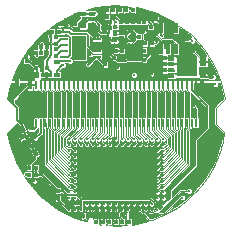
<source format=gbl>
G75*
%MOIN*%
%OFA0B0*%
%FSLAX25Y25*%
%IPPOS*%
%LPD*%
%AMOC8*
5,1,8,0,0,1.08239X$1,22.5*
%
%ADD10R,0.00906X0.02953*%
%ADD11R,0.01378X0.02953*%
%ADD12R,0.01378X0.03346*%
%ADD13R,0.01181X0.01772*%
%ADD14R,0.02756X0.00984*%
%ADD15R,0.03937X0.07874*%
%ADD16R,0.01181X0.01575*%
%ADD17R,0.01575X0.01181*%
%ADD18R,0.01575X0.02362*%
%ADD19R,0.07087X0.06496*%
%ADD20R,0.02165X0.01181*%
%ADD21R,0.02362X0.01575*%
%ADD22C,0.01181*%
%ADD23R,0.01700X0.01700*%
%ADD24C,0.00500*%
%ADD25C,0.00787*%
%ADD26R,0.01890X0.01890*%
%ADD27C,0.00827*%
%ADD28C,0.00210*%
%ADD29C,0.00794*%
%ADD30C,0.00591*%
%ADD31C,0.00991*%
%ADD32C,0.00787*%
%ADD33C,0.00300*%
%ADD34C,0.01772*%
%ADD35C,0.00600*%
%ADD36C,0.00394*%
%ADD37C,0.00400*%
%ADD38C,0.01187*%
%ADD39C,0.00200*%
%ADD40C,0.00800*%
D10*
X0033285Y0082944D03*
X0034860Y0082944D03*
X0036435Y0082944D03*
X0038010Y0082944D03*
X0039584Y0082944D03*
X0041159Y0082944D03*
X0042734Y0082944D03*
X0044309Y0082944D03*
X0045884Y0082944D03*
X0047458Y0082944D03*
X0049033Y0082944D03*
X0050608Y0082944D03*
X0052183Y0082944D03*
X0053758Y0082944D03*
X0055332Y0082944D03*
X0056907Y0082944D03*
X0058482Y0082944D03*
X0060057Y0082944D03*
X0061632Y0082944D03*
X0063206Y0082944D03*
X0064781Y0082944D03*
X0066356Y0082944D03*
X0067931Y0082944D03*
X0069506Y0082944D03*
X0071080Y0082944D03*
X0072655Y0082944D03*
X0074230Y0082944D03*
X0075805Y0082944D03*
X0077380Y0082944D03*
X0078954Y0082944D03*
X0080529Y0082944D03*
X0082104Y0082944D03*
X0083679Y0082944D03*
X0085254Y0082944D03*
X0086828Y0082944D03*
X0086828Y0095424D03*
X0085254Y0095424D03*
X0083679Y0095424D03*
X0082104Y0095424D03*
X0080529Y0095424D03*
X0078954Y0095424D03*
X0077380Y0095424D03*
X0075805Y0095424D03*
X0074230Y0095424D03*
X0072655Y0095424D03*
X0071080Y0095424D03*
X0069506Y0095424D03*
X0067931Y0095424D03*
X0066356Y0095424D03*
X0064781Y0095424D03*
X0063206Y0095424D03*
X0061632Y0095424D03*
X0060057Y0095424D03*
X0058482Y0095424D03*
X0056907Y0095424D03*
X0055332Y0095424D03*
X0053758Y0095424D03*
X0052183Y0095424D03*
X0050608Y0095424D03*
X0049033Y0095424D03*
X0047458Y0095424D03*
X0045884Y0095424D03*
X0044309Y0095424D03*
X0042734Y0095424D03*
X0041159Y0095424D03*
X0039584Y0095424D03*
X0038010Y0095424D03*
X0036435Y0095424D03*
X0034860Y0095424D03*
X0033285Y0095424D03*
D11*
X0031415Y0095424D03*
X0031415Y0082944D03*
X0088698Y0082944D03*
X0088698Y0095424D03*
D12*
X0080017Y0107373D03*
X0077458Y0107373D03*
X0074899Y0107373D03*
X0074899Y0114460D03*
X0077458Y0114460D03*
X0080017Y0114460D03*
D13*
X0037143Y0106310D03*
X0035175Y0106310D03*
X0033206Y0106310D03*
X0033206Y0101192D03*
X0037143Y0101192D03*
D14*
X0042576Y0104814D03*
X0042576Y0106782D03*
X0042576Y0108751D03*
X0042576Y0110719D03*
X0053600Y0110719D03*
X0053600Y0108751D03*
X0053600Y0106782D03*
X0053600Y0104814D03*
D15*
X0048088Y0107767D03*
D16*
X0041002Y0113278D03*
X0038639Y0113278D03*
X0037931Y0098869D03*
X0035569Y0098869D03*
X0054545Y0118160D03*
X0055720Y0116349D03*
X0056907Y0118160D03*
X0058082Y0116349D03*
X0058082Y0114381D03*
X0055720Y0114381D03*
X0054781Y0120444D03*
X0057143Y0120444D03*
X0059033Y0120444D03*
X0061395Y0120444D03*
X0063285Y0120444D03*
X0065647Y0120444D03*
G36*
X0068558Y0114290D02*
X0067724Y0113456D01*
X0066612Y0114568D01*
X0067446Y0115402D01*
X0068558Y0114290D01*
G37*
X0067537Y0111625D03*
G36*
X0066888Y0112619D02*
X0066054Y0111785D01*
X0064942Y0112897D01*
X0065776Y0113731D01*
X0066888Y0112619D01*
G37*
G36*
X0065697Y0109519D02*
X0064863Y0110353D01*
X0065975Y0111465D01*
X0066809Y0110631D01*
X0065697Y0109519D01*
G37*
G36*
X0067367Y0107848D02*
X0066533Y0108682D01*
X0067645Y0109794D01*
X0068479Y0108960D01*
X0067367Y0107848D01*
G37*
X0069506Y0106900D03*
X0069584Y0109420D03*
X0069899Y0111625D03*
X0071947Y0109420D03*
X0071868Y0106900D03*
X0071868Y0103908D03*
X0069506Y0103908D03*
X0073994Y0104381D03*
X0073994Y0102412D03*
X0073994Y0100365D03*
X0076356Y0100365D03*
X0076356Y0102412D03*
X0076356Y0104381D03*
X0075647Y0117452D03*
X0073285Y0117452D03*
G36*
X0063787Y0113731D02*
X0064621Y0112897D01*
X0063509Y0111785D01*
X0062675Y0112619D01*
X0063787Y0113731D01*
G37*
G36*
X0062117Y0115402D02*
X0062951Y0114568D01*
X0061839Y0113456D01*
X0061005Y0114290D01*
X0062117Y0115402D01*
G37*
G36*
X0062675Y0110631D02*
X0063509Y0111465D01*
X0064621Y0110353D01*
X0063787Y0109519D01*
X0062675Y0110631D01*
G37*
G36*
X0061005Y0108960D02*
X0061839Y0109794D01*
X0062951Y0108682D01*
X0062117Y0107848D01*
X0061005Y0108960D01*
G37*
X0060057Y0106900D03*
X0057695Y0106900D03*
X0057143Y0104460D03*
X0056513Y0102412D03*
X0058876Y0102412D03*
X0059506Y0104460D03*
X0033285Y0067924D03*
X0033285Y0065562D03*
X0030923Y0065562D03*
X0030923Y0067924D03*
X0038364Y0060247D03*
X0040726Y0060247D03*
X0040765Y0057688D03*
X0038403Y0057688D03*
X0049159Y0051773D03*
X0051521Y0051773D03*
X0053370Y0049971D03*
X0055732Y0049971D03*
X0057655Y0049932D03*
X0060017Y0049932D03*
X0061986Y0049971D03*
X0064348Y0049971D03*
D17*
X0091817Y0098212D03*
X0091817Y0100574D03*
X0083836Y0108318D03*
X0083836Y0110680D03*
X0071632Y0112334D03*
X0071632Y0114696D03*
X0069506Y0116349D03*
X0069506Y0118711D03*
X0067537Y0118711D03*
X0065569Y0118711D03*
X0065569Y0116349D03*
X0067537Y0116349D03*
X0063600Y0116349D03*
X0063600Y0118711D03*
X0061632Y0118711D03*
X0061632Y0116349D03*
X0059832Y0114823D03*
X0059832Y0112461D03*
X0057657Y0110972D03*
X0057657Y0108610D03*
X0062025Y0106900D03*
X0062025Y0104538D03*
X0046356Y0115877D03*
X0046356Y0118239D03*
X0043443Y0117058D03*
X0043443Y0114696D03*
X0039899Y0111389D03*
X0039899Y0109026D03*
X0039899Y0107373D03*
X0039899Y0105011D03*
X0036986Y0108239D03*
X0034939Y0108239D03*
X0034939Y0110601D03*
X0036986Y0110601D03*
X0030214Y0103436D03*
X0030214Y0101074D03*
D18*
X0029610Y0098711D03*
X0033810Y0098711D03*
G36*
X0027640Y0081527D02*
X0029015Y0082292D01*
X0030164Y0080229D01*
X0028789Y0079464D01*
X0027640Y0081527D01*
G37*
G36*
X0023970Y0079484D02*
X0025345Y0080249D01*
X0026494Y0078186D01*
X0025119Y0077421D01*
X0023970Y0079484D01*
G37*
G36*
X0028164Y0071343D02*
X0029539Y0072108D01*
X0030688Y0070045D01*
X0029313Y0069280D01*
X0028164Y0071343D01*
G37*
G36*
X0031834Y0073385D02*
X0033209Y0074150D01*
X0034358Y0072087D01*
X0032983Y0071322D01*
X0031834Y0073385D01*
G37*
D19*
X0083823Y0101348D03*
D20*
X0089137Y0100364D03*
X0089137Y0102332D03*
X0089137Y0104301D03*
X0089137Y0098395D03*
X0078508Y0098395D03*
X0078508Y0100364D03*
X0078508Y0102332D03*
X0078508Y0104301D03*
D21*
X0051947Y0115115D03*
X0051947Y0119315D03*
X0049112Y0119315D03*
X0049112Y0115115D03*
X0040214Y0103095D03*
X0040214Y0098895D03*
D22*
X0082176Y0057947D03*
X0084338Y0060093D03*
D23*
X0027065Y0095035D03*
X0027065Y0098135D03*
D24*
X0027465Y0097385D02*
X0027465Y0095785D01*
X0026665Y0095785D01*
X0026665Y0097385D01*
X0027465Y0097385D01*
X0027465Y0097211D02*
X0026665Y0097211D01*
X0026665Y0096713D02*
X0027465Y0096713D01*
X0027465Y0096214D02*
X0026665Y0096214D01*
X0035569Y0098869D02*
X0035805Y0098948D01*
X0035805Y0103830D01*
X0037143Y0105168D01*
X0037143Y0106310D01*
X0037143Y0108239D01*
X0036986Y0108239D01*
X0038403Y0109656D01*
X0038403Y0113278D01*
X0038639Y0113278D01*
X0039899Y0111861D02*
X0039899Y0111389D01*
X0040254Y0109381D02*
X0039899Y0109026D01*
X0038763Y0109026D01*
X0038482Y0108745D01*
X0038482Y0105365D01*
X0037143Y0103515D01*
X0037143Y0101192D01*
X0038482Y0099853D01*
X0037931Y0098869D01*
X0042576Y0104814D02*
X0044033Y0104814D01*
X0042576Y0106782D02*
X0041986Y0106782D01*
X0040254Y0107412D02*
X0039899Y0107373D01*
X0036986Y0110601D02*
X0036986Y0111782D01*
X0052317Y0106782D02*
X0053600Y0106782D01*
X0031415Y0082944D02*
X0031356Y0082885D01*
X0072970Y0058239D02*
X0073206Y0058475D01*
X0088758Y0082885D02*
X0088698Y0082944D01*
X0085254Y0093672D02*
X0085254Y0095424D01*
X0086828Y0095424D02*
X0088698Y0095424D01*
X0088758Y0095483D01*
D25*
X0075805Y0077373D03*
X0075805Y0075404D03*
X0075805Y0073436D03*
X0075805Y0071467D03*
X0075805Y0069499D03*
X0075805Y0067530D03*
X0075805Y0065562D03*
X0075805Y0063593D03*
X0075805Y0061625D03*
X0075805Y0059656D03*
X0075805Y0057688D03*
X0075805Y0055719D03*
X0075805Y0053751D03*
X0073836Y0053751D03*
X0073836Y0055719D03*
X0073836Y0057688D03*
X0073836Y0059656D03*
X0073836Y0061625D03*
X0073836Y0063593D03*
X0073836Y0065562D03*
X0073836Y0067530D03*
X0073836Y0069499D03*
X0073836Y0071467D03*
X0073836Y0073436D03*
X0073836Y0075404D03*
X0073836Y0077373D03*
X0071868Y0077373D03*
X0071868Y0075404D03*
X0069899Y0075404D03*
X0069899Y0077373D03*
X0067931Y0077373D03*
X0067931Y0075404D03*
X0065962Y0075404D03*
X0065962Y0077373D03*
X0063994Y0077373D03*
X0063994Y0075404D03*
X0062025Y0075404D03*
X0062025Y0077373D03*
X0060057Y0077373D03*
X0060057Y0075404D03*
X0058088Y0075404D03*
X0056120Y0075404D03*
X0056120Y0077373D03*
X0058088Y0077373D03*
X0054151Y0077373D03*
X0054151Y0075404D03*
X0052183Y0075404D03*
X0052183Y0077373D03*
X0050214Y0077373D03*
X0050214Y0075404D03*
X0048246Y0075404D03*
X0048246Y0077373D03*
X0046277Y0077373D03*
X0046277Y0075404D03*
X0046277Y0073436D03*
X0046277Y0071467D03*
X0046277Y0069499D03*
X0046277Y0067530D03*
X0046277Y0065562D03*
X0046277Y0063593D03*
X0046277Y0061625D03*
X0044309Y0061625D03*
X0044309Y0063593D03*
X0044309Y0065562D03*
X0044309Y0067530D03*
X0044309Y0069499D03*
X0044309Y0071467D03*
X0044309Y0073436D03*
X0044309Y0075404D03*
X0044309Y0077373D03*
X0044309Y0059656D03*
X0044309Y0057688D03*
X0044309Y0055719D03*
X0044309Y0053751D03*
X0046277Y0053751D03*
X0046277Y0055719D03*
X0046277Y0057688D03*
X0046277Y0059656D03*
X0048246Y0055719D03*
X0048246Y0053751D03*
X0050214Y0053751D03*
X0050214Y0055719D03*
X0052183Y0055719D03*
X0052183Y0053751D03*
X0054151Y0053751D03*
X0054151Y0055719D03*
X0056120Y0055719D03*
X0056120Y0053751D03*
X0058088Y0053751D03*
X0058088Y0055719D03*
X0060057Y0055719D03*
X0060057Y0053751D03*
X0062025Y0053751D03*
X0062025Y0055719D03*
X0063994Y0055719D03*
X0063994Y0053751D03*
X0065962Y0053751D03*
X0065962Y0055719D03*
X0067931Y0055719D03*
X0067931Y0053751D03*
X0069899Y0053751D03*
X0069899Y0055719D03*
X0071868Y0055719D03*
X0071868Y0053751D03*
D26*
G36*
X0030876Y0076569D02*
X0030358Y0074753D01*
X0028542Y0075271D01*
X0029060Y0077087D01*
X0030876Y0076569D01*
G37*
D27*
X0031946Y0075138D03*
X0030223Y0078234D03*
X0027471Y0076702D03*
X0029194Y0073606D03*
D28*
X0028880Y0073362D02*
X0029969Y0073362D01*
X0029997Y0073377D02*
X0029137Y0072899D01*
X0028467Y0074103D01*
X0028639Y0074199D01*
X0029710Y0073893D01*
X0029997Y0073377D01*
X0029890Y0073570D02*
X0028764Y0073570D01*
X0028648Y0073779D02*
X0029774Y0073779D01*
X0029381Y0073987D02*
X0028532Y0073987D01*
X0028634Y0074196D02*
X0028649Y0074196D01*
X0028996Y0073153D02*
X0029594Y0073153D01*
X0029220Y0072945D02*
X0029112Y0072945D01*
X0031679Y0074404D02*
X0031842Y0074404D01*
X0031717Y0074335D02*
X0031430Y0074851D01*
X0031735Y0075922D01*
X0031907Y0076018D01*
X0032577Y0074814D01*
X0031717Y0074335D01*
X0031563Y0074613D02*
X0032217Y0074613D01*
X0032573Y0074821D02*
X0031447Y0074821D01*
X0031481Y0075030D02*
X0032457Y0075030D01*
X0032341Y0075238D02*
X0031541Y0075238D01*
X0031600Y0075447D02*
X0032225Y0075447D01*
X0032109Y0075655D02*
X0031659Y0075655D01*
X0031719Y0075864D02*
X0031993Y0075864D01*
X0030950Y0077738D02*
X0030280Y0078942D01*
X0029420Y0078463D01*
X0029707Y0077947D01*
X0030778Y0077642D01*
X0030950Y0077738D01*
X0030948Y0077740D02*
X0030432Y0077740D01*
X0030832Y0077949D02*
X0029706Y0077949D01*
X0029590Y0078157D02*
X0030716Y0078157D01*
X0030600Y0078366D02*
X0029474Y0078366D01*
X0029620Y0078574D02*
X0030484Y0078574D01*
X0030368Y0078783D02*
X0029995Y0078783D01*
X0027700Y0077506D02*
X0027987Y0076990D01*
X0027682Y0075919D01*
X0027510Y0075823D01*
X0026840Y0077027D01*
X0027700Y0077506D01*
X0027801Y0077323D02*
X0027373Y0077323D01*
X0026998Y0077115D02*
X0027917Y0077115D01*
X0027963Y0076906D02*
X0026907Y0076906D01*
X0027023Y0076698D02*
X0027904Y0076698D01*
X0027844Y0076489D02*
X0027139Y0076489D01*
X0027255Y0076281D02*
X0027785Y0076281D01*
X0027726Y0076072D02*
X0027371Y0076072D01*
X0027487Y0075864D02*
X0027583Y0075864D01*
D29*
X0026671Y0074617D03*
X0028010Y0073987D03*
X0026435Y0072648D03*
X0027222Y0070523D03*
X0027931Y0069341D03*
X0028718Y0067845D03*
X0031080Y0063593D03*
X0033443Y0061782D03*
X0034584Y0060168D03*
X0035962Y0062097D03*
X0038010Y0064538D03*
X0036435Y0066349D03*
X0036435Y0058554D03*
X0041553Y0054341D03*
X0044466Y0052570D03*
X0050352Y0050095D03*
X0051457Y0052447D03*
X0053193Y0049794D03*
X0055857Y0050444D03*
X0056864Y0048881D03*
X0059457Y0050047D03*
X0061986Y0050365D03*
X0062219Y0052261D03*
X0063457Y0052431D03*
X0065962Y0052255D03*
X0067222Y0050916D03*
X0068954Y0050365D03*
X0072419Y0051861D03*
X0074624Y0056585D03*
X0069860Y0060089D03*
X0067498Y0065641D03*
X0066907Y0071546D03*
X0064309Y0072688D03*
X0060529Y0072019D03*
X0060765Y0061861D03*
X0057025Y0059656D03*
X0055884Y0062373D03*
X0052458Y0059696D03*
X0048561Y0060719D03*
X0048521Y0064971D03*
X0048482Y0069499D03*
X0048521Y0072491D03*
X0051041Y0072452D03*
X0052183Y0087215D03*
X0053758Y0091152D03*
X0055332Y0087215D03*
X0056907Y0091152D03*
X0058482Y0087215D03*
X0060057Y0091152D03*
X0061632Y0087215D03*
X0063206Y0091152D03*
X0064781Y0087215D03*
X0066356Y0091152D03*
X0067931Y0087215D03*
X0069506Y0091152D03*
X0071080Y0087215D03*
X0072655Y0091152D03*
X0074230Y0087215D03*
X0075805Y0091152D03*
X0077380Y0087215D03*
X0078954Y0091152D03*
X0080529Y0087215D03*
X0082104Y0091152D03*
X0083679Y0087215D03*
X0085962Y0088482D03*
X0085962Y0090444D03*
X0087931Y0088987D03*
X0088718Y0085798D03*
X0091947Y0086664D03*
X0091868Y0083593D03*
X0093758Y0080680D03*
X0092025Y0079971D03*
X0090254Y0077648D03*
X0088167Y0077412D03*
X0087931Y0075050D03*
X0088246Y0072334D03*
X0087852Y0069971D03*
X0090844Y0069971D03*
X0090450Y0073672D03*
X0093364Y0074460D03*
X0094230Y0077215D03*
X0095096Y0078948D03*
X0087419Y0080365D03*
X0085647Y0079026D03*
X0085136Y0074578D03*
X0088797Y0066664D03*
X0086828Y0066428D03*
X0088167Y0064145D03*
X0085490Y0064302D03*
X0085490Y0062412D03*
X0082734Y0059578D03*
X0081002Y0061467D03*
X0080450Y0058003D03*
X0066583Y0059351D03*
X0049033Y0087215D03*
X0047458Y0091152D03*
X0045884Y0087215D03*
X0044309Y0091152D03*
X0042734Y0087215D03*
X0041159Y0091152D03*
X0039584Y0087058D03*
X0038010Y0091152D03*
X0036435Y0087215D03*
X0034151Y0085798D03*
X0032419Y0086900D03*
X0030214Y0088160D03*
X0028639Y0087452D03*
X0028403Y0084774D03*
X0029506Y0083436D03*
X0031120Y0084420D03*
X0033836Y0089499D03*
X0031710Y0090523D03*
X0031317Y0092648D03*
X0028797Y0095641D03*
X0025569Y0093672D03*
X0024387Y0091389D03*
X0027852Y0090759D03*
X0026198Y0080680D03*
X0026828Y0078475D03*
X0027537Y0079735D03*
X0025884Y0076822D03*
X0024781Y0078711D03*
X0030765Y0073121D03*
X0031553Y0071467D03*
X0034624Y0077058D03*
X0050608Y0091152D03*
X0053915Y0097924D03*
X0051474Y0105562D03*
X0055962Y0109893D03*
X0058482Y0106900D03*
X0058482Y0105326D03*
X0060057Y0106900D03*
X0062655Y0109499D03*
X0063206Y0111625D03*
X0061632Y0113200D03*
X0060057Y0116349D03*
X0059269Y0117141D03*
X0058482Y0117924D03*
X0058476Y0116349D03*
X0060057Y0117924D03*
X0059033Y0120759D03*
X0057143Y0120680D03*
X0061395Y0120759D03*
X0063285Y0120759D03*
X0064702Y0120680D03*
X0069506Y0116349D03*
X0071080Y0116349D03*
X0071080Y0117924D03*
X0071080Y0113200D03*
X0069506Y0113200D03*
X0066356Y0111625D03*
X0064781Y0111625D03*
X0064781Y0113200D03*
X0064781Y0110050D03*
X0066907Y0109499D03*
X0069506Y0106900D03*
X0071080Y0106900D03*
X0071080Y0105326D03*
X0074860Y0107688D03*
X0076513Y0107688D03*
X0073600Y0109893D03*
X0073679Y0112176D03*
X0073285Y0113515D03*
X0075254Y0111782D03*
X0080372Y0115365D03*
X0081986Y0112452D03*
X0085096Y0108554D03*
X0086053Y0106440D03*
X0087143Y0108239D03*
X0082891Y0105562D03*
X0079192Y0100241D03*
X0088797Y0100208D03*
X0089355Y0098554D03*
X0090923Y0095011D03*
X0092104Y0092648D03*
X0093600Y0091625D03*
X0094230Y0093751D03*
X0092104Y0089814D03*
X0089506Y0092412D03*
X0091080Y0102963D03*
X0060757Y0101141D03*
X0052340Y0116034D03*
X0048088Y0117767D03*
X0043443Y0112176D03*
X0039742Y0114617D03*
X0036986Y0111782D03*
X0035884Y0111861D03*
X0033521Y0105247D03*
X0031080Y0106271D03*
X0027852Y0101782D03*
X0046356Y0102963D03*
D30*
X0044033Y0104814D02*
X0044781Y0105562D01*
X0044781Y0111310D01*
X0044230Y0111861D01*
X0043443Y0111861D01*
X0039899Y0111861D01*
X0041002Y0113278D02*
X0044309Y0113278D01*
X0045040Y0112469D01*
X0050237Y0112469D01*
X0050743Y0111962D01*
X0050743Y0108357D01*
X0052317Y0106782D01*
X0052871Y0110719D02*
X0053264Y0110719D01*
X0053324Y0110719D01*
X0053264Y0110719D02*
X0050593Y0113391D01*
X0046007Y0113391D01*
X0044781Y0114617D01*
X0043443Y0114696D01*
X0043994Y0115404D01*
X0041080Y0115404D01*
X0041592Y0110719D02*
X0042576Y0110719D01*
X0041592Y0110719D02*
X0039899Y0109026D01*
X0040073Y0107547D02*
X0040498Y0107547D01*
X0041702Y0108751D01*
X0042576Y0108751D01*
X0042576Y0106782D02*
X0041671Y0106782D01*
X0039899Y0105011D01*
X0039899Y0107373D02*
X0040073Y0107547D01*
X0035175Y0108003D02*
X0035175Y0106310D01*
X0035175Y0108003D02*
X0034939Y0108239D01*
X0034939Y0108869D01*
X0035254Y0109184D01*
X0030962Y0103436D02*
X0030214Y0103436D01*
X0030450Y0103672D01*
X0030450Y0105011D01*
X0030962Y0103436D02*
X0033206Y0101192D01*
X0033285Y0095424D02*
X0031415Y0095424D01*
X0030234Y0095424D01*
X0026356Y0091546D01*
X0026356Y0091467D01*
X0046356Y0115877D02*
X0046356Y0116034D01*
X0048088Y0117767D01*
X0053994Y0111467D02*
X0053600Y0110837D01*
X0053600Y0110719D01*
X0058082Y0114381D02*
X0058082Y0116349D01*
X0058869Y0110037D02*
X0060057Y0110050D01*
X0061978Y0108821D02*
X0062655Y0109499D01*
X0063648Y0110492D02*
X0064089Y0110050D01*
X0064686Y0110050D01*
X0064781Y0110050D02*
X0065473Y0110050D01*
X0066356Y0110933D02*
X0066356Y0111625D01*
X0066356Y0111720D02*
X0066356Y0112412D01*
X0065569Y0113200D02*
X0064877Y0113200D01*
X0064781Y0113200D02*
X0064089Y0113200D01*
X0063648Y0112758D02*
X0063347Y0112457D01*
X0063206Y0112317D01*
X0063206Y0111625D01*
X0063206Y0111529D02*
X0063206Y0110837D01*
X0063994Y0110050D02*
X0064089Y0110050D01*
X0062025Y0106900D02*
X0060057Y0106900D01*
X0058482Y0105326D02*
X0059742Y0104066D01*
X0059506Y0104460D01*
X0060670Y0103452D01*
X0063215Y0103452D01*
X0063671Y0103908D01*
X0069506Y0103908D01*
X0069663Y0103908D01*
X0071080Y0105326D01*
X0067506Y0108821D02*
X0066907Y0109499D01*
X0073285Y0117452D02*
X0074899Y0115837D01*
X0074899Y0114460D01*
X0075254Y0111861D02*
X0075254Y0111782D01*
X0077458Y0114460D02*
X0077458Y0116673D01*
X0078428Y0104381D02*
X0076356Y0104381D01*
X0076356Y0102412D02*
X0078428Y0102412D01*
X0078508Y0102332D01*
X0078508Y0104301D02*
X0078428Y0104381D01*
X0091817Y0098212D02*
X0091844Y0098239D01*
X0092498Y0098239D01*
X0090372Y0084460D02*
X0090372Y0081310D01*
X0086336Y0077274D01*
X0086336Y0068711D01*
X0077970Y0060345D01*
X0077970Y0057885D01*
X0075805Y0055719D01*
X0073836Y0053751D02*
X0072852Y0054735D01*
X0072852Y0056113D01*
X0071513Y0057452D01*
X0048246Y0057452D01*
D31*
X0032813Y0063436D03*
X0029899Y0065877D03*
X0033049Y0077767D03*
X0031317Y0080680D03*
X0026356Y0091467D03*
X0030450Y0105011D03*
X0035254Y0109184D03*
X0041080Y0115404D03*
X0045411Y0118397D03*
X0051789Y0109105D03*
X0053994Y0111467D03*
X0056907Y0118160D03*
X0053128Y0119341D03*
X0060057Y0110050D03*
X0050844Y0100286D03*
X0050687Y0102255D03*
X0076828Y0117373D03*
X0085490Y0110129D03*
X0083915Y0103593D03*
X0092498Y0098239D03*
D32*
X0091817Y0098212D02*
X0089321Y0098212D01*
X0089137Y0098395D01*
X0085254Y0093672D02*
X0090375Y0088551D01*
X0090372Y0088548D01*
X0090372Y0084460D01*
X0083823Y0101348D02*
X0083915Y0101441D01*
X0083915Y0103593D01*
X0083049Y0103593D01*
X0081789Y0102334D01*
X0078509Y0102334D01*
X0078508Y0102332D01*
X0083836Y0108318D02*
X0085332Y0108318D01*
X0085293Y0108593D01*
X0085490Y0110129D02*
X0084939Y0110680D01*
X0083836Y0110680D01*
X0077458Y0114460D02*
X0077458Y0115877D01*
X0076828Y0117373D02*
X0076750Y0117452D01*
X0075884Y0117452D02*
X0075647Y0117452D01*
X0074899Y0114460D02*
X0074899Y0112215D01*
X0075254Y0111861D01*
X0071632Y0114696D02*
X0071632Y0115798D01*
X0071080Y0116349D01*
X0067537Y0116349D02*
X0065569Y0116349D01*
X0063600Y0116349D01*
X0061632Y0116349D01*
X0060057Y0117924D01*
X0058082Y0114381D02*
X0057576Y0113874D01*
X0057576Y0112885D01*
X0057565Y0112874D01*
X0057498Y0112874D01*
X0057498Y0111131D01*
X0057657Y0110972D01*
X0058591Y0110037D01*
X0058869Y0110037D01*
X0057498Y0112874D02*
X0057107Y0112874D01*
X0055761Y0112842D01*
X0054983Y0112842D01*
X0054478Y0113347D01*
X0054478Y0115355D01*
X0052908Y0117025D01*
X0050654Y0117025D01*
X0048745Y0115115D01*
X0049112Y0115115D01*
X0049112Y0119315D02*
X0051947Y0119315D01*
X0053128Y0119341D01*
X0058082Y0114381D02*
X0058176Y0114087D01*
X0053600Y0110719D02*
X0053324Y0110719D01*
X0066356Y0111625D02*
X0067537Y0111625D01*
X0034860Y0082944D02*
X0034860Y0079578D01*
X0033049Y0077767D01*
X0032576Y0080680D02*
X0031317Y0080680D01*
X0032576Y0080680D02*
X0033285Y0081389D01*
X0033285Y0082944D01*
X0033810Y0098711D02*
X0033810Y0101192D01*
X0033206Y0101192D01*
D33*
X0036909Y0056888D02*
X0039825Y0056888D01*
X0039825Y0056755D02*
X0040030Y0056550D01*
X0040590Y0056550D01*
X0043565Y0053575D01*
X0043565Y0053443D01*
X0044001Y0053007D01*
X0044617Y0053007D01*
X0045052Y0053443D01*
X0045052Y0054059D01*
X0044617Y0054495D01*
X0044484Y0054495D01*
X0041706Y0057273D01*
X0041706Y0058620D01*
X0041501Y0058825D01*
X0040030Y0058825D01*
X0039825Y0058620D01*
X0039825Y0056755D01*
X0039991Y0056590D02*
X0037290Y0056590D01*
X0037672Y0056291D02*
X0040849Y0056291D01*
X0041148Y0055993D02*
X0038053Y0055993D01*
X0038434Y0055694D02*
X0041446Y0055694D01*
X0041745Y0055396D02*
X0038816Y0055396D01*
X0039197Y0055097D02*
X0042043Y0055097D01*
X0042342Y0054799D02*
X0039579Y0054799D01*
X0039960Y0054500D02*
X0042640Y0054500D01*
X0042939Y0054202D02*
X0040393Y0054202D01*
X0040243Y0054279D02*
X0034758Y0058571D01*
X0030182Y0063821D01*
X0029430Y0065112D01*
X0029630Y0064912D01*
X0029982Y0064912D01*
X0029982Y0064629D01*
X0030187Y0064424D01*
X0031658Y0064424D01*
X0031863Y0064629D01*
X0031863Y0066494D01*
X0031658Y0066699D01*
X0030272Y0066699D01*
X0030249Y0066722D01*
X0029549Y0066722D01*
X0029054Y0066227D01*
X0029054Y0065757D01*
X0026677Y0069840D01*
X0024370Y0076411D01*
X0023755Y0079520D01*
X0026850Y0082615D01*
X0026850Y0082903D01*
X0027759Y0081994D01*
X0027343Y0081762D01*
X0027263Y0081484D01*
X0028553Y0079166D01*
X0028832Y0079087D01*
X0029018Y0079191D01*
X0029187Y0078854D01*
X0029034Y0078769D01*
X0029030Y0078755D01*
X0028931Y0078406D01*
X0028945Y0078381D01*
X0028044Y0077823D01*
X0028006Y0077891D01*
X0027643Y0077995D01*
X0027314Y0077811D01*
X0026725Y0077484D01*
X0026454Y0077333D01*
X0026454Y0077333D01*
X0026351Y0076970D01*
X0026446Y0076799D01*
X0027204Y0075437D01*
X0027218Y0075433D01*
X0027566Y0075334D01*
X0027566Y0075334D01*
X0027566Y0075334D01*
X0027738Y0075429D01*
X0027738Y0075429D01*
X0028068Y0075613D01*
X0028308Y0076457D01*
X0029872Y0077427D01*
X0030472Y0077256D01*
X0030472Y0077256D01*
X0030835Y0077153D01*
X0031164Y0077336D01*
X0031336Y0077432D01*
X0031340Y0077445D01*
X0031439Y0077794D01*
X0031439Y0077794D01*
X0031314Y0078018D01*
X0031256Y0078123D01*
X0030586Y0079328D01*
X0030531Y0079343D01*
X0030373Y0079388D01*
X0030155Y0079823D01*
X0030461Y0079994D01*
X0030538Y0080263D01*
X0030966Y0079835D01*
X0031667Y0079835D01*
X0031768Y0079936D01*
X0032884Y0079936D01*
X0033320Y0080372D01*
X0034029Y0081081D01*
X0034029Y0081263D01*
X0034073Y0081307D01*
X0034116Y0081263D01*
X0034116Y0079886D01*
X0032842Y0078612D01*
X0032699Y0078612D01*
X0032204Y0078117D01*
X0032204Y0077416D01*
X0032699Y0076921D01*
X0033399Y0076921D01*
X0033894Y0077416D01*
X0033894Y0077560D01*
X0035604Y0079270D01*
X0035604Y0080724D01*
X0035689Y0080638D01*
X0035689Y0068623D01*
X0035953Y0068360D01*
X0043957Y0060356D01*
X0043565Y0059964D01*
X0043565Y0059902D01*
X0042951Y0060516D01*
X0042570Y0060897D01*
X0041667Y0060897D01*
X0041667Y0061179D01*
X0041462Y0061384D01*
X0040508Y0061384D01*
X0036061Y0065831D01*
X0035680Y0066212D01*
X0034226Y0066212D01*
X0034226Y0066494D01*
X0034021Y0066699D01*
X0033935Y0066699D01*
X0033935Y0066787D01*
X0034021Y0066787D01*
X0034226Y0066992D01*
X0034226Y0068856D01*
X0034021Y0069061D01*
X0032550Y0069061D01*
X0032345Y0068856D01*
X0032345Y0066992D01*
X0032550Y0066787D01*
X0032635Y0066787D01*
X0032635Y0066699D01*
X0032550Y0066699D01*
X0032345Y0066494D01*
X0032345Y0064629D01*
X0032550Y0064424D01*
X0034021Y0064424D01*
X0034226Y0064629D01*
X0034226Y0064912D01*
X0035142Y0064912D01*
X0039786Y0060268D01*
X0039786Y0059315D01*
X0039991Y0059110D01*
X0041462Y0059110D01*
X0041667Y0059315D01*
X0041667Y0059597D01*
X0042032Y0059597D01*
X0043567Y0058061D01*
X0043631Y0058061D01*
X0043565Y0057996D01*
X0043565Y0057380D01*
X0044001Y0056944D01*
X0044617Y0056944D01*
X0045052Y0057380D01*
X0045052Y0057996D01*
X0044987Y0058061D01*
X0045599Y0058061D01*
X0045534Y0057996D01*
X0045534Y0057380D01*
X0045969Y0056944D01*
X0046585Y0056944D01*
X0047021Y0057380D01*
X0047021Y0057757D01*
X0047596Y0057182D01*
X0047596Y0056169D01*
X0046879Y0056169D01*
X0046585Y0056463D01*
X0045969Y0056463D01*
X0045534Y0056027D01*
X0045534Y0055411D01*
X0045969Y0054976D01*
X0046585Y0054976D01*
X0046879Y0055269D01*
X0047596Y0055269D01*
X0047596Y0054153D01*
X0047502Y0054059D01*
X0047502Y0053443D01*
X0047938Y0053007D01*
X0048554Y0053007D01*
X0048989Y0053443D01*
X0048989Y0054059D01*
X0048896Y0054153D01*
X0048896Y0055318D01*
X0048989Y0055411D01*
X0048989Y0056027D01*
X0048896Y0056121D01*
X0048896Y0056806D01*
X0071246Y0056806D01*
X0071590Y0056463D01*
X0071560Y0056463D01*
X0071124Y0056027D01*
X0071124Y0055411D01*
X0071560Y0054976D01*
X0072176Y0054976D01*
X0072207Y0055007D01*
X0072207Y0054468D01*
X0073093Y0053582D01*
X0073093Y0053443D01*
X0073122Y0053413D01*
X0072582Y0053413D01*
X0072611Y0053443D01*
X0072611Y0054059D01*
X0072176Y0054495D01*
X0071560Y0054495D01*
X0071124Y0054059D01*
X0071124Y0053443D01*
X0071553Y0053013D01*
X0071273Y0053013D01*
X0070643Y0053644D01*
X0070643Y0054059D01*
X0070207Y0054495D01*
X0069591Y0054495D01*
X0069156Y0054059D01*
X0069156Y0053443D01*
X0069591Y0053007D01*
X0070007Y0053007D01*
X0070637Y0052377D01*
X0070900Y0052113D01*
X0074771Y0052113D01*
X0071862Y0051101D01*
X0071287Y0051101D01*
X0068674Y0053714D01*
X0068674Y0054059D01*
X0068239Y0054495D01*
X0067623Y0054495D01*
X0067187Y0054059D01*
X0067187Y0053443D01*
X0067623Y0053007D01*
X0067967Y0053007D01*
X0070736Y0050238D01*
X0066990Y0049142D01*
X0065224Y0048974D01*
X0065289Y0049039D01*
X0065289Y0050904D01*
X0065084Y0051109D01*
X0064798Y0051109D01*
X0064798Y0053583D01*
X0064737Y0053644D01*
X0064737Y0054059D01*
X0064302Y0054495D01*
X0063686Y0054495D01*
X0063250Y0054059D01*
X0063250Y0053443D01*
X0063515Y0053178D01*
X0063147Y0053178D01*
X0062710Y0052741D01*
X0062710Y0052122D01*
X0062957Y0051875D01*
X0062957Y0050656D01*
X0063408Y0050205D01*
X0063408Y0049039D01*
X0063613Y0048834D01*
X0063747Y0048834D01*
X0060057Y0048483D01*
X0057611Y0048716D01*
X0057611Y0048795D01*
X0058391Y0048795D01*
X0058596Y0049000D01*
X0058596Y0050864D01*
X0058391Y0051069D01*
X0058107Y0051069D01*
X0058107Y0053007D01*
X0058396Y0053007D01*
X0058832Y0053443D01*
X0058832Y0054059D01*
X0058396Y0054495D01*
X0057780Y0054495D01*
X0057345Y0054059D01*
X0057345Y0053644D01*
X0057207Y0053506D01*
X0057207Y0051069D01*
X0056920Y0051069D01*
X0056715Y0050864D01*
X0056715Y0049813D01*
X0056673Y0049772D01*
X0056673Y0050904D01*
X0056468Y0051109D01*
X0056248Y0051109D01*
X0056166Y0051191D01*
X0056107Y0051191D01*
X0056107Y0053007D01*
X0056428Y0053007D01*
X0056863Y0053443D01*
X0056863Y0054059D01*
X0056428Y0054495D01*
X0055812Y0054495D01*
X0055376Y0054059D01*
X0055376Y0053644D01*
X0055207Y0053474D01*
X0055207Y0051109D01*
X0054997Y0051109D01*
X0054792Y0050904D01*
X0054792Y0049039D01*
X0054853Y0048978D01*
X0054302Y0049030D01*
X0054311Y0049039D01*
X0054311Y0050904D01*
X0054107Y0051108D01*
X0054107Y0053007D01*
X0054459Y0053007D01*
X0054895Y0053443D01*
X0054895Y0054059D01*
X0054459Y0054495D01*
X0053843Y0054495D01*
X0053408Y0054059D01*
X0053408Y0053644D01*
X0053207Y0053443D01*
X0053207Y0051109D01*
X0052635Y0051109D01*
X0052462Y0050936D01*
X0052462Y0052705D01*
X0052257Y0052910D01*
X0052107Y0052910D01*
X0052107Y0053007D01*
X0052491Y0053007D01*
X0052926Y0053443D01*
X0052926Y0054059D01*
X0052491Y0054495D01*
X0051875Y0054495D01*
X0051439Y0054059D01*
X0051439Y0053644D01*
X0051207Y0053411D01*
X0051207Y0053194D01*
X0051147Y0053194D01*
X0050864Y0052910D01*
X0050786Y0052910D01*
X0050581Y0052705D01*
X0050581Y0050841D01*
X0050312Y0050841D01*
X0050100Y0051054D01*
X0050100Y0052705D01*
X0049988Y0052817D01*
X0050178Y0053007D01*
X0050522Y0053007D01*
X0050958Y0053443D01*
X0050958Y0054059D01*
X0050522Y0054495D01*
X0049906Y0054495D01*
X0049471Y0054059D01*
X0049471Y0053714D01*
X0048952Y0053196D01*
X0048667Y0052910D01*
X0048424Y0052910D01*
X0048219Y0052705D01*
X0048219Y0050841D01*
X0048424Y0050635D01*
X0049104Y0050635D01*
X0049552Y0050187D01*
X0046439Y0051098D01*
X0040243Y0054279D01*
X0040975Y0053903D02*
X0043237Y0053903D01*
X0043536Y0053605D02*
X0041556Y0053605D01*
X0042138Y0053306D02*
X0043702Y0053306D01*
X0044000Y0053008D02*
X0042719Y0053008D01*
X0043301Y0052709D02*
X0048222Y0052709D01*
X0048219Y0052411D02*
X0043882Y0052411D01*
X0044463Y0052112D02*
X0048219Y0052112D01*
X0048219Y0051814D02*
X0045045Y0051814D01*
X0045626Y0051515D02*
X0048219Y0051515D01*
X0048219Y0051217D02*
X0046208Y0051217D01*
X0047054Y0050918D02*
X0048219Y0050918D01*
X0048074Y0050620D02*
X0049120Y0050620D01*
X0049094Y0050321D02*
X0049418Y0050321D01*
X0050352Y0050095D02*
X0049159Y0051287D01*
X0049159Y0051773D01*
X0049159Y0052696D01*
X0050214Y0053751D01*
X0049613Y0054202D02*
X0048896Y0054202D01*
X0048896Y0054500D02*
X0072207Y0054500D01*
X0072207Y0054799D02*
X0048896Y0054799D01*
X0048896Y0055097D02*
X0049785Y0055097D01*
X0049906Y0054976D02*
X0049471Y0055411D01*
X0049471Y0056027D01*
X0049906Y0056463D01*
X0050522Y0056463D01*
X0050958Y0056027D01*
X0050958Y0055411D01*
X0050522Y0054976D01*
X0049906Y0054976D01*
X0049486Y0055396D02*
X0048974Y0055396D01*
X0048989Y0055694D02*
X0049471Y0055694D01*
X0049471Y0055993D02*
X0048989Y0055993D01*
X0048896Y0056291D02*
X0049734Y0056291D01*
X0048896Y0056590D02*
X0071463Y0056590D01*
X0071388Y0056291D02*
X0070379Y0056291D01*
X0070207Y0056463D02*
X0069591Y0056463D01*
X0069156Y0056027D01*
X0069156Y0055411D01*
X0069591Y0054976D01*
X0070207Y0054976D01*
X0070643Y0055411D01*
X0070643Y0056027D01*
X0070207Y0056463D01*
X0070643Y0055993D02*
X0071124Y0055993D01*
X0071124Y0055694D02*
X0070643Y0055694D01*
X0070627Y0055396D02*
X0071140Y0055396D01*
X0071438Y0055097D02*
X0070329Y0055097D01*
X0069470Y0055097D02*
X0068360Y0055097D01*
X0068239Y0054976D02*
X0068674Y0055411D01*
X0068674Y0056027D01*
X0068239Y0056463D01*
X0067623Y0056463D01*
X0067187Y0056027D01*
X0067187Y0055411D01*
X0067623Y0054976D01*
X0068239Y0054976D01*
X0068659Y0055396D02*
X0069171Y0055396D01*
X0069156Y0055694D02*
X0068674Y0055694D01*
X0068674Y0055993D02*
X0069156Y0055993D01*
X0069420Y0056291D02*
X0068411Y0056291D01*
X0067451Y0056291D02*
X0066442Y0056291D01*
X0066270Y0056463D02*
X0065654Y0056463D01*
X0065219Y0056027D01*
X0065219Y0055411D01*
X0065654Y0054976D01*
X0066270Y0054976D01*
X0066706Y0055411D01*
X0066706Y0056027D01*
X0066270Y0056463D01*
X0066706Y0055993D02*
X0067187Y0055993D01*
X0067187Y0055694D02*
X0066706Y0055694D01*
X0066690Y0055396D02*
X0067203Y0055396D01*
X0067501Y0055097D02*
X0066392Y0055097D01*
X0065533Y0055097D02*
X0064423Y0055097D01*
X0064302Y0054976D02*
X0064737Y0055411D01*
X0064737Y0056027D01*
X0064302Y0056463D01*
X0063686Y0056463D01*
X0063250Y0056027D01*
X0063250Y0055411D01*
X0063686Y0054976D01*
X0064302Y0054976D01*
X0064722Y0055396D02*
X0065234Y0055396D01*
X0065219Y0055694D02*
X0064737Y0055694D01*
X0064737Y0055993D02*
X0065219Y0055993D01*
X0065482Y0056291D02*
X0064474Y0056291D01*
X0063514Y0056291D02*
X0062505Y0056291D01*
X0062333Y0056463D02*
X0062769Y0056027D01*
X0062769Y0055411D01*
X0062333Y0054976D01*
X0061717Y0054976D01*
X0061282Y0055411D01*
X0061282Y0056027D01*
X0061717Y0056463D01*
X0062333Y0056463D01*
X0062769Y0055993D02*
X0063250Y0055993D01*
X0063250Y0055694D02*
X0062769Y0055694D01*
X0062753Y0055396D02*
X0063266Y0055396D01*
X0063564Y0055097D02*
X0062455Y0055097D01*
X0062333Y0054495D02*
X0061717Y0054495D01*
X0061282Y0054059D01*
X0061282Y0053644D01*
X0061070Y0053432D01*
X0060807Y0053169D01*
X0060807Y0051461D01*
X0061204Y0051063D01*
X0061045Y0050904D01*
X0061045Y0049039D01*
X0061250Y0048834D01*
X0062721Y0048834D01*
X0062926Y0049039D01*
X0062926Y0050904D01*
X0062721Y0051109D01*
X0062431Y0051109D01*
X0062172Y0051368D01*
X0061707Y0051833D01*
X0061707Y0052796D01*
X0061918Y0053007D01*
X0062333Y0053007D01*
X0062769Y0053443D01*
X0062769Y0054059D01*
X0062333Y0054495D01*
X0062626Y0054202D02*
X0063393Y0054202D01*
X0063250Y0053903D02*
X0062769Y0053903D01*
X0062769Y0053605D02*
X0063250Y0053605D01*
X0063387Y0053306D02*
X0062632Y0053306D01*
X0062334Y0053008D02*
X0062977Y0053008D01*
X0062710Y0052709D02*
X0061707Y0052709D01*
X0061707Y0052411D02*
X0062710Y0052411D01*
X0062720Y0052112D02*
X0061707Y0052112D01*
X0061726Y0051814D02*
X0062957Y0051814D01*
X0062957Y0051515D02*
X0062025Y0051515D01*
X0062323Y0051217D02*
X0062957Y0051217D01*
X0062957Y0050918D02*
X0062912Y0050918D01*
X0062926Y0050620D02*
X0062993Y0050620D01*
X0062926Y0050321D02*
X0063291Y0050321D01*
X0063408Y0050023D02*
X0062926Y0050023D01*
X0062926Y0049724D02*
X0063408Y0049724D01*
X0063408Y0049426D02*
X0062926Y0049426D01*
X0062926Y0049127D02*
X0063408Y0049127D01*
X0063691Y0048829D02*
X0060787Y0048829D01*
X0060753Y0048795D02*
X0060958Y0049000D01*
X0060958Y0050864D01*
X0060753Y0051069D01*
X0060507Y0051069D01*
X0060507Y0053149D01*
X0060800Y0053443D01*
X0060800Y0054059D01*
X0060365Y0054495D01*
X0059749Y0054495D01*
X0059313Y0054059D01*
X0059313Y0053443D01*
X0059607Y0053149D01*
X0059607Y0051069D01*
X0059282Y0051069D01*
X0059077Y0050864D01*
X0059077Y0050723D01*
X0058710Y0050356D01*
X0058710Y0049738D01*
X0059077Y0049371D01*
X0059077Y0049000D01*
X0059282Y0048795D01*
X0060753Y0048795D01*
X0060553Y0048530D02*
X0059560Y0048530D01*
X0059248Y0048829D02*
X0058425Y0048829D01*
X0058596Y0049127D02*
X0059077Y0049127D01*
X0059022Y0049426D02*
X0058596Y0049426D01*
X0058596Y0049724D02*
X0058723Y0049724D01*
X0058710Y0050023D02*
X0058596Y0050023D01*
X0058596Y0050321D02*
X0058710Y0050321D01*
X0058596Y0050620D02*
X0058973Y0050620D01*
X0059131Y0050918D02*
X0058542Y0050918D01*
X0058107Y0051217D02*
X0059607Y0051217D01*
X0059607Y0051515D02*
X0058107Y0051515D01*
X0058107Y0051814D02*
X0059607Y0051814D01*
X0059607Y0052112D02*
X0058107Y0052112D01*
X0058107Y0052411D02*
X0059607Y0052411D01*
X0059607Y0052709D02*
X0058107Y0052709D01*
X0058397Y0053008D02*
X0059607Y0053008D01*
X0059450Y0053306D02*
X0058695Y0053306D01*
X0058832Y0053605D02*
X0059313Y0053605D01*
X0059313Y0053903D02*
X0058832Y0053903D01*
X0058689Y0054202D02*
X0059456Y0054202D01*
X0059749Y0054976D02*
X0059313Y0055411D01*
X0059313Y0056027D01*
X0059749Y0056463D01*
X0060365Y0056463D01*
X0060800Y0056027D01*
X0060800Y0055411D01*
X0060365Y0054976D01*
X0059749Y0054976D01*
X0059627Y0055097D02*
X0058518Y0055097D01*
X0058396Y0054976D02*
X0058832Y0055411D01*
X0058832Y0056027D01*
X0058396Y0056463D01*
X0057780Y0056463D01*
X0057345Y0056027D01*
X0057345Y0055411D01*
X0057780Y0054976D01*
X0058396Y0054976D01*
X0058816Y0055396D02*
X0059329Y0055396D01*
X0059313Y0055694D02*
X0058832Y0055694D01*
X0058832Y0055993D02*
X0059313Y0055993D01*
X0059577Y0056291D02*
X0058568Y0056291D01*
X0057608Y0056291D02*
X0056600Y0056291D01*
X0056428Y0056463D02*
X0055812Y0056463D01*
X0055376Y0056027D01*
X0055376Y0055411D01*
X0055812Y0054976D01*
X0056428Y0054976D01*
X0056863Y0055411D01*
X0056863Y0056027D01*
X0056428Y0056463D01*
X0056863Y0055993D02*
X0057345Y0055993D01*
X0057345Y0055694D02*
X0056863Y0055694D01*
X0056848Y0055396D02*
X0057360Y0055396D01*
X0057659Y0055097D02*
X0056549Y0055097D01*
X0055690Y0055097D02*
X0054581Y0055097D01*
X0054459Y0054976D02*
X0054895Y0055411D01*
X0054895Y0056027D01*
X0054459Y0056463D01*
X0053843Y0056463D01*
X0053408Y0056027D01*
X0053408Y0055411D01*
X0053843Y0054976D01*
X0054459Y0054976D01*
X0054879Y0055396D02*
X0055392Y0055396D01*
X0055376Y0055694D02*
X0054895Y0055694D01*
X0054895Y0055993D02*
X0055376Y0055993D01*
X0055640Y0056291D02*
X0054631Y0056291D01*
X0053671Y0056291D02*
X0052663Y0056291D01*
X0052491Y0056463D02*
X0051875Y0056463D01*
X0051439Y0056027D01*
X0051439Y0055411D01*
X0051875Y0054976D01*
X0052491Y0054976D01*
X0052926Y0055411D01*
X0052926Y0056027D01*
X0052491Y0056463D01*
X0052926Y0055993D02*
X0053408Y0055993D01*
X0053408Y0055694D02*
X0052926Y0055694D01*
X0052911Y0055396D02*
X0053423Y0055396D01*
X0053722Y0055097D02*
X0052612Y0055097D01*
X0051753Y0055097D02*
X0050644Y0055097D01*
X0050942Y0055396D02*
X0051455Y0055396D01*
X0051439Y0055694D02*
X0050958Y0055694D01*
X0050958Y0055993D02*
X0051439Y0055993D01*
X0051703Y0056291D02*
X0050694Y0056291D01*
X0050815Y0054202D02*
X0051582Y0054202D01*
X0051439Y0053903D02*
X0050958Y0053903D01*
X0050958Y0053605D02*
X0051400Y0053605D01*
X0051207Y0053306D02*
X0050821Y0053306D01*
X0050961Y0053008D02*
X0050523Y0053008D01*
X0050585Y0052709D02*
X0050096Y0052709D01*
X0050100Y0052411D02*
X0050581Y0052411D01*
X0050581Y0052112D02*
X0050100Y0052112D01*
X0050100Y0051814D02*
X0050581Y0051814D01*
X0050581Y0051515D02*
X0050100Y0051515D01*
X0050100Y0051217D02*
X0050581Y0051217D01*
X0050581Y0050918D02*
X0050235Y0050918D01*
X0049512Y0051773D02*
X0049159Y0051773D01*
X0048764Y0053008D02*
X0048554Y0053008D01*
X0048853Y0053306D02*
X0049062Y0053306D01*
X0048989Y0053605D02*
X0049361Y0053605D01*
X0049471Y0053903D02*
X0048989Y0053903D01*
X0047937Y0053008D02*
X0046586Y0053008D01*
X0046585Y0053007D02*
X0047021Y0053443D01*
X0047021Y0054059D01*
X0046585Y0054495D01*
X0045969Y0054495D01*
X0045534Y0054059D01*
X0045534Y0053443D01*
X0045969Y0053007D01*
X0046585Y0053007D01*
X0046884Y0053306D02*
X0047639Y0053306D01*
X0047502Y0053605D02*
X0047021Y0053605D01*
X0047021Y0053903D02*
X0047502Y0053903D01*
X0047596Y0054202D02*
X0046878Y0054202D01*
X0047596Y0054500D02*
X0044479Y0054500D01*
X0044180Y0054799D02*
X0047596Y0054799D01*
X0047596Y0055097D02*
X0046707Y0055097D01*
X0045848Y0055097D02*
X0043882Y0055097D01*
X0043583Y0055396D02*
X0045549Y0055396D01*
X0045534Y0055694D02*
X0043285Y0055694D01*
X0042986Y0055993D02*
X0045534Y0055993D01*
X0045797Y0056291D02*
X0042687Y0056291D01*
X0042389Y0056590D02*
X0047596Y0056590D01*
X0047596Y0056888D02*
X0042090Y0056888D01*
X0041792Y0057187D02*
X0043758Y0057187D01*
X0043565Y0057485D02*
X0041706Y0057485D01*
X0041706Y0057784D02*
X0043565Y0057784D01*
X0043546Y0058082D02*
X0041706Y0058082D01*
X0041706Y0058381D02*
X0043248Y0058381D01*
X0042949Y0058679D02*
X0041647Y0058679D01*
X0041628Y0059276D02*
X0042352Y0059276D01*
X0042651Y0058978D02*
X0034404Y0058978D01*
X0034664Y0058679D02*
X0039884Y0058679D01*
X0039825Y0058381D02*
X0035002Y0058381D01*
X0035383Y0058082D02*
X0039825Y0058082D01*
X0039825Y0057784D02*
X0035764Y0057784D01*
X0036146Y0057485D02*
X0039825Y0057485D01*
X0039825Y0057187D02*
X0036527Y0057187D01*
X0034144Y0059276D02*
X0039824Y0059276D01*
X0039786Y0059575D02*
X0033883Y0059575D01*
X0033623Y0059873D02*
X0039786Y0059873D01*
X0039786Y0060172D02*
X0033363Y0060172D01*
X0033103Y0060470D02*
X0039583Y0060470D01*
X0039285Y0060769D02*
X0032842Y0060769D01*
X0032582Y0061067D02*
X0038986Y0061067D01*
X0038688Y0061366D02*
X0032322Y0061366D01*
X0032062Y0061665D02*
X0038389Y0061665D01*
X0038091Y0061963D02*
X0031801Y0061963D01*
X0031541Y0062262D02*
X0037792Y0062262D01*
X0037494Y0062560D02*
X0031281Y0062560D01*
X0031021Y0062859D02*
X0032195Y0062859D01*
X0031967Y0063086D02*
X0032463Y0062591D01*
X0033163Y0062591D01*
X0033658Y0063086D01*
X0033658Y0063786D01*
X0033163Y0064281D01*
X0032463Y0064281D01*
X0031967Y0063786D01*
X0031967Y0063086D01*
X0031967Y0063157D02*
X0030760Y0063157D01*
X0030500Y0063456D02*
X0031967Y0063456D01*
X0031967Y0063754D02*
X0030240Y0063754D01*
X0030047Y0064053D02*
X0032234Y0064053D01*
X0032345Y0064650D02*
X0031863Y0064650D01*
X0031863Y0064948D02*
X0032345Y0064948D01*
X0032345Y0065247D02*
X0031863Y0065247D01*
X0031863Y0065545D02*
X0032345Y0065545D01*
X0032345Y0065844D02*
X0031863Y0065844D01*
X0031863Y0066142D02*
X0032345Y0066142D01*
X0032345Y0066441D02*
X0031863Y0066441D01*
X0031658Y0066787D02*
X0031863Y0066992D01*
X0031863Y0068812D01*
X0032911Y0069860D01*
X0033746Y0070694D01*
X0033746Y0071346D01*
X0034655Y0071852D01*
X0034734Y0072131D01*
X0033444Y0074448D01*
X0033166Y0074528D01*
X0033002Y0074437D01*
X0032965Y0074514D01*
X0033067Y0074870D01*
X0032213Y0076403D01*
X0032200Y0076407D01*
X0031851Y0076507D01*
X0031851Y0076507D01*
X0031521Y0076323D01*
X0031361Y0076234D01*
X0031349Y0076228D01*
X0031246Y0075865D01*
X0031044Y0075157D01*
X0030945Y0074810D01*
X0030941Y0074794D01*
X0031124Y0074465D01*
X0031124Y0074465D01*
X0031412Y0073949D01*
X0031774Y0073846D01*
X0031829Y0073876D01*
X0031864Y0073803D01*
X0031536Y0073621D01*
X0031457Y0073342D01*
X0032446Y0071565D01*
X0032446Y0071232D01*
X0031992Y0070779D01*
X0030654Y0069440D01*
X0030275Y0069061D01*
X0030187Y0069061D01*
X0029982Y0068856D01*
X0029982Y0066992D01*
X0030187Y0066787D01*
X0031658Y0066787D01*
X0031863Y0067038D02*
X0032345Y0067038D01*
X0032345Y0067336D02*
X0031863Y0067336D01*
X0031863Y0067635D02*
X0032345Y0067635D01*
X0032345Y0067933D02*
X0031863Y0067933D01*
X0031863Y0068232D02*
X0032345Y0068232D01*
X0032345Y0068530D02*
X0031863Y0068530D01*
X0031881Y0068829D02*
X0032345Y0068829D01*
X0032179Y0069127D02*
X0035689Y0069127D01*
X0035689Y0068829D02*
X0034226Y0068829D01*
X0034226Y0068530D02*
X0035783Y0068530D01*
X0036081Y0068232D02*
X0034226Y0068232D01*
X0034226Y0067933D02*
X0036380Y0067933D01*
X0036678Y0067635D02*
X0034226Y0067635D01*
X0034226Y0067336D02*
X0036977Y0067336D01*
X0037275Y0067038D02*
X0034226Y0067038D01*
X0033935Y0066739D02*
X0037574Y0066739D01*
X0037872Y0066441D02*
X0034226Y0066441D01*
X0035750Y0066142D02*
X0038171Y0066142D01*
X0038469Y0065844D02*
X0036049Y0065844D01*
X0036347Y0065545D02*
X0038768Y0065545D01*
X0039066Y0065247D02*
X0036646Y0065247D01*
X0036944Y0064948D02*
X0039365Y0064948D01*
X0039663Y0064650D02*
X0037243Y0064650D01*
X0037541Y0064351D02*
X0039962Y0064351D01*
X0040260Y0064053D02*
X0037840Y0064053D01*
X0038138Y0063754D02*
X0040559Y0063754D01*
X0040857Y0063456D02*
X0038437Y0063456D01*
X0038735Y0063157D02*
X0041156Y0063157D01*
X0041454Y0062859D02*
X0039034Y0062859D01*
X0039332Y0062560D02*
X0041753Y0062560D01*
X0042051Y0062262D02*
X0039631Y0062262D01*
X0039929Y0061963D02*
X0042350Y0061963D01*
X0042648Y0061665D02*
X0040228Y0061665D01*
X0041480Y0061366D02*
X0042947Y0061366D01*
X0043245Y0061067D02*
X0041667Y0061067D01*
X0042698Y0060769D02*
X0043544Y0060769D01*
X0043842Y0060470D02*
X0042997Y0060470D01*
X0043295Y0060172D02*
X0043773Y0060172D01*
X0044826Y0061091D02*
X0045052Y0061317D01*
X0045052Y0061933D01*
X0044826Y0062159D01*
X0045107Y0062159D01*
X0045534Y0061732D01*
X0045534Y0061317D01*
X0045969Y0060881D01*
X0046585Y0060881D01*
X0047021Y0061317D01*
X0047021Y0061933D01*
X0046585Y0062369D01*
X0046170Y0062369D01*
X0045479Y0063059D01*
X0044826Y0063059D01*
X0045052Y0063285D01*
X0045052Y0063901D01*
X0044826Y0064128D01*
X0045107Y0064128D01*
X0045534Y0063701D01*
X0045534Y0063285D01*
X0045969Y0062850D01*
X0046585Y0062850D01*
X0047021Y0063285D01*
X0047021Y0063901D01*
X0046585Y0064337D01*
X0046170Y0064337D01*
X0045479Y0065028D01*
X0044826Y0065028D01*
X0045052Y0065254D01*
X0045052Y0065870D01*
X0044826Y0066096D01*
X0045107Y0066096D01*
X0045534Y0065669D01*
X0045534Y0065254D01*
X0045969Y0064818D01*
X0046585Y0064818D01*
X0047021Y0065254D01*
X0047021Y0065870D01*
X0046585Y0066306D01*
X0046170Y0066306D01*
X0045479Y0066996D01*
X0044826Y0066996D01*
X0045052Y0067222D01*
X0045052Y0067838D01*
X0044826Y0068065D01*
X0045107Y0068065D01*
X0045534Y0067638D01*
X0045534Y0067222D01*
X0045969Y0066787D01*
X0046585Y0066787D01*
X0047021Y0067222D01*
X0047021Y0067838D01*
X0046585Y0068274D01*
X0046170Y0068274D01*
X0045479Y0068965D01*
X0044826Y0068965D01*
X0045052Y0069191D01*
X0045052Y0069807D01*
X0044826Y0070033D01*
X0045107Y0070033D01*
X0045534Y0069606D01*
X0045534Y0069191D01*
X0045969Y0068755D01*
X0046585Y0068755D01*
X0047021Y0069191D01*
X0047021Y0069807D01*
X0046585Y0070243D01*
X0046170Y0070243D01*
X0045479Y0070933D01*
X0044826Y0070933D01*
X0045052Y0071159D01*
X0045052Y0071775D01*
X0044826Y0072002D01*
X0045107Y0072002D01*
X0045534Y0071575D01*
X0045534Y0071159D01*
X0045969Y0070724D01*
X0046585Y0070724D01*
X0047021Y0071159D01*
X0047021Y0071775D01*
X0046585Y0072211D01*
X0046170Y0072211D01*
X0045479Y0072902D01*
X0044826Y0072902D01*
X0045052Y0073128D01*
X0045052Y0073744D01*
X0044617Y0074180D01*
X0044201Y0074180D01*
X0044120Y0074261D01*
X0044816Y0074261D01*
X0045534Y0073543D01*
X0045534Y0073128D01*
X0045969Y0072692D01*
X0046585Y0072692D01*
X0047021Y0073128D01*
X0047021Y0073744D01*
X0046585Y0074180D01*
X0046170Y0074180D01*
X0045452Y0074897D01*
X0045189Y0075161D01*
X0045052Y0075161D01*
X0045052Y0075712D01*
X0044617Y0076148D01*
X0044201Y0076148D01*
X0043971Y0076378D01*
X0043971Y0076659D01*
X0044001Y0076629D01*
X0044617Y0076629D01*
X0044843Y0076855D01*
X0044843Y0076202D01*
X0045534Y0075512D01*
X0045534Y0075096D01*
X0045969Y0074661D01*
X0046585Y0074661D01*
X0047021Y0075096D01*
X0047021Y0075712D01*
X0046585Y0076148D01*
X0046170Y0076148D01*
X0045743Y0076575D01*
X0045743Y0076855D01*
X0045969Y0076629D01*
X0046585Y0076629D01*
X0046811Y0076855D01*
X0046811Y0076202D01*
X0047502Y0075512D01*
X0047502Y0075096D01*
X0047938Y0074661D01*
X0048554Y0074661D01*
X0048989Y0075096D01*
X0048989Y0075712D01*
X0048554Y0076148D01*
X0048138Y0076148D01*
X0047711Y0076575D01*
X0047711Y0076855D01*
X0047938Y0076629D01*
X0048554Y0076629D01*
X0048780Y0076855D01*
X0048780Y0076202D01*
X0049044Y0075939D01*
X0049471Y0075512D01*
X0049471Y0075096D01*
X0049906Y0074661D01*
X0050522Y0074661D01*
X0050958Y0075096D01*
X0050958Y0075712D01*
X0050522Y0076148D01*
X0050107Y0076148D01*
X0049680Y0076575D01*
X0049680Y0076855D01*
X0049906Y0076629D01*
X0050522Y0076629D01*
X0050748Y0076855D01*
X0050748Y0076202D01*
X0051439Y0075512D01*
X0051439Y0075096D01*
X0051875Y0074661D01*
X0052491Y0074661D01*
X0052926Y0075096D01*
X0052926Y0075712D01*
X0052491Y0076148D01*
X0052075Y0076148D01*
X0051648Y0076575D01*
X0051648Y0076855D01*
X0051875Y0076629D01*
X0052491Y0076629D01*
X0052717Y0076855D01*
X0052717Y0076202D01*
X0053408Y0075512D01*
X0053408Y0075096D01*
X0053843Y0074661D01*
X0054459Y0074661D01*
X0054895Y0075096D01*
X0054895Y0075712D01*
X0054459Y0076148D01*
X0054044Y0076148D01*
X0053617Y0076575D01*
X0053617Y0076855D01*
X0053843Y0076629D01*
X0054459Y0076629D01*
X0054686Y0076855D01*
X0054686Y0076202D01*
X0055376Y0075512D01*
X0055376Y0075096D01*
X0055812Y0074661D01*
X0056428Y0074661D01*
X0056863Y0075096D01*
X0056863Y0075712D01*
X0056428Y0076148D01*
X0056012Y0076148D01*
X0055585Y0076575D01*
X0055585Y0076855D01*
X0055812Y0076629D01*
X0056428Y0076629D01*
X0056654Y0076855D01*
X0056654Y0076202D01*
X0057345Y0075512D01*
X0057345Y0075096D01*
X0057780Y0074661D01*
X0058396Y0074661D01*
X0058832Y0075096D01*
X0058832Y0075712D01*
X0058396Y0076148D01*
X0057981Y0076148D01*
X0057554Y0076575D01*
X0057554Y0076855D01*
X0057780Y0076629D01*
X0058396Y0076629D01*
X0058832Y0077065D01*
X0058832Y0077480D01*
X0059607Y0078255D01*
X0059607Y0077975D01*
X0059313Y0077681D01*
X0059313Y0077065D01*
X0059749Y0076629D01*
X0060365Y0076629D01*
X0060394Y0076659D01*
X0060394Y0076378D01*
X0060164Y0076148D01*
X0059749Y0076148D01*
X0059313Y0075712D01*
X0059313Y0075096D01*
X0059749Y0074661D01*
X0060365Y0074661D01*
X0060800Y0075096D01*
X0060800Y0075512D01*
X0061031Y0075742D01*
X0061294Y0076005D01*
X0061294Y0077052D01*
X0061717Y0076629D01*
X0062333Y0076629D01*
X0062560Y0076855D01*
X0062560Y0076575D01*
X0062133Y0076148D01*
X0061717Y0076148D01*
X0061282Y0075712D01*
X0061282Y0075096D01*
X0061717Y0074661D01*
X0062333Y0074661D01*
X0062769Y0075096D01*
X0062769Y0075512D01*
X0063460Y0076202D01*
X0063460Y0076855D01*
X0063686Y0076629D01*
X0064302Y0076629D01*
X0064528Y0076855D01*
X0064528Y0076575D01*
X0064101Y0076148D01*
X0063686Y0076148D01*
X0063250Y0075712D01*
X0063250Y0075096D01*
X0063686Y0074661D01*
X0064302Y0074661D01*
X0064737Y0075096D01*
X0064737Y0075512D01*
X0065164Y0075939D01*
X0065164Y0075939D01*
X0065428Y0076202D01*
X0065428Y0076855D01*
X0065654Y0076629D01*
X0066270Y0076629D01*
X0066497Y0076855D01*
X0066497Y0076575D01*
X0066070Y0076148D01*
X0065654Y0076148D01*
X0065219Y0075712D01*
X0065219Y0075096D01*
X0065654Y0074661D01*
X0066270Y0074661D01*
X0066706Y0075096D01*
X0066706Y0075512D01*
X0067397Y0076202D01*
X0067397Y0076855D01*
X0067623Y0076629D01*
X0068239Y0076629D01*
X0068465Y0076855D01*
X0068465Y0076575D01*
X0068038Y0076148D01*
X0067623Y0076148D01*
X0067187Y0075712D01*
X0067187Y0075096D01*
X0067623Y0074661D01*
X0068239Y0074661D01*
X0068674Y0075096D01*
X0068674Y0075512D01*
X0069365Y0076202D01*
X0069365Y0076855D01*
X0069591Y0076629D01*
X0070207Y0076629D01*
X0070434Y0076855D01*
X0070434Y0076575D01*
X0070007Y0076148D01*
X0069591Y0076148D01*
X0069156Y0075712D01*
X0069156Y0075096D01*
X0069591Y0074661D01*
X0070207Y0074661D01*
X0070643Y0075096D01*
X0070643Y0075512D01*
X0071334Y0076202D01*
X0071334Y0076855D01*
X0071560Y0076629D01*
X0072176Y0076629D01*
X0072402Y0076855D01*
X0072402Y0076575D01*
X0071975Y0076148D01*
X0071560Y0076148D01*
X0071124Y0075712D01*
X0071124Y0075096D01*
X0071560Y0074661D01*
X0072176Y0074661D01*
X0072611Y0075096D01*
X0072611Y0075512D01*
X0073302Y0076202D01*
X0073302Y0076855D01*
X0073528Y0076629D01*
X0074144Y0076629D01*
X0074371Y0076855D01*
X0074371Y0076575D01*
X0073944Y0076148D01*
X0073528Y0076148D01*
X0073093Y0075712D01*
X0073093Y0075096D01*
X0073528Y0074661D01*
X0074144Y0074661D01*
X0074580Y0075096D01*
X0074580Y0075512D01*
X0075271Y0076202D01*
X0075271Y0076855D01*
X0075497Y0076629D01*
X0076113Y0076629D01*
X0076241Y0076757D01*
X0076241Y0076477D01*
X0075912Y0076148D01*
X0075497Y0076148D01*
X0075061Y0075712D01*
X0075061Y0075096D01*
X0075287Y0074870D01*
X0074634Y0074870D01*
X0073944Y0074180D01*
X0073528Y0074180D01*
X0073093Y0073744D01*
X0073093Y0073128D01*
X0073528Y0072692D01*
X0074144Y0072692D01*
X0074580Y0073128D01*
X0074580Y0073543D01*
X0075007Y0073970D01*
X0075287Y0073970D01*
X0075061Y0073744D01*
X0075061Y0073128D01*
X0075287Y0072902D01*
X0074634Y0072902D01*
X0073944Y0072211D01*
X0073528Y0072211D01*
X0073093Y0071775D01*
X0073093Y0071159D01*
X0073528Y0070724D01*
X0074144Y0070724D01*
X0074580Y0071159D01*
X0074580Y0071575D01*
X0075007Y0072002D01*
X0075287Y0072002D01*
X0075061Y0071775D01*
X0075061Y0071159D01*
X0075287Y0070933D01*
X0074634Y0070933D01*
X0073944Y0070243D01*
X0073528Y0070243D01*
X0073093Y0069807D01*
X0073093Y0069191D01*
X0073528Y0068755D01*
X0074144Y0068755D01*
X0074580Y0069191D01*
X0074580Y0069606D01*
X0075007Y0070033D01*
X0075287Y0070033D01*
X0075061Y0069807D01*
X0075061Y0069191D01*
X0075287Y0068965D01*
X0074634Y0068965D01*
X0073944Y0068274D01*
X0073528Y0068274D01*
X0073093Y0067838D01*
X0073093Y0067222D01*
X0073528Y0066787D01*
X0074144Y0066787D01*
X0074580Y0067222D01*
X0074580Y0067638D01*
X0075007Y0068065D01*
X0075287Y0068065D01*
X0075061Y0067838D01*
X0075061Y0067222D01*
X0075287Y0066996D01*
X0074634Y0066996D01*
X0073944Y0066306D01*
X0073528Y0066306D01*
X0073093Y0065870D01*
X0073093Y0065254D01*
X0073528Y0064818D01*
X0074144Y0064818D01*
X0074580Y0065254D01*
X0074580Y0065669D01*
X0075007Y0066096D01*
X0075287Y0066096D01*
X0075061Y0065870D01*
X0075061Y0065254D01*
X0075287Y0065028D01*
X0074634Y0065028D01*
X0073944Y0064337D01*
X0073528Y0064337D01*
X0073093Y0063901D01*
X0073093Y0063285D01*
X0073528Y0062850D01*
X0074144Y0062850D01*
X0074580Y0063285D01*
X0074580Y0063701D01*
X0075007Y0064128D01*
X0075287Y0064128D01*
X0075061Y0063901D01*
X0075061Y0063285D01*
X0075287Y0063059D01*
X0074634Y0063059D01*
X0073944Y0062369D01*
X0073528Y0062369D01*
X0073093Y0061933D01*
X0073093Y0061317D01*
X0073528Y0060881D01*
X0074144Y0060881D01*
X0074580Y0061317D01*
X0074580Y0061732D01*
X0075007Y0062159D01*
X0075287Y0062159D01*
X0075061Y0061933D01*
X0075061Y0061317D01*
X0075287Y0061091D01*
X0074634Y0061091D01*
X0073944Y0060400D01*
X0073528Y0060400D01*
X0073093Y0059964D01*
X0073093Y0059348D01*
X0073528Y0058913D01*
X0074144Y0058913D01*
X0074580Y0059348D01*
X0074580Y0059764D01*
X0075007Y0060191D01*
X0075287Y0060191D01*
X0075061Y0059964D01*
X0075061Y0059348D01*
X0075497Y0058913D01*
X0076113Y0058913D01*
X0076548Y0059348D01*
X0076548Y0059964D01*
X0076206Y0060307D01*
X0076353Y0060454D01*
X0084523Y0068623D01*
X0084523Y0079942D01*
X0085697Y0081117D01*
X0085851Y0081117D01*
X0086041Y0081307D01*
X0086231Y0081117D01*
X0087426Y0081117D01*
X0087631Y0081322D01*
X0087631Y0084565D01*
X0087426Y0084770D01*
X0087328Y0084770D01*
X0087328Y0087823D01*
X0086709Y0088443D01*
X0086709Y0088792D01*
X0086272Y0089229D01*
X0085653Y0089229D01*
X0085215Y0088792D01*
X0085215Y0088173D01*
X0085653Y0087735D01*
X0086002Y0087735D01*
X0086328Y0087409D01*
X0086328Y0084770D01*
X0086231Y0084770D01*
X0086041Y0084580D01*
X0085851Y0084770D01*
X0084916Y0084770D01*
X0084916Y0092958D01*
X0089628Y0088246D01*
X0089628Y0084151D01*
X0089726Y0084053D01*
X0089726Y0081577D01*
X0085691Y0077542D01*
X0085691Y0068979D01*
X0077325Y0060613D01*
X0077325Y0058152D01*
X0075636Y0056463D01*
X0075497Y0056463D01*
X0075061Y0056027D01*
X0075061Y0055411D01*
X0075451Y0055021D01*
X0074534Y0054104D01*
X0074144Y0054495D01*
X0074005Y0054495D01*
X0073497Y0055002D01*
X0073497Y0056380D01*
X0073119Y0056758D01*
X0071781Y0058097D01*
X0048520Y0058097D01*
X0047636Y0058981D01*
X0047255Y0059361D01*
X0047021Y0059361D01*
X0047021Y0059964D01*
X0046585Y0060400D01*
X0046170Y0060400D01*
X0045479Y0061091D01*
X0044826Y0061091D01*
X0045052Y0061366D02*
X0045534Y0061366D01*
X0045534Y0061665D02*
X0045052Y0061665D01*
X0045022Y0061963D02*
X0045303Y0061963D01*
X0045978Y0062560D02*
X0074135Y0062560D01*
X0074153Y0062859D02*
X0074434Y0062859D01*
X0074452Y0063157D02*
X0075189Y0063157D01*
X0075061Y0063456D02*
X0074580Y0063456D01*
X0074633Y0063754D02*
X0075061Y0063754D01*
X0074932Y0064053D02*
X0075212Y0064053D01*
X0074555Y0064948D02*
X0074274Y0064948D01*
X0074256Y0064650D02*
X0045857Y0064650D01*
X0045839Y0064948D02*
X0045559Y0064948D01*
X0045541Y0065247D02*
X0045045Y0065247D01*
X0045052Y0065545D02*
X0045534Y0065545D01*
X0045359Y0065844D02*
X0045052Y0065844D01*
X0045736Y0066739D02*
X0074377Y0066739D01*
X0074395Y0067038D02*
X0075246Y0067038D01*
X0075061Y0067336D02*
X0074580Y0067336D01*
X0074580Y0067635D02*
X0075061Y0067635D01*
X0075156Y0067933D02*
X0074876Y0067933D01*
X0074200Y0068530D02*
X0045914Y0068530D01*
X0045896Y0068829D02*
X0045615Y0068829D01*
X0045597Y0069127D02*
X0044989Y0069127D01*
X0045052Y0069426D02*
X0045534Y0069426D01*
X0045415Y0069724D02*
X0045052Y0069724D01*
X0045117Y0070023D02*
X0044837Y0070023D01*
X0045494Y0070918D02*
X0045774Y0070918D01*
X0045793Y0070620D02*
X0074321Y0070620D01*
X0074339Y0070918D02*
X0074619Y0070918D01*
X0074580Y0071217D02*
X0075061Y0071217D01*
X0075061Y0071515D02*
X0074580Y0071515D01*
X0074819Y0071814D02*
X0075100Y0071814D01*
X0074442Y0072709D02*
X0074162Y0072709D01*
X0074143Y0072411D02*
X0045970Y0072411D01*
X0045952Y0072709D02*
X0045672Y0072709D01*
X0045653Y0073008D02*
X0044933Y0073008D01*
X0045052Y0073306D02*
X0045534Y0073306D01*
X0045472Y0073605D02*
X0045052Y0073605D01*
X0045173Y0073903D02*
X0044893Y0073903D01*
X0044875Y0074202D02*
X0044179Y0074202D01*
X0045252Y0075098D02*
X0045534Y0075098D01*
X0045534Y0075396D02*
X0045052Y0075396D01*
X0045052Y0075695D02*
X0045351Y0075695D01*
X0045052Y0075993D02*
X0044772Y0075993D01*
X0044843Y0076292D02*
X0044058Y0076292D01*
X0043971Y0076590D02*
X0044843Y0076590D01*
X0045743Y0076590D02*
X0046811Y0076590D01*
X0046811Y0076292D02*
X0046026Y0076292D01*
X0046740Y0075993D02*
X0047021Y0075993D01*
X0047021Y0075695D02*
X0047319Y0075695D01*
X0047502Y0075396D02*
X0047021Y0075396D01*
X0047021Y0075098D02*
X0047502Y0075098D01*
X0047799Y0074799D02*
X0046724Y0074799D01*
X0046148Y0074202D02*
X0073966Y0074202D01*
X0074265Y0074501D02*
X0045849Y0074501D01*
X0045831Y0074799D02*
X0045550Y0074799D01*
X0046861Y0073903D02*
X0073252Y0073903D01*
X0073093Y0073605D02*
X0047021Y0073605D01*
X0047021Y0073306D02*
X0073093Y0073306D01*
X0073212Y0073008D02*
X0046901Y0073008D01*
X0046603Y0072709D02*
X0073511Y0072709D01*
X0073430Y0072112D02*
X0046684Y0072112D01*
X0046982Y0071814D02*
X0073131Y0071814D01*
X0073093Y0071515D02*
X0047021Y0071515D01*
X0047021Y0071217D02*
X0073093Y0071217D01*
X0073334Y0070918D02*
X0046780Y0070918D01*
X0046805Y0070023D02*
X0073309Y0070023D01*
X0073093Y0069724D02*
X0047021Y0069724D01*
X0047021Y0069426D02*
X0073093Y0069426D01*
X0073156Y0069127D02*
X0046957Y0069127D01*
X0046659Y0068829D02*
X0073455Y0068829D01*
X0073486Y0068232D02*
X0046628Y0068232D01*
X0046926Y0067933D02*
X0073187Y0067933D01*
X0073093Y0067635D02*
X0047021Y0067635D01*
X0047021Y0067336D02*
X0073093Y0067336D01*
X0073277Y0067038D02*
X0046836Y0067038D01*
X0046749Y0066142D02*
X0073365Y0066142D01*
X0073093Y0065844D02*
X0047021Y0065844D01*
X0047021Y0065545D02*
X0073093Y0065545D01*
X0073100Y0065247D02*
X0047014Y0065247D01*
X0046715Y0064948D02*
X0073398Y0064948D01*
X0073958Y0064351D02*
X0046156Y0064351D01*
X0046870Y0064053D02*
X0073244Y0064053D01*
X0073093Y0063754D02*
X0047021Y0063754D01*
X0047021Y0063456D02*
X0073093Y0063456D01*
X0073221Y0063157D02*
X0046893Y0063157D01*
X0046594Y0062859D02*
X0073519Y0062859D01*
X0073421Y0062262D02*
X0046692Y0062262D01*
X0046991Y0061963D02*
X0073123Y0061963D01*
X0073093Y0061665D02*
X0047021Y0061665D01*
X0047021Y0061366D02*
X0073093Y0061366D01*
X0073342Y0061067D02*
X0046772Y0061067D01*
X0046813Y0060172D02*
X0073300Y0060172D01*
X0073093Y0059873D02*
X0047021Y0059873D01*
X0047021Y0059575D02*
X0073093Y0059575D01*
X0073164Y0059276D02*
X0047340Y0059276D01*
X0047639Y0058978D02*
X0073463Y0058978D01*
X0073528Y0058432D02*
X0073093Y0057996D01*
X0073093Y0057380D01*
X0073528Y0056944D01*
X0074144Y0056944D01*
X0074580Y0057380D01*
X0074580Y0057996D01*
X0074144Y0058432D01*
X0073528Y0058432D01*
X0073478Y0058381D02*
X0048236Y0058381D01*
X0047937Y0058679D02*
X0077325Y0058679D01*
X0077325Y0058381D02*
X0076163Y0058381D01*
X0076113Y0058432D02*
X0075497Y0058432D01*
X0075061Y0057996D01*
X0075061Y0057380D01*
X0075497Y0056944D01*
X0076113Y0056944D01*
X0076548Y0057380D01*
X0076548Y0057996D01*
X0076113Y0058432D01*
X0076462Y0058082D02*
X0077255Y0058082D01*
X0076957Y0057784D02*
X0076548Y0057784D01*
X0076548Y0057485D02*
X0076658Y0057485D01*
X0076360Y0057187D02*
X0076356Y0057187D01*
X0076061Y0056888D02*
X0072989Y0056888D01*
X0073286Y0057187D02*
X0072691Y0057187D01*
X0072392Y0057485D02*
X0073093Y0057485D01*
X0073093Y0057784D02*
X0072094Y0057784D01*
X0071795Y0058082D02*
X0073179Y0058082D01*
X0074195Y0058381D02*
X0075446Y0058381D01*
X0075148Y0058082D02*
X0074494Y0058082D01*
X0074580Y0057784D02*
X0075061Y0057784D01*
X0075061Y0057485D02*
X0074580Y0057485D01*
X0074387Y0057187D02*
X0075254Y0057187D01*
X0075763Y0056590D02*
X0073288Y0056590D01*
X0073497Y0056291D02*
X0075325Y0056291D01*
X0075061Y0055993D02*
X0073497Y0055993D01*
X0073497Y0055694D02*
X0075061Y0055694D01*
X0075077Y0055396D02*
X0073497Y0055396D01*
X0073497Y0055097D02*
X0075375Y0055097D01*
X0075229Y0054799D02*
X0073701Y0054799D01*
X0073999Y0054500D02*
X0074930Y0054500D01*
X0074632Y0054202D02*
X0074437Y0054202D01*
X0075308Y0053605D02*
X0076401Y0053605D01*
X0076103Y0053306D02*
X0075009Y0053306D01*
X0074716Y0053013D02*
X0081527Y0059824D01*
X0082836Y0059824D01*
X0083018Y0059643D01*
X0083458Y0059643D01*
X0083948Y0059152D01*
X0084727Y0059152D01*
X0085278Y0059703D01*
X0085278Y0060482D01*
X0084727Y0061033D01*
X0083948Y0061033D01*
X0083458Y0060543D01*
X0083391Y0060543D01*
X0083209Y0060724D01*
X0081155Y0060724D01*
X0078615Y0058185D01*
X0078615Y0060078D01*
X0086604Y0068066D01*
X0086982Y0068444D01*
X0086982Y0077007D01*
X0090639Y0080665D01*
X0091017Y0081043D01*
X0091017Y0084053D01*
X0091115Y0084151D01*
X0091115Y0088240D01*
X0091119Y0088243D01*
X0091119Y0088859D01*
X0090683Y0089295D01*
X0086056Y0093921D01*
X0086056Y0096271D01*
X0092384Y0096271D01*
X0092184Y0096071D01*
X0092184Y0095289D01*
X0092737Y0094736D01*
X0093519Y0094736D01*
X0094071Y0095289D01*
X0094071Y0096071D01*
X0093872Y0096271D01*
X0094584Y0096271D01*
X0095798Y0091121D01*
X0093056Y0088379D01*
X0092763Y0088086D01*
X0092763Y0082408D01*
X0095555Y0079615D01*
X0095030Y0076572D01*
X0092959Y0070264D01*
X0089708Y0064476D01*
X0085398Y0059427D01*
X0082896Y0057240D01*
X0082734Y0057111D01*
X0080109Y0055033D01*
X0077877Y0053807D01*
X0081431Y0057361D01*
X0081786Y0057006D01*
X0082565Y0057006D01*
X0083116Y0057557D01*
X0083116Y0058336D01*
X0082565Y0058887D01*
X0081786Y0058887D01*
X0081296Y0058397D01*
X0081194Y0058397D01*
X0076066Y0053269D01*
X0075600Y0053013D01*
X0074716Y0053013D01*
X0074768Y0052112D02*
X0070277Y0052112D01*
X0070575Y0051814D02*
X0073910Y0051814D01*
X0073052Y0051515D02*
X0070874Y0051515D01*
X0071172Y0051217D02*
X0072194Y0051217D01*
X0071947Y0050601D02*
X0071080Y0050601D01*
X0067931Y0053751D01*
X0068532Y0054202D02*
X0069298Y0054202D01*
X0069156Y0053903D02*
X0068674Y0053903D01*
X0068784Y0053605D02*
X0069156Y0053605D01*
X0069083Y0053306D02*
X0069292Y0053306D01*
X0069381Y0053008D02*
X0069591Y0053008D01*
X0069680Y0052709D02*
X0070305Y0052709D01*
X0070603Y0052411D02*
X0069978Y0052411D01*
X0069161Y0051814D02*
X0064798Y0051814D01*
X0064798Y0052112D02*
X0068862Y0052112D01*
X0068564Y0052411D02*
X0064798Y0052411D01*
X0064798Y0052709D02*
X0068265Y0052709D01*
X0067622Y0053008D02*
X0064798Y0053008D01*
X0064798Y0053306D02*
X0067324Y0053306D01*
X0067187Y0053605D02*
X0064776Y0053605D01*
X0064737Y0053903D02*
X0067187Y0053903D01*
X0067330Y0054202D02*
X0064595Y0054202D01*
X0063457Y0052431D02*
X0063457Y0050863D01*
X0064348Y0049971D01*
X0064073Y0050247D01*
X0064348Y0049971D02*
X0064348Y0050736D01*
X0064798Y0051217D02*
X0069758Y0051217D01*
X0069459Y0051515D02*
X0064798Y0051515D01*
X0065274Y0050918D02*
X0070056Y0050918D01*
X0070355Y0050620D02*
X0065289Y0050620D01*
X0065289Y0050321D02*
X0070653Y0050321D01*
X0069999Y0050023D02*
X0065289Y0050023D01*
X0065289Y0049724D02*
X0068978Y0049724D01*
X0067958Y0049426D02*
X0065289Y0049426D01*
X0065289Y0049127D02*
X0066828Y0049127D01*
X0070682Y0053605D02*
X0071124Y0053605D01*
X0071124Y0053903D02*
X0070643Y0053903D01*
X0070500Y0054202D02*
X0071267Y0054202D01*
X0071261Y0053306D02*
X0070980Y0053306D01*
X0072611Y0053605D02*
X0073070Y0053605D01*
X0072771Y0053903D02*
X0072611Y0053903D01*
X0072473Y0054202D02*
X0072469Y0054202D01*
X0075033Y0051675D02*
X0071947Y0050601D01*
X0075033Y0051675D02*
X0080386Y0054615D01*
X0083206Y0056848D01*
X0082829Y0057187D02*
X0082746Y0057187D01*
X0082734Y0057111D02*
X0082734Y0057111D01*
X0082452Y0056888D02*
X0080958Y0056888D01*
X0080659Y0056590D02*
X0082075Y0056590D01*
X0081698Y0056291D02*
X0080361Y0056291D01*
X0080062Y0055993D02*
X0081321Y0055993D01*
X0080944Y0055694D02*
X0079764Y0055694D01*
X0079465Y0055396D02*
X0080567Y0055396D01*
X0080190Y0055097D02*
X0079167Y0055097D01*
X0078868Y0054799D02*
X0079682Y0054799D01*
X0079139Y0054500D02*
X0078570Y0054500D01*
X0078595Y0054202D02*
X0078271Y0054202D01*
X0078051Y0053903D02*
X0077973Y0053903D01*
X0077297Y0054500D02*
X0076203Y0054500D01*
X0075905Y0054202D02*
X0076999Y0054202D01*
X0076700Y0053903D02*
X0075606Y0053903D01*
X0076502Y0054799D02*
X0077596Y0054799D01*
X0077894Y0055097D02*
X0076800Y0055097D01*
X0077099Y0055396D02*
X0078193Y0055396D01*
X0078491Y0055694D02*
X0077397Y0055694D01*
X0077696Y0055993D02*
X0078790Y0055993D01*
X0079088Y0056291D02*
X0077994Y0056291D01*
X0078293Y0056590D02*
X0079387Y0056590D01*
X0079685Y0056888D02*
X0078591Y0056888D01*
X0078890Y0057187D02*
X0079984Y0057187D01*
X0080282Y0057485D02*
X0079188Y0057485D01*
X0079487Y0057784D02*
X0080581Y0057784D01*
X0080879Y0058082D02*
X0079785Y0058082D01*
X0080084Y0058381D02*
X0081178Y0058381D01*
X0081578Y0058679D02*
X0080382Y0058679D01*
X0080681Y0058978D02*
X0084885Y0058978D01*
X0084852Y0059276D02*
X0085226Y0059276D01*
X0085150Y0059575D02*
X0085525Y0059575D01*
X0085278Y0059873D02*
X0085780Y0059873D01*
X0086034Y0060172D02*
X0085278Y0060172D01*
X0085278Y0060470D02*
X0086289Y0060470D01*
X0086544Y0060769D02*
X0084992Y0060769D01*
X0083684Y0060769D02*
X0079306Y0060769D01*
X0079008Y0060470D02*
X0080901Y0060470D01*
X0080602Y0060172D02*
X0078709Y0060172D01*
X0078615Y0059873D02*
X0080304Y0059873D01*
X0080005Y0059575D02*
X0078615Y0059575D01*
X0078615Y0059276D02*
X0079707Y0059276D01*
X0079408Y0058978D02*
X0078615Y0058978D01*
X0078615Y0058679D02*
X0079110Y0058679D01*
X0078811Y0058381D02*
X0078615Y0058381D01*
X0077325Y0058978D02*
X0076178Y0058978D01*
X0076477Y0059276D02*
X0077325Y0059276D01*
X0077325Y0059575D02*
X0076548Y0059575D01*
X0076548Y0059873D02*
X0077325Y0059873D01*
X0077325Y0060172D02*
X0076341Y0060172D01*
X0076369Y0060470D02*
X0077325Y0060470D01*
X0077481Y0060769D02*
X0076668Y0060769D01*
X0076966Y0061067D02*
X0077780Y0061067D01*
X0078078Y0061366D02*
X0077265Y0061366D01*
X0077564Y0061665D02*
X0078377Y0061665D01*
X0078675Y0061963D02*
X0077862Y0061963D01*
X0078161Y0062262D02*
X0078974Y0062262D01*
X0079272Y0062560D02*
X0078459Y0062560D01*
X0078758Y0062859D02*
X0079571Y0062859D01*
X0079869Y0063157D02*
X0079056Y0063157D01*
X0079355Y0063456D02*
X0080168Y0063456D01*
X0080466Y0063754D02*
X0079653Y0063754D01*
X0079952Y0064053D02*
X0080765Y0064053D01*
X0081063Y0064351D02*
X0080250Y0064351D01*
X0080549Y0064650D02*
X0081362Y0064650D01*
X0081660Y0064948D02*
X0080847Y0064948D01*
X0081146Y0065247D02*
X0081959Y0065247D01*
X0082257Y0065545D02*
X0081444Y0065545D01*
X0081743Y0065844D02*
X0082556Y0065844D01*
X0082854Y0066142D02*
X0082041Y0066142D01*
X0082340Y0066441D02*
X0083153Y0066441D01*
X0083451Y0066739D02*
X0082638Y0066739D01*
X0082937Y0067038D02*
X0083750Y0067038D01*
X0084048Y0067336D02*
X0083235Y0067336D01*
X0083534Y0067635D02*
X0084347Y0067635D01*
X0084646Y0067933D02*
X0083832Y0067933D01*
X0084131Y0068232D02*
X0084944Y0068232D01*
X0085243Y0068530D02*
X0084429Y0068530D01*
X0084523Y0068829D02*
X0085541Y0068829D01*
X0085691Y0069127D02*
X0084523Y0069127D01*
X0084523Y0069426D02*
X0085691Y0069426D01*
X0085691Y0069724D02*
X0084523Y0069724D01*
X0084523Y0070023D02*
X0085691Y0070023D01*
X0085691Y0070321D02*
X0084523Y0070321D01*
X0084523Y0070620D02*
X0085691Y0070620D01*
X0085691Y0070918D02*
X0084523Y0070918D01*
X0084523Y0071217D02*
X0085691Y0071217D01*
X0085691Y0071515D02*
X0084523Y0071515D01*
X0084523Y0071814D02*
X0085691Y0071814D01*
X0085691Y0072112D02*
X0084523Y0072112D01*
X0084523Y0072411D02*
X0085691Y0072411D01*
X0085691Y0072709D02*
X0084523Y0072709D01*
X0084523Y0073008D02*
X0085691Y0073008D01*
X0085691Y0073306D02*
X0084523Y0073306D01*
X0084523Y0073605D02*
X0085691Y0073605D01*
X0085691Y0073903D02*
X0084523Y0073903D01*
X0084523Y0074202D02*
X0085691Y0074202D01*
X0085691Y0074501D02*
X0084523Y0074501D01*
X0084523Y0074799D02*
X0085691Y0074799D01*
X0085691Y0075098D02*
X0084523Y0075098D01*
X0084523Y0075396D02*
X0085691Y0075396D01*
X0085691Y0075695D02*
X0084523Y0075695D01*
X0084523Y0075993D02*
X0085691Y0075993D01*
X0085691Y0076292D02*
X0084523Y0076292D01*
X0084523Y0076590D02*
X0085691Y0076590D01*
X0085691Y0076889D02*
X0084523Y0076889D01*
X0084523Y0077187D02*
X0085691Y0077187D01*
X0085691Y0077486D02*
X0084523Y0077486D01*
X0084523Y0077784D02*
X0085933Y0077784D01*
X0086232Y0078083D02*
X0084523Y0078083D01*
X0084523Y0078381D02*
X0086530Y0078381D01*
X0086829Y0078680D02*
X0084523Y0078680D01*
X0084523Y0078978D02*
X0087127Y0078978D01*
X0087426Y0079277D02*
X0084523Y0079277D01*
X0084523Y0079575D02*
X0087724Y0079575D01*
X0088023Y0079874D02*
X0084523Y0079874D01*
X0084752Y0080172D02*
X0088321Y0080172D01*
X0088620Y0080471D02*
X0085051Y0080471D01*
X0085349Y0080769D02*
X0088919Y0080769D01*
X0089217Y0081068D02*
X0085648Y0081068D01*
X0087631Y0081366D02*
X0089516Y0081366D01*
X0089726Y0081665D02*
X0087631Y0081665D01*
X0087631Y0081963D02*
X0089726Y0081963D01*
X0089726Y0082262D02*
X0087631Y0082262D01*
X0087631Y0082560D02*
X0089726Y0082560D01*
X0089726Y0082859D02*
X0087631Y0082859D01*
X0087631Y0083157D02*
X0089726Y0083157D01*
X0089726Y0083456D02*
X0087631Y0083456D01*
X0087631Y0083754D02*
X0089726Y0083754D01*
X0089726Y0084053D02*
X0087631Y0084053D01*
X0087631Y0084351D02*
X0089628Y0084351D01*
X0089628Y0084650D02*
X0087546Y0084650D01*
X0087328Y0084948D02*
X0089628Y0084948D01*
X0089628Y0085247D02*
X0087328Y0085247D01*
X0087328Y0085545D02*
X0089628Y0085545D01*
X0089628Y0085844D02*
X0087328Y0085844D01*
X0087328Y0086142D02*
X0089628Y0086142D01*
X0089628Y0086441D02*
X0087328Y0086441D01*
X0087328Y0086739D02*
X0089628Y0086739D01*
X0089628Y0087038D02*
X0087328Y0087038D01*
X0087328Y0087336D02*
X0089628Y0087336D01*
X0089628Y0087635D02*
X0087328Y0087635D01*
X0087218Y0087934D02*
X0089628Y0087934D01*
X0089628Y0088232D02*
X0086920Y0088232D01*
X0086709Y0088531D02*
X0089343Y0088531D01*
X0089045Y0088829D02*
X0086672Y0088829D01*
X0086373Y0089128D02*
X0088746Y0089128D01*
X0088448Y0089426D02*
X0084916Y0089426D01*
X0084916Y0089128D02*
X0085551Y0089128D01*
X0085253Y0088829D02*
X0084916Y0088829D01*
X0084916Y0088531D02*
X0085215Y0088531D01*
X0085215Y0088232D02*
X0084916Y0088232D01*
X0084916Y0087934D02*
X0085455Y0087934D01*
X0084916Y0087635D02*
X0086103Y0087635D01*
X0086328Y0087336D02*
X0084916Y0087336D01*
X0084916Y0087038D02*
X0086328Y0087038D01*
X0086328Y0086739D02*
X0084916Y0086739D01*
X0084916Y0086441D02*
X0086328Y0086441D01*
X0086328Y0086142D02*
X0084916Y0086142D01*
X0084916Y0085844D02*
X0086328Y0085844D01*
X0086328Y0085545D02*
X0084916Y0085545D01*
X0084916Y0085247D02*
X0086328Y0085247D01*
X0086328Y0084948D02*
X0084916Y0084948D01*
X0084016Y0084948D02*
X0083341Y0084948D01*
X0083341Y0084770D02*
X0084016Y0084770D01*
X0084016Y0092935D01*
X0083353Y0093598D01*
X0083081Y0093598D01*
X0082891Y0093787D01*
X0082876Y0093772D01*
X0083078Y0093571D01*
X0083341Y0093307D01*
X0083644Y0093307D01*
X0083341Y0093307D02*
X0083341Y0084770D01*
X0083341Y0085247D02*
X0084016Y0085247D01*
X0084016Y0085545D02*
X0083341Y0085545D01*
X0083341Y0085844D02*
X0084016Y0085844D01*
X0084016Y0086142D02*
X0083341Y0086142D01*
X0083341Y0086441D02*
X0084016Y0086441D01*
X0084016Y0086739D02*
X0083341Y0086739D01*
X0083341Y0087038D02*
X0084016Y0087038D01*
X0084016Y0087336D02*
X0083341Y0087336D01*
X0083341Y0087635D02*
X0084016Y0087635D01*
X0084016Y0087934D02*
X0083341Y0087934D01*
X0083341Y0088232D02*
X0084016Y0088232D01*
X0084016Y0088531D02*
X0083341Y0088531D01*
X0083341Y0088829D02*
X0084016Y0088829D01*
X0084016Y0089128D02*
X0083341Y0089128D01*
X0083341Y0089426D02*
X0084016Y0089426D01*
X0084016Y0089725D02*
X0083341Y0089725D01*
X0083341Y0090023D02*
X0084016Y0090023D01*
X0084016Y0090322D02*
X0083341Y0090322D01*
X0083341Y0090620D02*
X0084016Y0090620D01*
X0084016Y0090919D02*
X0083341Y0090919D01*
X0083341Y0091217D02*
X0084016Y0091217D01*
X0084016Y0091516D02*
X0083341Y0091516D01*
X0083341Y0091814D02*
X0084016Y0091814D01*
X0084016Y0092113D02*
X0083341Y0092113D01*
X0083341Y0092411D02*
X0084016Y0092411D01*
X0084016Y0092710D02*
X0083341Y0092710D01*
X0083341Y0093008D02*
X0083943Y0093008D01*
X0084916Y0092710D02*
X0085164Y0092710D01*
X0084916Y0092411D02*
X0085463Y0092411D01*
X0085761Y0092113D02*
X0084916Y0092113D01*
X0084916Y0091814D02*
X0086060Y0091814D01*
X0086358Y0091516D02*
X0084916Y0091516D01*
X0084916Y0091217D02*
X0086657Y0091217D01*
X0086955Y0090919D02*
X0084916Y0090919D01*
X0084916Y0090620D02*
X0087254Y0090620D01*
X0087552Y0090322D02*
X0084916Y0090322D01*
X0084916Y0090023D02*
X0087851Y0090023D01*
X0088149Y0089725D02*
X0084916Y0089725D01*
X0085962Y0088482D02*
X0086828Y0087616D01*
X0086828Y0082944D01*
X0086110Y0084650D02*
X0085972Y0084650D01*
X0082441Y0084770D02*
X0081767Y0084770D01*
X0081767Y0093307D01*
X0082069Y0093307D01*
X0081767Y0093307D02*
X0081503Y0093571D01*
X0081302Y0093772D01*
X0081317Y0093787D01*
X0081506Y0093598D01*
X0081778Y0093598D01*
X0082441Y0092935D01*
X0082441Y0084770D01*
X0082441Y0084948D02*
X0081767Y0084948D01*
X0081767Y0085247D02*
X0082441Y0085247D01*
X0082441Y0085545D02*
X0081767Y0085545D01*
X0081767Y0085844D02*
X0082441Y0085844D01*
X0082441Y0086142D02*
X0081767Y0086142D01*
X0081767Y0086441D02*
X0082441Y0086441D01*
X0082441Y0086739D02*
X0081767Y0086739D01*
X0081767Y0087038D02*
X0082441Y0087038D01*
X0082441Y0087336D02*
X0081767Y0087336D01*
X0081767Y0087635D02*
X0082441Y0087635D01*
X0082441Y0087934D02*
X0081767Y0087934D01*
X0081767Y0088232D02*
X0082441Y0088232D01*
X0082441Y0088531D02*
X0081767Y0088531D01*
X0081767Y0088829D02*
X0082441Y0088829D01*
X0082441Y0089128D02*
X0081767Y0089128D01*
X0081767Y0089426D02*
X0082441Y0089426D01*
X0082441Y0089725D02*
X0081767Y0089725D01*
X0081767Y0090023D02*
X0082441Y0090023D01*
X0082441Y0090322D02*
X0081767Y0090322D01*
X0081767Y0090620D02*
X0082441Y0090620D01*
X0082441Y0090919D02*
X0081767Y0090919D01*
X0081767Y0091217D02*
X0082441Y0091217D01*
X0082441Y0091516D02*
X0081767Y0091516D01*
X0081767Y0091814D02*
X0082441Y0091814D01*
X0082441Y0092113D02*
X0081767Y0092113D01*
X0081767Y0092411D02*
X0082441Y0092411D01*
X0082441Y0092710D02*
X0081767Y0092710D01*
X0081767Y0093008D02*
X0082368Y0093008D01*
X0083043Y0093605D02*
X0083074Y0093605D01*
X0081499Y0093605D02*
X0081469Y0093605D01*
X0080867Y0092935D02*
X0080867Y0084770D01*
X0080192Y0084770D01*
X0080192Y0093307D01*
X0080494Y0093307D01*
X0080192Y0093307D02*
X0079928Y0093571D01*
X0079727Y0093772D01*
X0079742Y0093787D01*
X0079931Y0093598D01*
X0080203Y0093598D01*
X0080867Y0092935D01*
X0080793Y0093008D02*
X0080192Y0093008D01*
X0080192Y0092710D02*
X0080867Y0092710D01*
X0080867Y0092411D02*
X0080192Y0092411D01*
X0080192Y0092113D02*
X0080867Y0092113D01*
X0080867Y0091814D02*
X0080192Y0091814D01*
X0080192Y0091516D02*
X0080867Y0091516D01*
X0080867Y0091217D02*
X0080192Y0091217D01*
X0080192Y0090919D02*
X0080867Y0090919D01*
X0080867Y0090620D02*
X0080192Y0090620D01*
X0080192Y0090322D02*
X0080867Y0090322D01*
X0080867Y0090023D02*
X0080192Y0090023D01*
X0080192Y0089725D02*
X0080867Y0089725D01*
X0080867Y0089426D02*
X0080192Y0089426D01*
X0080192Y0089128D02*
X0080867Y0089128D01*
X0080867Y0088829D02*
X0080192Y0088829D01*
X0080192Y0088531D02*
X0080867Y0088531D01*
X0080867Y0088232D02*
X0080192Y0088232D01*
X0080192Y0087934D02*
X0080867Y0087934D01*
X0080867Y0087635D02*
X0080192Y0087635D01*
X0080192Y0087336D02*
X0080867Y0087336D01*
X0080867Y0087038D02*
X0080192Y0087038D01*
X0080192Y0086739D02*
X0080867Y0086739D01*
X0080867Y0086441D02*
X0080192Y0086441D01*
X0080192Y0086142D02*
X0080867Y0086142D01*
X0080867Y0085844D02*
X0080192Y0085844D01*
X0080192Y0085545D02*
X0080867Y0085545D01*
X0080867Y0085247D02*
X0080192Y0085247D01*
X0080192Y0084948D02*
X0080867Y0084948D01*
X0079292Y0084948D02*
X0078617Y0084948D01*
X0078617Y0084770D02*
X0079292Y0084770D01*
X0079292Y0092935D01*
X0078629Y0093598D01*
X0078357Y0093598D01*
X0078167Y0093787D01*
X0078152Y0093772D01*
X0078353Y0093571D01*
X0078617Y0093307D01*
X0078920Y0093307D01*
X0078617Y0093307D02*
X0078617Y0084770D01*
X0078617Y0085247D02*
X0079292Y0085247D01*
X0079292Y0085545D02*
X0078617Y0085545D01*
X0078617Y0085844D02*
X0079292Y0085844D01*
X0079292Y0086142D02*
X0078617Y0086142D01*
X0078617Y0086441D02*
X0079292Y0086441D01*
X0079292Y0086739D02*
X0078617Y0086739D01*
X0078617Y0087038D02*
X0079292Y0087038D01*
X0079292Y0087336D02*
X0078617Y0087336D01*
X0078617Y0087635D02*
X0079292Y0087635D01*
X0079292Y0087934D02*
X0078617Y0087934D01*
X0078617Y0088232D02*
X0079292Y0088232D01*
X0079292Y0088531D02*
X0078617Y0088531D01*
X0078617Y0088829D02*
X0079292Y0088829D01*
X0079292Y0089128D02*
X0078617Y0089128D01*
X0078617Y0089426D02*
X0079292Y0089426D01*
X0079292Y0089725D02*
X0078617Y0089725D01*
X0078617Y0090023D02*
X0079292Y0090023D01*
X0079292Y0090322D02*
X0078617Y0090322D01*
X0078617Y0090620D02*
X0079292Y0090620D01*
X0079292Y0090919D02*
X0078617Y0090919D01*
X0078617Y0091217D02*
X0079292Y0091217D01*
X0079292Y0091516D02*
X0078617Y0091516D01*
X0078617Y0091814D02*
X0079292Y0091814D01*
X0079292Y0092113D02*
X0078617Y0092113D01*
X0078617Y0092411D02*
X0079292Y0092411D01*
X0079292Y0092710D02*
X0078617Y0092710D01*
X0078617Y0093008D02*
X0079218Y0093008D01*
X0079894Y0093605D02*
X0079924Y0093605D01*
X0078349Y0093605D02*
X0078319Y0093605D01*
X0077717Y0092935D02*
X0077717Y0084770D01*
X0077042Y0084770D01*
X0077042Y0093307D01*
X0077345Y0093307D01*
X0077042Y0093307D02*
X0076779Y0093571D01*
X0076577Y0093772D01*
X0076592Y0093787D01*
X0076782Y0093598D01*
X0077054Y0093598D01*
X0077717Y0092935D01*
X0077643Y0093008D02*
X0077042Y0093008D01*
X0077042Y0092710D02*
X0077717Y0092710D01*
X0077717Y0092411D02*
X0077042Y0092411D01*
X0077042Y0092113D02*
X0077717Y0092113D01*
X0077717Y0091814D02*
X0077042Y0091814D01*
X0077042Y0091516D02*
X0077717Y0091516D01*
X0077717Y0091217D02*
X0077042Y0091217D01*
X0077042Y0090919D02*
X0077717Y0090919D01*
X0077717Y0090620D02*
X0077042Y0090620D01*
X0077042Y0090322D02*
X0077717Y0090322D01*
X0077717Y0090023D02*
X0077042Y0090023D01*
X0077042Y0089725D02*
X0077717Y0089725D01*
X0077717Y0089426D02*
X0077042Y0089426D01*
X0077042Y0089128D02*
X0077717Y0089128D01*
X0077717Y0088829D02*
X0077042Y0088829D01*
X0077042Y0088531D02*
X0077717Y0088531D01*
X0077717Y0088232D02*
X0077042Y0088232D01*
X0077042Y0087934D02*
X0077717Y0087934D01*
X0077717Y0087635D02*
X0077042Y0087635D01*
X0077042Y0087336D02*
X0077717Y0087336D01*
X0077717Y0087038D02*
X0077042Y0087038D01*
X0077042Y0086739D02*
X0077717Y0086739D01*
X0077717Y0086441D02*
X0077042Y0086441D01*
X0077042Y0086142D02*
X0077717Y0086142D01*
X0077717Y0085844D02*
X0077042Y0085844D01*
X0077042Y0085545D02*
X0077717Y0085545D01*
X0077717Y0085247D02*
X0077042Y0085247D01*
X0077042Y0084948D02*
X0077717Y0084948D01*
X0076142Y0084948D02*
X0075467Y0084948D01*
X0075467Y0084770D02*
X0076142Y0084770D01*
X0076142Y0092935D01*
X0075479Y0093598D01*
X0075207Y0093598D01*
X0075017Y0093787D01*
X0075002Y0093772D01*
X0075204Y0093571D01*
X0075467Y0093307D01*
X0075770Y0093307D01*
X0075467Y0093307D02*
X0075467Y0084770D01*
X0075467Y0085247D02*
X0076142Y0085247D01*
X0076142Y0085545D02*
X0075467Y0085545D01*
X0075467Y0085844D02*
X0076142Y0085844D01*
X0076142Y0086142D02*
X0075467Y0086142D01*
X0075467Y0086441D02*
X0076142Y0086441D01*
X0076142Y0086739D02*
X0075467Y0086739D01*
X0075467Y0087038D02*
X0076142Y0087038D01*
X0076142Y0087336D02*
X0075467Y0087336D01*
X0075467Y0087635D02*
X0076142Y0087635D01*
X0076142Y0087934D02*
X0075467Y0087934D01*
X0075467Y0088232D02*
X0076142Y0088232D01*
X0076142Y0088531D02*
X0075467Y0088531D01*
X0075467Y0088829D02*
X0076142Y0088829D01*
X0076142Y0089128D02*
X0075467Y0089128D01*
X0075467Y0089426D02*
X0076142Y0089426D01*
X0076142Y0089725D02*
X0075467Y0089725D01*
X0075467Y0090023D02*
X0076142Y0090023D01*
X0076142Y0090322D02*
X0075467Y0090322D01*
X0075467Y0090620D02*
X0076142Y0090620D01*
X0076142Y0090919D02*
X0075467Y0090919D01*
X0075467Y0091217D02*
X0076142Y0091217D01*
X0076142Y0091516D02*
X0075467Y0091516D01*
X0075467Y0091814D02*
X0076142Y0091814D01*
X0076142Y0092113D02*
X0075467Y0092113D01*
X0075467Y0092411D02*
X0076142Y0092411D01*
X0076142Y0092710D02*
X0075467Y0092710D01*
X0075467Y0093008D02*
X0076069Y0093008D01*
X0076744Y0093605D02*
X0076774Y0093605D01*
X0075200Y0093605D02*
X0075169Y0093605D01*
X0074567Y0092935D02*
X0074567Y0084770D01*
X0073893Y0084770D01*
X0073893Y0093307D01*
X0074195Y0093307D01*
X0073893Y0093307D02*
X0073629Y0093571D01*
X0073428Y0093772D01*
X0073443Y0093787D01*
X0073632Y0093598D01*
X0073904Y0093598D01*
X0074567Y0092935D01*
X0074494Y0093008D02*
X0073893Y0093008D01*
X0073893Y0092710D02*
X0074567Y0092710D01*
X0074567Y0092411D02*
X0073893Y0092411D01*
X0073893Y0092113D02*
X0074567Y0092113D01*
X0074567Y0091814D02*
X0073893Y0091814D01*
X0073893Y0091516D02*
X0074567Y0091516D01*
X0074567Y0091217D02*
X0073893Y0091217D01*
X0073893Y0090919D02*
X0074567Y0090919D01*
X0074567Y0090620D02*
X0073893Y0090620D01*
X0073893Y0090322D02*
X0074567Y0090322D01*
X0074567Y0090023D02*
X0073893Y0090023D01*
X0073893Y0089725D02*
X0074567Y0089725D01*
X0074567Y0089426D02*
X0073893Y0089426D01*
X0073893Y0089128D02*
X0074567Y0089128D01*
X0074567Y0088829D02*
X0073893Y0088829D01*
X0073893Y0088531D02*
X0074567Y0088531D01*
X0074567Y0088232D02*
X0073893Y0088232D01*
X0073893Y0087934D02*
X0074567Y0087934D01*
X0074567Y0087635D02*
X0073893Y0087635D01*
X0073893Y0087336D02*
X0074567Y0087336D01*
X0074567Y0087038D02*
X0073893Y0087038D01*
X0073893Y0086739D02*
X0074567Y0086739D01*
X0074567Y0086441D02*
X0073893Y0086441D01*
X0073893Y0086142D02*
X0074567Y0086142D01*
X0074567Y0085844D02*
X0073893Y0085844D01*
X0073893Y0085545D02*
X0074567Y0085545D01*
X0074567Y0085247D02*
X0073893Y0085247D01*
X0073893Y0084948D02*
X0074567Y0084948D01*
X0072993Y0084948D02*
X0072318Y0084948D01*
X0072318Y0084770D02*
X0072993Y0084770D01*
X0072993Y0092935D01*
X0072329Y0093598D01*
X0072057Y0093598D01*
X0071868Y0093787D01*
X0071853Y0093772D01*
X0072054Y0093571D01*
X0072054Y0093571D01*
X0072318Y0093307D01*
X0072620Y0093307D01*
X0072318Y0093307D02*
X0072318Y0084770D01*
X0072318Y0085247D02*
X0072993Y0085247D01*
X0072993Y0085545D02*
X0072318Y0085545D01*
X0072318Y0085844D02*
X0072993Y0085844D01*
X0072993Y0086142D02*
X0072318Y0086142D01*
X0072318Y0086441D02*
X0072993Y0086441D01*
X0072993Y0086739D02*
X0072318Y0086739D01*
X0072318Y0087038D02*
X0072993Y0087038D01*
X0072993Y0087336D02*
X0072318Y0087336D01*
X0072318Y0087635D02*
X0072993Y0087635D01*
X0072993Y0087934D02*
X0072318Y0087934D01*
X0072318Y0088232D02*
X0072993Y0088232D01*
X0072993Y0088531D02*
X0072318Y0088531D01*
X0072318Y0088829D02*
X0072993Y0088829D01*
X0072993Y0089128D02*
X0072318Y0089128D01*
X0072318Y0089426D02*
X0072993Y0089426D01*
X0072993Y0089725D02*
X0072318Y0089725D01*
X0072318Y0090023D02*
X0072993Y0090023D01*
X0072993Y0090322D02*
X0072318Y0090322D01*
X0072318Y0090620D02*
X0072993Y0090620D01*
X0072993Y0090919D02*
X0072318Y0090919D01*
X0072318Y0091217D02*
X0072993Y0091217D01*
X0072993Y0091516D02*
X0072318Y0091516D01*
X0072318Y0091814D02*
X0072993Y0091814D01*
X0072993Y0092113D02*
X0072318Y0092113D01*
X0072318Y0092411D02*
X0072993Y0092411D01*
X0072993Y0092710D02*
X0072318Y0092710D01*
X0072318Y0093008D02*
X0072919Y0093008D01*
X0073595Y0093605D02*
X0073625Y0093605D01*
X0072050Y0093605D02*
X0072020Y0093605D01*
X0071418Y0092935D02*
X0071418Y0084770D01*
X0070743Y0084770D01*
X0070743Y0093307D01*
X0071046Y0093307D01*
X0070894Y0093458D02*
X0071418Y0092935D01*
X0071344Y0093008D02*
X0070743Y0093008D01*
X0070743Y0092710D02*
X0071418Y0092710D01*
X0071418Y0092411D02*
X0070743Y0092411D01*
X0070743Y0092113D02*
X0071418Y0092113D01*
X0071418Y0091814D02*
X0070743Y0091814D01*
X0070743Y0091516D02*
X0071418Y0091516D01*
X0071418Y0091217D02*
X0070743Y0091217D01*
X0070743Y0090919D02*
X0071418Y0090919D01*
X0071418Y0090620D02*
X0070743Y0090620D01*
X0070743Y0090322D02*
X0071418Y0090322D01*
X0071418Y0090023D02*
X0070743Y0090023D01*
X0070743Y0089725D02*
X0071418Y0089725D01*
X0071418Y0089426D02*
X0070743Y0089426D01*
X0070743Y0089128D02*
X0071418Y0089128D01*
X0071418Y0088829D02*
X0070743Y0088829D01*
X0070743Y0088531D02*
X0071418Y0088531D01*
X0071418Y0088232D02*
X0070743Y0088232D01*
X0070743Y0087934D02*
X0071418Y0087934D01*
X0071418Y0087635D02*
X0070743Y0087635D01*
X0070743Y0087336D02*
X0071418Y0087336D01*
X0071418Y0087038D02*
X0070743Y0087038D01*
X0070743Y0086739D02*
X0071418Y0086739D01*
X0071418Y0086441D02*
X0070743Y0086441D01*
X0070743Y0086142D02*
X0071418Y0086142D01*
X0071418Y0085844D02*
X0070743Y0085844D01*
X0070743Y0085545D02*
X0071418Y0085545D01*
X0071418Y0085247D02*
X0070743Y0085247D01*
X0070743Y0084948D02*
X0071418Y0084948D01*
X0069843Y0084948D02*
X0069168Y0084948D01*
X0069168Y0084770D02*
X0069843Y0084770D01*
X0069843Y0092935D01*
X0069180Y0093598D01*
X0068908Y0093598D01*
X0068718Y0093787D01*
X0068703Y0093772D01*
X0068905Y0093571D01*
X0069168Y0093307D01*
X0069471Y0093307D01*
X0069168Y0093307D02*
X0069168Y0084770D01*
X0069168Y0085247D02*
X0069843Y0085247D01*
X0069843Y0085545D02*
X0069168Y0085545D01*
X0069168Y0085844D02*
X0069843Y0085844D01*
X0069843Y0086142D02*
X0069168Y0086142D01*
X0069168Y0086441D02*
X0069843Y0086441D01*
X0069843Y0086739D02*
X0069168Y0086739D01*
X0069168Y0087038D02*
X0069843Y0087038D01*
X0069843Y0087336D02*
X0069168Y0087336D01*
X0069168Y0087635D02*
X0069843Y0087635D01*
X0069843Y0087934D02*
X0069168Y0087934D01*
X0069168Y0088232D02*
X0069843Y0088232D01*
X0069843Y0088531D02*
X0069168Y0088531D01*
X0069168Y0088829D02*
X0069843Y0088829D01*
X0069843Y0089128D02*
X0069168Y0089128D01*
X0069168Y0089426D02*
X0069843Y0089426D01*
X0069843Y0089725D02*
X0069168Y0089725D01*
X0069168Y0090023D02*
X0069843Y0090023D01*
X0069843Y0090322D02*
X0069168Y0090322D01*
X0069168Y0090620D02*
X0069843Y0090620D01*
X0069843Y0090919D02*
X0069168Y0090919D01*
X0069168Y0091217D02*
X0069843Y0091217D01*
X0069843Y0091516D02*
X0069168Y0091516D01*
X0069168Y0091814D02*
X0069843Y0091814D01*
X0069843Y0092113D02*
X0069168Y0092113D01*
X0069168Y0092411D02*
X0069843Y0092411D01*
X0069843Y0092710D02*
X0069168Y0092710D01*
X0069168Y0093008D02*
X0069769Y0093008D01*
X0070445Y0093605D02*
X0070475Y0093605D01*
X0070483Y0093598D02*
X0070755Y0093598D01*
X0070894Y0093458D01*
X0070894Y0093458D01*
X0070743Y0093307D02*
X0070479Y0093571D01*
X0070278Y0093772D01*
X0070293Y0093787D01*
X0070483Y0093598D01*
X0068900Y0093605D02*
X0068870Y0093605D01*
X0068268Y0092935D02*
X0068268Y0084770D01*
X0067593Y0084770D01*
X0067593Y0093307D01*
X0067896Y0093307D01*
X0067593Y0093307D02*
X0067330Y0093571D01*
X0067128Y0093772D01*
X0067143Y0093787D01*
X0067333Y0093598D01*
X0067605Y0093598D01*
X0068268Y0092935D01*
X0068195Y0093008D02*
X0067593Y0093008D01*
X0067593Y0092710D02*
X0068268Y0092710D01*
X0068268Y0092411D02*
X0067593Y0092411D01*
X0067593Y0092113D02*
X0068268Y0092113D01*
X0068268Y0091814D02*
X0067593Y0091814D01*
X0067593Y0091516D02*
X0068268Y0091516D01*
X0068268Y0091217D02*
X0067593Y0091217D01*
X0067593Y0090919D02*
X0068268Y0090919D01*
X0068268Y0090620D02*
X0067593Y0090620D01*
X0067593Y0090322D02*
X0068268Y0090322D01*
X0068268Y0090023D02*
X0067593Y0090023D01*
X0067593Y0089725D02*
X0068268Y0089725D01*
X0068268Y0089426D02*
X0067593Y0089426D01*
X0067593Y0089128D02*
X0068268Y0089128D01*
X0068268Y0088829D02*
X0067593Y0088829D01*
X0067593Y0088531D02*
X0068268Y0088531D01*
X0068268Y0088232D02*
X0067593Y0088232D01*
X0067593Y0087934D02*
X0068268Y0087934D01*
X0068268Y0087635D02*
X0067593Y0087635D01*
X0067593Y0087336D02*
X0068268Y0087336D01*
X0068268Y0087038D02*
X0067593Y0087038D01*
X0067593Y0086739D02*
X0068268Y0086739D01*
X0068268Y0086441D02*
X0067593Y0086441D01*
X0067593Y0086142D02*
X0068268Y0086142D01*
X0068268Y0085844D02*
X0067593Y0085844D01*
X0067593Y0085545D02*
X0068268Y0085545D01*
X0068268Y0085247D02*
X0067593Y0085247D01*
X0067593Y0084948D02*
X0068268Y0084948D01*
X0066693Y0084948D02*
X0066019Y0084948D01*
X0066019Y0084770D02*
X0066693Y0084770D01*
X0066693Y0092935D01*
X0066030Y0093598D01*
X0065758Y0093598D01*
X0065569Y0093787D01*
X0065554Y0093772D01*
X0065755Y0093571D01*
X0066019Y0093307D01*
X0066321Y0093307D01*
X0066019Y0093307D02*
X0066019Y0084770D01*
X0066019Y0085247D02*
X0066693Y0085247D01*
X0066693Y0085545D02*
X0066019Y0085545D01*
X0066019Y0085844D02*
X0066693Y0085844D01*
X0066693Y0086142D02*
X0066019Y0086142D01*
X0066019Y0086441D02*
X0066693Y0086441D01*
X0066693Y0086739D02*
X0066019Y0086739D01*
X0066019Y0087038D02*
X0066693Y0087038D01*
X0066693Y0087336D02*
X0066019Y0087336D01*
X0066019Y0087635D02*
X0066693Y0087635D01*
X0066693Y0087934D02*
X0066019Y0087934D01*
X0066019Y0088232D02*
X0066693Y0088232D01*
X0066693Y0088531D02*
X0066019Y0088531D01*
X0066019Y0088829D02*
X0066693Y0088829D01*
X0066693Y0089128D02*
X0066019Y0089128D01*
X0066019Y0089426D02*
X0066693Y0089426D01*
X0066693Y0089725D02*
X0066019Y0089725D01*
X0066019Y0090023D02*
X0066693Y0090023D01*
X0066693Y0090322D02*
X0066019Y0090322D01*
X0066019Y0090620D02*
X0066693Y0090620D01*
X0066693Y0090919D02*
X0066019Y0090919D01*
X0066019Y0091217D02*
X0066693Y0091217D01*
X0066693Y0091516D02*
X0066019Y0091516D01*
X0066019Y0091814D02*
X0066693Y0091814D01*
X0066693Y0092113D02*
X0066019Y0092113D01*
X0066019Y0092411D02*
X0066693Y0092411D01*
X0066693Y0092710D02*
X0066019Y0092710D01*
X0066019Y0093008D02*
X0066620Y0093008D01*
X0067295Y0093605D02*
X0067326Y0093605D01*
X0065751Y0093605D02*
X0065721Y0093605D01*
X0065119Y0092935D02*
X0065119Y0084770D01*
X0064444Y0084770D01*
X0064444Y0093307D01*
X0064746Y0093307D01*
X0064444Y0093307D02*
X0064180Y0093571D01*
X0063979Y0093772D01*
X0063994Y0093787D01*
X0064183Y0093598D01*
X0064455Y0093598D01*
X0065119Y0092935D01*
X0065045Y0093008D02*
X0064444Y0093008D01*
X0064444Y0092710D02*
X0065119Y0092710D01*
X0065119Y0092411D02*
X0064444Y0092411D01*
X0064444Y0092113D02*
X0065119Y0092113D01*
X0065119Y0091814D02*
X0064444Y0091814D01*
X0064444Y0091516D02*
X0065119Y0091516D01*
X0065119Y0091217D02*
X0064444Y0091217D01*
X0064444Y0090919D02*
X0065119Y0090919D01*
X0065119Y0090620D02*
X0064444Y0090620D01*
X0064444Y0090322D02*
X0065119Y0090322D01*
X0065119Y0090023D02*
X0064444Y0090023D01*
X0064444Y0089725D02*
X0065119Y0089725D01*
X0065119Y0089426D02*
X0064444Y0089426D01*
X0064444Y0089128D02*
X0065119Y0089128D01*
X0065119Y0088829D02*
X0064444Y0088829D01*
X0064444Y0088531D02*
X0065119Y0088531D01*
X0065119Y0088232D02*
X0064444Y0088232D01*
X0064444Y0087934D02*
X0065119Y0087934D01*
X0065119Y0087635D02*
X0064444Y0087635D01*
X0064444Y0087336D02*
X0065119Y0087336D01*
X0065119Y0087038D02*
X0064444Y0087038D01*
X0064444Y0086739D02*
X0065119Y0086739D01*
X0065119Y0086441D02*
X0064444Y0086441D01*
X0064444Y0086142D02*
X0065119Y0086142D01*
X0065119Y0085844D02*
X0064444Y0085844D01*
X0064444Y0085545D02*
X0065119Y0085545D01*
X0065119Y0085247D02*
X0064444Y0085247D01*
X0064444Y0084948D02*
X0065119Y0084948D01*
X0063544Y0084948D02*
X0062869Y0084948D01*
X0062869Y0084770D02*
X0063544Y0084770D01*
X0063544Y0092935D01*
X0062881Y0093598D01*
X0062609Y0093598D01*
X0062419Y0093787D01*
X0062404Y0093772D01*
X0062605Y0093571D01*
X0062869Y0093307D01*
X0063172Y0093307D01*
X0062869Y0093307D02*
X0062869Y0084770D01*
X0062869Y0085247D02*
X0063544Y0085247D01*
X0063544Y0085545D02*
X0062869Y0085545D01*
X0062869Y0085844D02*
X0063544Y0085844D01*
X0063544Y0086142D02*
X0062869Y0086142D01*
X0062869Y0086441D02*
X0063544Y0086441D01*
X0063544Y0086739D02*
X0062869Y0086739D01*
X0062869Y0087038D02*
X0063544Y0087038D01*
X0063544Y0087336D02*
X0062869Y0087336D01*
X0062869Y0087635D02*
X0063544Y0087635D01*
X0063544Y0087934D02*
X0062869Y0087934D01*
X0062869Y0088232D02*
X0063544Y0088232D01*
X0063544Y0088531D02*
X0062869Y0088531D01*
X0062869Y0088829D02*
X0063544Y0088829D01*
X0063544Y0089128D02*
X0062869Y0089128D01*
X0062869Y0089426D02*
X0063544Y0089426D01*
X0063544Y0089725D02*
X0062869Y0089725D01*
X0062869Y0090023D02*
X0063544Y0090023D01*
X0063544Y0090322D02*
X0062869Y0090322D01*
X0062869Y0090620D02*
X0063544Y0090620D01*
X0063544Y0090919D02*
X0062869Y0090919D01*
X0062869Y0091217D02*
X0063544Y0091217D01*
X0063544Y0091516D02*
X0062869Y0091516D01*
X0062869Y0091814D02*
X0063544Y0091814D01*
X0063544Y0092113D02*
X0062869Y0092113D01*
X0062869Y0092411D02*
X0063544Y0092411D01*
X0063544Y0092710D02*
X0062869Y0092710D01*
X0062869Y0093008D02*
X0063470Y0093008D01*
X0064146Y0093605D02*
X0064176Y0093605D01*
X0062601Y0093605D02*
X0062571Y0093605D01*
X0061969Y0092935D02*
X0061969Y0084770D01*
X0061294Y0084770D01*
X0061294Y0093307D01*
X0061597Y0093307D01*
X0061294Y0093307D02*
X0061031Y0093571D01*
X0060829Y0093772D01*
X0060844Y0093787D01*
X0061034Y0093598D01*
X0061306Y0093598D01*
X0061969Y0092935D01*
X0061895Y0093008D02*
X0061294Y0093008D01*
X0061294Y0092710D02*
X0061969Y0092710D01*
X0061969Y0092411D02*
X0061294Y0092411D01*
X0061294Y0092113D02*
X0061969Y0092113D01*
X0061969Y0091814D02*
X0061294Y0091814D01*
X0061294Y0091516D02*
X0061969Y0091516D01*
X0061969Y0091217D02*
X0061294Y0091217D01*
X0061294Y0090919D02*
X0061969Y0090919D01*
X0061969Y0090620D02*
X0061294Y0090620D01*
X0061294Y0090322D02*
X0061969Y0090322D01*
X0061969Y0090023D02*
X0061294Y0090023D01*
X0061294Y0089725D02*
X0061969Y0089725D01*
X0061969Y0089426D02*
X0061294Y0089426D01*
X0061294Y0089128D02*
X0061969Y0089128D01*
X0061969Y0088829D02*
X0061294Y0088829D01*
X0061294Y0088531D02*
X0061969Y0088531D01*
X0061969Y0088232D02*
X0061294Y0088232D01*
X0061294Y0087934D02*
X0061969Y0087934D01*
X0061969Y0087635D02*
X0061294Y0087635D01*
X0061294Y0087336D02*
X0061969Y0087336D01*
X0061969Y0087038D02*
X0061294Y0087038D01*
X0061294Y0086739D02*
X0061969Y0086739D01*
X0061969Y0086441D02*
X0061294Y0086441D01*
X0061294Y0086142D02*
X0061969Y0086142D01*
X0061969Y0085844D02*
X0061294Y0085844D01*
X0061294Y0085545D02*
X0061969Y0085545D01*
X0061969Y0085247D02*
X0061294Y0085247D01*
X0061294Y0084948D02*
X0061969Y0084948D01*
X0096092Y0079786D02*
X0095979Y0078950D01*
X0095846Y0078118D01*
X0095692Y0077288D01*
X0095518Y0076463D01*
X0095324Y0075642D01*
X0095111Y0074827D01*
X0094877Y0074016D01*
X0094624Y0073212D01*
X0094351Y0072414D01*
X0094059Y0071623D01*
X0093748Y0070839D01*
X0093418Y0070063D01*
X0093069Y0069295D01*
X0092701Y0068536D01*
X0092315Y0067787D01*
X0091911Y0067046D01*
X0091489Y0066316D01*
X0091050Y0065597D01*
X0090593Y0064888D01*
X0090119Y0064190D01*
X0089628Y0063505D01*
X0089120Y0062831D01*
X0088597Y0062170D01*
X0088057Y0061522D01*
X0087502Y0060887D01*
X0086931Y0060266D01*
X0086346Y0059659D01*
X0085746Y0059067D01*
X0085132Y0058489D01*
X0084503Y0057926D01*
X0083862Y0057379D01*
X0083207Y0056848D01*
X0083177Y0057485D02*
X0083044Y0057485D01*
X0083116Y0057784D02*
X0083519Y0057784D01*
X0083860Y0058082D02*
X0083116Y0058082D01*
X0083072Y0058381D02*
X0084202Y0058381D01*
X0084543Y0058679D02*
X0082773Y0058679D01*
X0083525Y0059575D02*
X0081278Y0059575D01*
X0080979Y0059276D02*
X0083824Y0059276D01*
X0081606Y0057187D02*
X0081256Y0057187D01*
X0079605Y0061067D02*
X0086799Y0061067D01*
X0087053Y0061366D02*
X0079903Y0061366D01*
X0080202Y0061665D02*
X0087308Y0061665D01*
X0087563Y0061963D02*
X0080500Y0061963D01*
X0080799Y0062262D02*
X0087818Y0062262D01*
X0088072Y0062560D02*
X0081097Y0062560D01*
X0081396Y0062859D02*
X0088327Y0062859D01*
X0088582Y0063157D02*
X0081694Y0063157D01*
X0081993Y0063456D02*
X0088837Y0063456D01*
X0089091Y0063754D02*
X0082291Y0063754D01*
X0082590Y0064053D02*
X0089346Y0064053D01*
X0089601Y0064351D02*
X0082888Y0064351D01*
X0083187Y0064650D02*
X0089805Y0064650D01*
X0089973Y0064948D02*
X0083486Y0064948D01*
X0083784Y0065247D02*
X0090141Y0065247D01*
X0090308Y0065545D02*
X0084083Y0065545D01*
X0084381Y0065844D02*
X0090476Y0065844D01*
X0090644Y0066142D02*
X0084680Y0066142D01*
X0084978Y0066441D02*
X0090811Y0066441D01*
X0090979Y0066739D02*
X0085277Y0066739D01*
X0085575Y0067038D02*
X0091147Y0067038D01*
X0091314Y0067336D02*
X0085874Y0067336D01*
X0086172Y0067635D02*
X0091482Y0067635D01*
X0091650Y0067933D02*
X0086471Y0067933D01*
X0086769Y0068232D02*
X0091817Y0068232D01*
X0091985Y0068530D02*
X0086982Y0068530D01*
X0086982Y0068829D02*
X0092153Y0068829D01*
X0092321Y0069127D02*
X0086982Y0069127D01*
X0086982Y0069426D02*
X0092488Y0069426D01*
X0092656Y0069724D02*
X0086982Y0069724D01*
X0086982Y0070023D02*
X0092824Y0070023D01*
X0092978Y0070321D02*
X0086982Y0070321D01*
X0086982Y0070620D02*
X0093076Y0070620D01*
X0093174Y0070918D02*
X0086982Y0070918D01*
X0086982Y0071217D02*
X0093272Y0071217D01*
X0093370Y0071515D02*
X0086982Y0071515D01*
X0086982Y0071814D02*
X0093468Y0071814D01*
X0093566Y0072112D02*
X0086982Y0072112D01*
X0086982Y0072411D02*
X0093664Y0072411D01*
X0093762Y0072709D02*
X0086982Y0072709D01*
X0086982Y0073008D02*
X0093860Y0073008D01*
X0093958Y0073306D02*
X0086982Y0073306D01*
X0086982Y0073605D02*
X0094056Y0073605D01*
X0094154Y0073903D02*
X0086982Y0073903D01*
X0086982Y0074202D02*
X0094252Y0074202D01*
X0094350Y0074501D02*
X0086982Y0074501D01*
X0086982Y0074799D02*
X0094448Y0074799D01*
X0094546Y0075098D02*
X0086982Y0075098D01*
X0086982Y0075396D02*
X0094644Y0075396D01*
X0094742Y0075695D02*
X0086982Y0075695D01*
X0086982Y0075993D02*
X0094840Y0075993D01*
X0094938Y0076292D02*
X0086982Y0076292D01*
X0086982Y0076590D02*
X0095033Y0076590D01*
X0095084Y0076889D02*
X0086982Y0076889D01*
X0087161Y0077187D02*
X0095136Y0077187D01*
X0095187Y0077486D02*
X0087460Y0077486D01*
X0087759Y0077784D02*
X0095239Y0077784D01*
X0095291Y0078083D02*
X0088057Y0078083D01*
X0088356Y0078381D02*
X0095342Y0078381D01*
X0095394Y0078680D02*
X0088654Y0078680D01*
X0088953Y0078978D02*
X0095445Y0078978D01*
X0095497Y0079277D02*
X0089251Y0079277D01*
X0089550Y0079575D02*
X0095549Y0079575D01*
X0095297Y0079874D02*
X0089848Y0079874D01*
X0090147Y0080172D02*
X0094998Y0080172D01*
X0094700Y0080471D02*
X0090445Y0080471D01*
X0090744Y0080769D02*
X0094401Y0080769D01*
X0094103Y0081068D02*
X0091017Y0081068D01*
X0091017Y0081366D02*
X0093804Y0081366D01*
X0093506Y0081665D02*
X0091017Y0081665D01*
X0091017Y0081963D02*
X0093207Y0081963D01*
X0092909Y0082262D02*
X0091017Y0082262D01*
X0091017Y0082560D02*
X0092763Y0082560D01*
X0092763Y0082859D02*
X0091017Y0082859D01*
X0091017Y0083157D02*
X0092763Y0083157D01*
X0092763Y0083456D02*
X0091017Y0083456D01*
X0091017Y0083754D02*
X0092763Y0083754D01*
X0092763Y0084053D02*
X0091017Y0084053D01*
X0091115Y0084351D02*
X0092763Y0084351D01*
X0092763Y0084650D02*
X0091115Y0084650D01*
X0091115Y0084948D02*
X0092763Y0084948D01*
X0092763Y0085247D02*
X0091115Y0085247D01*
X0091115Y0085545D02*
X0092763Y0085545D01*
X0092763Y0085844D02*
X0091115Y0085844D01*
X0091115Y0086142D02*
X0092763Y0086142D01*
X0092763Y0086441D02*
X0091115Y0086441D01*
X0091115Y0086739D02*
X0092763Y0086739D01*
X0092763Y0087038D02*
X0091115Y0087038D01*
X0091115Y0087336D02*
X0092763Y0087336D01*
X0092763Y0087635D02*
X0091115Y0087635D01*
X0091115Y0087934D02*
X0092763Y0087934D01*
X0092909Y0088232D02*
X0091115Y0088232D01*
X0091119Y0088531D02*
X0093207Y0088531D01*
X0093506Y0088829D02*
X0091119Y0088829D01*
X0090850Y0089128D02*
X0093804Y0089128D01*
X0094103Y0089426D02*
X0090551Y0089426D01*
X0090253Y0089725D02*
X0094401Y0089725D01*
X0094700Y0090023D02*
X0089954Y0090023D01*
X0089656Y0090322D02*
X0094998Y0090322D01*
X0095297Y0090620D02*
X0089357Y0090620D01*
X0089059Y0090919D02*
X0095595Y0090919D01*
X0095775Y0091217D02*
X0088760Y0091217D01*
X0088462Y0091516D02*
X0095705Y0091516D01*
X0095635Y0091814D02*
X0088163Y0091814D01*
X0087865Y0092113D02*
X0095564Y0092113D01*
X0095494Y0092411D02*
X0087566Y0092411D01*
X0087268Y0092710D02*
X0095423Y0092710D01*
X0095353Y0093008D02*
X0086969Y0093008D01*
X0086671Y0093307D02*
X0095283Y0093307D01*
X0095212Y0093605D02*
X0086372Y0093605D01*
X0086074Y0093904D02*
X0095142Y0093904D01*
X0095072Y0094202D02*
X0086056Y0094202D01*
X0086056Y0094501D02*
X0095001Y0094501D01*
X0094931Y0094799D02*
X0093582Y0094799D01*
X0093880Y0095098D02*
X0094860Y0095098D01*
X0094790Y0095396D02*
X0094071Y0095396D01*
X0094071Y0095695D02*
X0094720Y0095695D01*
X0094649Y0095993D02*
X0094071Y0095993D01*
X0094293Y0097058D02*
X0089725Y0097058D01*
X0089532Y0097250D01*
X0087865Y0097250D01*
X0087672Y0097058D01*
X0087619Y0097058D01*
X0087426Y0097250D01*
X0086231Y0097250D01*
X0086041Y0097061D01*
X0085851Y0097250D01*
X0084656Y0097250D01*
X0084466Y0097061D01*
X0084277Y0097250D01*
X0083081Y0097250D01*
X0082891Y0097061D01*
X0082702Y0097250D01*
X0081506Y0097250D01*
X0081317Y0097061D01*
X0081127Y0097250D01*
X0079931Y0097250D01*
X0079742Y0097061D01*
X0079552Y0097250D01*
X0078357Y0097250D01*
X0078167Y0097061D01*
X0077977Y0097250D01*
X0076782Y0097250D01*
X0076592Y0097061D01*
X0076403Y0097250D01*
X0075207Y0097250D01*
X0075017Y0097061D01*
X0074828Y0097250D01*
X0073632Y0097250D01*
X0073443Y0097061D01*
X0073253Y0097250D01*
X0072057Y0097250D01*
X0071868Y0097061D01*
X0071678Y0097250D01*
X0070483Y0097250D01*
X0070293Y0097061D01*
X0070103Y0097250D01*
X0068908Y0097250D01*
X0068718Y0097061D01*
X0068529Y0097250D01*
X0067333Y0097250D01*
X0067143Y0097061D01*
X0066954Y0097250D01*
X0065758Y0097250D01*
X0065569Y0097061D01*
X0065379Y0097250D01*
X0064183Y0097250D01*
X0063994Y0097061D01*
X0063804Y0097250D01*
X0062609Y0097250D01*
X0062419Y0097061D01*
X0062229Y0097250D01*
X0061034Y0097250D01*
X0060844Y0097061D01*
X0060654Y0097250D01*
X0059459Y0097250D01*
X0059269Y0097061D01*
X0059080Y0097250D01*
X0057884Y0097250D01*
X0057695Y0097061D01*
X0057505Y0097250D01*
X0056309Y0097250D01*
X0056120Y0097061D01*
X0055930Y0097250D01*
X0054735Y0097250D01*
X0054545Y0097061D01*
X0054355Y0097250D01*
X0053160Y0097250D01*
X0052970Y0097061D01*
X0052780Y0097250D01*
X0051585Y0097250D01*
X0051395Y0097061D01*
X0051206Y0097250D01*
X0050010Y0097250D01*
X0049821Y0097061D01*
X0049631Y0097250D01*
X0048435Y0097250D01*
X0048246Y0097061D01*
X0048056Y0097250D01*
X0046861Y0097250D01*
X0046671Y0097061D01*
X0046481Y0097250D01*
X0045286Y0097250D01*
X0045096Y0097061D01*
X0044906Y0097250D01*
X0043711Y0097250D01*
X0043521Y0097061D01*
X0043332Y0097250D01*
X0042136Y0097250D01*
X0041947Y0097061D01*
X0041757Y0097250D01*
X0040561Y0097250D01*
X0040372Y0097061D01*
X0040182Y0097250D01*
X0038987Y0097250D01*
X0038797Y0097061D01*
X0038607Y0097250D01*
X0037412Y0097250D01*
X0037222Y0097061D01*
X0037032Y0097250D01*
X0035837Y0097250D01*
X0035647Y0097061D01*
X0035458Y0097250D01*
X0034813Y0097250D01*
X0034948Y0097385D01*
X0034948Y0097732D01*
X0036304Y0097732D01*
X0036509Y0097937D01*
X0036509Y0099801D01*
X0036405Y0099906D01*
X0036405Y0099959D01*
X0036408Y0099956D01*
X0037145Y0099956D01*
X0036990Y0099801D01*
X0036990Y0097937D01*
X0037195Y0097732D01*
X0038666Y0097732D01*
X0038790Y0097855D01*
X0038888Y0097758D01*
X0041540Y0097758D01*
X0041745Y0097963D01*
X0041745Y0099827D01*
X0041540Y0100032D01*
X0040958Y0100032D01*
X0042080Y0101154D01*
X0042731Y0101154D01*
X0043284Y0101706D01*
X0043284Y0102488D01*
X0042907Y0102865D01*
X0043939Y0102865D01*
X0044233Y0102571D01*
X0045015Y0102571D01*
X0045567Y0103124D01*
X0045567Y0103906D01*
X0045015Y0104458D01*
X0044590Y0104458D01*
X0045048Y0104917D01*
X0045426Y0105295D01*
X0045426Y0111577D01*
X0045189Y0111815D01*
X0045274Y0111810D01*
X0045288Y0111823D01*
X0045770Y0111823D01*
X0045770Y0103685D01*
X0045975Y0103480D01*
X0050202Y0103480D01*
X0050407Y0103685D01*
X0050407Y0107780D01*
X0051872Y0106315D01*
X0051872Y0106220D01*
X0051783Y0106309D01*
X0051165Y0106309D01*
X0050727Y0105871D01*
X0050727Y0105253D01*
X0051165Y0104815D01*
X0051783Y0104815D01*
X0051872Y0104904D01*
X0051872Y0104359D01*
X0050613Y0103100D01*
X0050337Y0103100D01*
X0049841Y0102605D01*
X0049841Y0101905D01*
X0050337Y0101410D01*
X0051037Y0101410D01*
X0051532Y0101905D01*
X0051532Y0102181D01*
X0053323Y0103972D01*
X0053523Y0103972D01*
X0055352Y0102143D01*
X0055573Y0101922D01*
X0055573Y0101480D01*
X0055778Y0101275D01*
X0057249Y0101275D01*
X0057454Y0101480D01*
X0057454Y0103345D01*
X0057249Y0103550D01*
X0055783Y0103550D01*
X0055242Y0104091D01*
X0055328Y0104177D01*
X0055328Y0105451D01*
X0055123Y0105656D01*
X0052221Y0105656D01*
X0052221Y0105871D01*
X0052152Y0105940D01*
X0055123Y0105940D01*
X0055328Y0106145D01*
X0055328Y0107419D01*
X0055123Y0107624D01*
X0052388Y0107624D01*
X0051388Y0108624D01*
X0051388Y0111683D01*
X0051872Y0111199D01*
X0051872Y0110082D01*
X0052077Y0109877D01*
X0055123Y0109877D01*
X0055328Y0110082D01*
X0055328Y0111356D01*
X0055123Y0111561D01*
X0054839Y0111561D01*
X0054839Y0111818D01*
X0054344Y0112313D01*
X0053644Y0112313D01*
X0053148Y0111818D01*
X0053148Y0111748D01*
X0051238Y0113658D01*
X0051238Y0113658D01*
X0050860Y0114036D01*
X0050496Y0114036D01*
X0050643Y0114183D01*
X0050643Y0115962D01*
X0050962Y0116281D01*
X0052586Y0116281D01*
X0053734Y0115060D01*
X0053734Y0113039D01*
X0054170Y0112604D01*
X0054240Y0112534D01*
X0054675Y0112098D01*
X0055463Y0112098D01*
X0055470Y0112091D01*
X0055769Y0112098D01*
X0056069Y0112098D01*
X0056076Y0112106D01*
X0056754Y0112122D01*
X0056754Y0111913D01*
X0056724Y0111913D01*
X0056519Y0111708D01*
X0056519Y0110237D01*
X0056724Y0110032D01*
X0057546Y0110032D01*
X0058283Y0109294D01*
X0059177Y0109294D01*
X0059280Y0109397D01*
X0059512Y0109399D01*
X0059707Y0109205D01*
X0060407Y0109205D01*
X0060902Y0109700D01*
X0060902Y0110400D01*
X0060407Y0110895D01*
X0059707Y0110895D01*
X0059501Y0110689D01*
X0059272Y0110687D01*
X0059177Y0110781D01*
X0058899Y0110781D01*
X0058794Y0110886D01*
X0058794Y0111626D01*
X0058900Y0111521D01*
X0060765Y0111521D01*
X0060970Y0111726D01*
X0060970Y0111953D01*
X0062148Y0111953D01*
X0062152Y0111957D01*
X0062482Y0111957D01*
X0062460Y0111934D01*
X0062460Y0111316D01*
X0062561Y0111214D01*
X0062561Y0111013D01*
X0062323Y0110776D01*
X0062323Y0110486D01*
X0063642Y0109167D01*
X0063932Y0109167D01*
X0064170Y0109405D01*
X0064370Y0109405D01*
X0064472Y0109303D01*
X0065091Y0109303D01*
X0065192Y0109405D01*
X0065314Y0109405D01*
X0065552Y0109167D01*
X0065842Y0109167D01*
X0067160Y0110486D01*
X0067160Y0110487D01*
X0068240Y0110487D01*
X0068262Y0110419D01*
X0068262Y0110289D01*
X0068322Y0110229D01*
X0068347Y0110148D01*
X0068463Y0110088D01*
X0068555Y0109996D01*
X0068639Y0109996D01*
X0068644Y0109993D01*
X0068644Y0108488D01*
X0068849Y0108283D01*
X0070320Y0108283D01*
X0070525Y0108488D01*
X0070525Y0110353D01*
X0070320Y0110558D01*
X0069801Y0110558D01*
X0069791Y0110567D01*
X0069707Y0110567D01*
X0069262Y0110799D01*
X0069262Y0112437D01*
X0069296Y0112453D01*
X0069815Y0112453D01*
X0070252Y0112890D01*
X0070252Y0113509D01*
X0069815Y0113947D01*
X0069196Y0113947D01*
X0068759Y0113509D01*
X0068759Y0113305D01*
X0068650Y0113254D01*
X0068555Y0113254D01*
X0068470Y0113169D01*
X0068362Y0113118D01*
X0068329Y0113029D01*
X0068262Y0112961D01*
X0068262Y0112841D01*
X0068233Y0112762D01*
X0067239Y0112762D01*
X0067239Y0112764D01*
X0065920Y0114083D01*
X0065630Y0114083D01*
X0065393Y0113845D01*
X0065192Y0113845D01*
X0065091Y0113947D01*
X0064472Y0113947D01*
X0064370Y0113845D01*
X0064170Y0113845D01*
X0063932Y0114083D01*
X0063642Y0114083D01*
X0062517Y0112957D01*
X0061738Y0112957D01*
X0061734Y0112953D01*
X0060970Y0112953D01*
X0060970Y0113197D01*
X0060765Y0113402D01*
X0058976Y0113402D01*
X0059023Y0113448D01*
X0059023Y0113883D01*
X0060765Y0113883D01*
X0060970Y0114088D01*
X0060970Y0115409D01*
X0062564Y0115409D01*
X0062616Y0115461D01*
X0062668Y0115409D01*
X0064532Y0115409D01*
X0064584Y0115461D01*
X0064636Y0115409D01*
X0066501Y0115409D01*
X0066553Y0115461D01*
X0066605Y0115409D01*
X0068469Y0115409D01*
X0068521Y0115461D01*
X0068573Y0115409D01*
X0070438Y0115409D01*
X0070643Y0115614D01*
X0070643Y0115730D01*
X0070737Y0115636D01*
X0070699Y0115636D01*
X0070494Y0115431D01*
X0070494Y0113960D01*
X0070699Y0113755D01*
X0072564Y0113755D01*
X0072769Y0113960D01*
X0072769Y0115431D01*
X0072564Y0115636D01*
X0072375Y0115636D01*
X0072375Y0116106D01*
X0071940Y0116542D01*
X0071827Y0116654D01*
X0071827Y0116659D01*
X0071390Y0117096D01*
X0070771Y0117096D01*
X0070643Y0116968D01*
X0070643Y0117085D01*
X0070438Y0117290D01*
X0068573Y0117290D01*
X0068521Y0117238D01*
X0068469Y0117290D01*
X0066605Y0117290D01*
X0066553Y0117238D01*
X0066501Y0117290D01*
X0064636Y0117290D01*
X0064584Y0117238D01*
X0064532Y0117290D01*
X0062668Y0117290D01*
X0062616Y0117238D01*
X0062564Y0117290D01*
X0061743Y0117290D01*
X0060804Y0118229D01*
X0060804Y0118233D01*
X0060366Y0118671D01*
X0059747Y0118671D01*
X0059310Y0118233D01*
X0059310Y0117888D01*
X0058960Y0117888D01*
X0058559Y0117487D01*
X0057848Y0117487D01*
X0057848Y0119093D01*
X0057643Y0119298D01*
X0056172Y0119298D01*
X0055967Y0119093D01*
X0055967Y0117228D01*
X0056172Y0117023D01*
X0057141Y0117023D01*
X0057141Y0115417D01*
X0057193Y0115365D01*
X0057141Y0115313D01*
X0057141Y0114492D01*
X0056832Y0114183D01*
X0056832Y0113617D01*
X0056799Y0113617D01*
X0056792Y0113610D01*
X0055752Y0113586D01*
X0055291Y0113586D01*
X0055222Y0113655D01*
X0055222Y0115343D01*
X0055231Y0115640D01*
X0055222Y0115650D01*
X0055222Y0115663D01*
X0055012Y0115873D01*
X0053652Y0117320D01*
X0053652Y0117333D01*
X0053442Y0117543D01*
X0053239Y0117759D01*
X0053226Y0117759D01*
X0053216Y0117769D01*
X0052920Y0117769D01*
X0052623Y0117778D01*
X0052613Y0117769D01*
X0050346Y0117769D01*
X0049910Y0117333D01*
X0048830Y0116253D01*
X0047786Y0116253D01*
X0047581Y0116048D01*
X0047581Y0114183D01*
X0047728Y0114036D01*
X0046274Y0114036D01*
X0045251Y0115060D01*
X0045086Y0115245D01*
X0045064Y0115247D01*
X0045048Y0115262D01*
X0044800Y0115262D01*
X0044661Y0115270D01*
X0044639Y0115445D01*
X0044639Y0115672D01*
X0044607Y0115704D01*
X0044601Y0115750D01*
X0044422Y0115889D01*
X0044261Y0116050D01*
X0044215Y0116050D01*
X0044179Y0116078D01*
X0043954Y0116050D01*
X0041631Y0116050D01*
X0041431Y0116250D01*
X0040730Y0116250D01*
X0040235Y0115755D01*
X0040235Y0115054D01*
X0040730Y0114559D01*
X0041431Y0114559D01*
X0041631Y0114759D01*
X0042305Y0114759D01*
X0042305Y0113960D01*
X0042342Y0113924D01*
X0041942Y0113924D01*
X0041942Y0114211D01*
X0041737Y0114416D01*
X0040266Y0114416D01*
X0040061Y0114211D01*
X0040061Y0112506D01*
X0039632Y0112506D01*
X0039580Y0112454D01*
X0039580Y0114211D01*
X0039375Y0114416D01*
X0037944Y0114416D01*
X0040243Y0116215D01*
X0046439Y0119396D01*
X0047581Y0119730D01*
X0047581Y0118383D01*
X0047615Y0118349D01*
X0047341Y0118076D01*
X0047341Y0117932D01*
X0046226Y0116817D01*
X0045424Y0116817D01*
X0045219Y0116612D01*
X0045219Y0115141D01*
X0045424Y0114936D01*
X0047288Y0114936D01*
X0047493Y0115141D01*
X0047493Y0116259D01*
X0048254Y0117020D01*
X0048398Y0117020D01*
X0048835Y0117457D01*
X0048835Y0118076D01*
X0048733Y0118178D01*
X0050438Y0118178D01*
X0050529Y0118269D01*
X0050620Y0118178D01*
X0053273Y0118178D01*
X0053478Y0118383D01*
X0053478Y0118496D01*
X0053973Y0118991D01*
X0053973Y0119692D01*
X0053478Y0120187D01*
X0053478Y0120187D01*
X0053478Y0120248D01*
X0053273Y0120453D01*
X0050620Y0120453D01*
X0050529Y0120362D01*
X0050438Y0120453D01*
X0050052Y0120453D01*
X0053123Y0121351D01*
X0060057Y0122011D01*
X0064883Y0121552D01*
X0064757Y0121427D01*
X0064393Y0121427D01*
X0064226Y0121259D01*
X0064226Y0121376D01*
X0064021Y0121581D01*
X0062550Y0121581D01*
X0062345Y0121376D01*
X0062345Y0119511D01*
X0062550Y0119306D01*
X0064021Y0119306D01*
X0064226Y0119511D01*
X0064226Y0120101D01*
X0064393Y0119933D01*
X0064707Y0119933D01*
X0064707Y0119511D01*
X0064912Y0119306D01*
X0066383Y0119306D01*
X0066588Y0119511D01*
X0066588Y0121376D01*
X0066573Y0121391D01*
X0066990Y0121351D01*
X0073675Y0119396D01*
X0079349Y0116483D01*
X0079183Y0116483D01*
X0078978Y0116278D01*
X0078978Y0112641D01*
X0079183Y0112436D01*
X0080851Y0112436D01*
X0081056Y0112641D01*
X0081056Y0114463D01*
X0081909Y0114036D01*
X0084863Y0111697D01*
X0085109Y0111424D01*
X0084966Y0111424D01*
X0084769Y0111621D01*
X0082904Y0111621D01*
X0082699Y0111416D01*
X0082699Y0109944D01*
X0082904Y0109739D01*
X0084684Y0109739D01*
X0085140Y0109284D01*
X0085840Y0109284D01*
X0086335Y0109779D01*
X0086335Y0110064D01*
X0088923Y0107194D01*
X0090165Y0105241D01*
X0087959Y0105241D01*
X0086800Y0106401D01*
X0086800Y0106750D01*
X0086363Y0107187D01*
X0085744Y0107187D01*
X0085306Y0106750D01*
X0085306Y0106131D01*
X0085744Y0105693D01*
X0086093Y0105693D01*
X0086840Y0104946D01*
X0080134Y0104946D01*
X0079940Y0104752D01*
X0079940Y0105036D01*
X0079735Y0105241D01*
X0077297Y0105241D01*
X0077297Y0105313D01*
X0077260Y0105350D01*
X0078292Y0105350D01*
X0078497Y0105555D01*
X0078497Y0109191D01*
X0078292Y0109396D01*
X0076624Y0109396D01*
X0076419Y0109191D01*
X0076419Y0108435D01*
X0076204Y0108435D01*
X0075938Y0108169D01*
X0075938Y0109191D01*
X0075733Y0109396D01*
X0074160Y0109396D01*
X0074347Y0109583D01*
X0074347Y0110202D01*
X0073909Y0110639D01*
X0073291Y0110639D01*
X0072887Y0110236D01*
X0072887Y0110353D01*
X0072682Y0110558D01*
X0071211Y0110558D01*
X0071006Y0110353D01*
X0071006Y0108488D01*
X0071211Y0108283D01*
X0072682Y0108283D01*
X0072887Y0108488D01*
X0072887Y0108920D01*
X0073335Y0108920D01*
X0073560Y0109146D01*
X0073860Y0109146D01*
X0073860Y0105555D01*
X0074065Y0105350D01*
X0075452Y0105350D01*
X0075415Y0105313D01*
X0075415Y0103448D01*
X0075467Y0103397D01*
X0075415Y0103345D01*
X0075415Y0101480D01*
X0075507Y0101389D01*
X0075415Y0101297D01*
X0075415Y0099433D01*
X0075620Y0099228D01*
X0077091Y0099228D01*
X0077287Y0099423D01*
X0079735Y0099423D01*
X0079929Y0099617D01*
X0079929Y0099142D01*
X0079735Y0099336D01*
X0077280Y0099336D01*
X0077075Y0099131D01*
X0077075Y0097660D01*
X0077280Y0097455D01*
X0079735Y0097455D01*
X0079940Y0097660D01*
X0079940Y0097944D01*
X0080134Y0097750D01*
X0087511Y0097750D01*
X0087705Y0097944D01*
X0087705Y0097660D01*
X0087910Y0097455D01*
X0090365Y0097455D01*
X0090379Y0097469D01*
X0090688Y0097469D01*
X0090885Y0097272D01*
X0092750Y0097272D01*
X0092955Y0097477D01*
X0092955Y0097501D01*
X0093343Y0097889D01*
X0093343Y0098589D01*
X0092848Y0099084D01*
X0092818Y0099084D01*
X0092750Y0099153D01*
X0090885Y0099153D01*
X0090688Y0098956D01*
X0090570Y0098956D01*
X0090570Y0099131D01*
X0090365Y0099336D01*
X0087910Y0099336D01*
X0087716Y0099142D01*
X0087716Y0101586D01*
X0087910Y0101392D01*
X0090365Y0101392D01*
X0090570Y0101597D01*
X0090570Y0103068D01*
X0090365Y0103273D01*
X0087910Y0103273D01*
X0087716Y0103079D01*
X0087716Y0103554D01*
X0087910Y0103360D01*
X0090365Y0103360D01*
X0090570Y0103565D01*
X0090570Y0104604D01*
X0092177Y0102078D01*
X0094293Y0097058D01*
X0094238Y0097187D02*
X0089596Y0097187D01*
X0087879Y0097486D02*
X0079766Y0097486D01*
X0079868Y0097187D02*
X0079615Y0097187D01*
X0079940Y0097784D02*
X0080100Y0097784D01*
X0081190Y0097187D02*
X0081443Y0097187D01*
X0082765Y0097187D02*
X0083018Y0097187D01*
X0084340Y0097187D02*
X0084593Y0097187D01*
X0085914Y0097187D02*
X0086168Y0097187D01*
X0086056Y0095993D02*
X0092184Y0095993D01*
X0092184Y0095695D02*
X0086056Y0095695D01*
X0086056Y0095396D02*
X0092184Y0095396D01*
X0092375Y0095098D02*
X0086056Y0095098D01*
X0086056Y0094799D02*
X0092674Y0094799D01*
X0092955Y0097486D02*
X0094112Y0097486D01*
X0093987Y0097784D02*
X0093238Y0097784D01*
X0093343Y0098083D02*
X0093861Y0098083D01*
X0093735Y0098381D02*
X0093343Y0098381D01*
X0093252Y0098680D02*
X0093609Y0098680D01*
X0093483Y0098978D02*
X0092954Y0098978D01*
X0093357Y0099277D02*
X0090424Y0099277D01*
X0090570Y0098978D02*
X0090711Y0098978D01*
X0092980Y0100172D02*
X0087716Y0100172D01*
X0087716Y0099874D02*
X0093106Y0099874D01*
X0093231Y0099575D02*
X0087716Y0099575D01*
X0087716Y0099277D02*
X0087851Y0099277D01*
X0087716Y0100471D02*
X0092854Y0100471D01*
X0092728Y0100770D02*
X0087716Y0100770D01*
X0087716Y0101068D02*
X0092602Y0101068D01*
X0092476Y0101367D02*
X0087716Y0101367D01*
X0087716Y0103158D02*
X0087795Y0103158D01*
X0087814Y0103456D02*
X0087716Y0103456D01*
X0088193Y0104301D02*
X0089137Y0104301D01*
X0088193Y0104301D02*
X0086053Y0106440D01*
X0085306Y0106441D02*
X0081056Y0106441D01*
X0081056Y0106143D02*
X0085306Y0106143D01*
X0085593Y0105844D02*
X0081056Y0105844D01*
X0081056Y0105555D02*
X0081056Y0109191D01*
X0080851Y0109396D01*
X0080517Y0109396D01*
X0080517Y0109454D01*
X0079242Y0110730D01*
X0078949Y0111022D01*
X0075525Y0111022D01*
X0075512Y0111035D01*
X0075563Y0111035D01*
X0076000Y0111473D01*
X0076000Y0112092D01*
X0075997Y0112095D01*
X0075997Y0112169D01*
X0075730Y0112436D01*
X0075733Y0112436D01*
X0075938Y0112641D01*
X0075938Y0116278D01*
X0075733Y0116483D01*
X0075167Y0116483D01*
X0074226Y0117424D01*
X0074226Y0118384D01*
X0074021Y0118589D01*
X0072550Y0118589D01*
X0072345Y0118384D01*
X0072345Y0116519D01*
X0072550Y0116314D01*
X0073510Y0116314D01*
X0073860Y0115964D01*
X0073860Y0112923D01*
X0073369Y0112923D01*
X0072932Y0112485D01*
X0072932Y0111867D01*
X0073369Y0111429D01*
X0073719Y0111429D01*
X0073908Y0111239D01*
X0073908Y0111225D01*
X0074818Y0110315D01*
X0075111Y0110023D01*
X0078535Y0110023D01*
X0079172Y0109385D01*
X0078978Y0109191D01*
X0078978Y0105555D01*
X0079183Y0105350D01*
X0080851Y0105350D01*
X0081056Y0105555D01*
X0081047Y0105546D02*
X0086241Y0105546D01*
X0086539Y0105247D02*
X0077297Y0105247D01*
X0078488Y0105546D02*
X0078987Y0105546D01*
X0078978Y0105844D02*
X0078497Y0105844D01*
X0078497Y0106143D02*
X0078978Y0106143D01*
X0078978Y0106441D02*
X0078497Y0106441D01*
X0078497Y0106740D02*
X0078978Y0106740D01*
X0078978Y0107038D02*
X0078497Y0107038D01*
X0078497Y0107337D02*
X0078978Y0107337D01*
X0078978Y0107635D02*
X0078497Y0107635D01*
X0078497Y0107934D02*
X0078978Y0107934D01*
X0078978Y0108232D02*
X0078497Y0108232D01*
X0078497Y0108531D02*
X0078978Y0108531D01*
X0078978Y0108829D02*
X0078497Y0108829D01*
X0078497Y0109128D02*
X0078978Y0109128D01*
X0079131Y0109426D02*
X0074190Y0109426D01*
X0074347Y0109725D02*
X0078832Y0109725D01*
X0078742Y0110523D02*
X0075318Y0110523D01*
X0074408Y0111432D01*
X0074408Y0111447D01*
X0073679Y0112176D01*
X0073157Y0112710D02*
X0070072Y0112710D01*
X0070252Y0113008D02*
X0073860Y0113008D01*
X0073860Y0113307D02*
X0070252Y0113307D01*
X0070156Y0113605D02*
X0073860Y0113605D01*
X0073860Y0113904D02*
X0072713Y0113904D01*
X0072769Y0114203D02*
X0073860Y0114203D01*
X0073860Y0114501D02*
X0072769Y0114501D01*
X0072769Y0114800D02*
X0073860Y0114800D01*
X0073860Y0115098D02*
X0072769Y0115098D01*
X0072769Y0115397D02*
X0073860Y0115397D01*
X0073860Y0115695D02*
X0072375Y0115695D01*
X0072375Y0115994D02*
X0073831Y0115994D01*
X0073532Y0116292D02*
X0072189Y0116292D01*
X0072345Y0116591D02*
X0071891Y0116591D01*
X0071597Y0116889D02*
X0072345Y0116889D01*
X0072345Y0117188D02*
X0070540Y0117188D01*
X0070643Y0115695D02*
X0070678Y0115695D01*
X0070494Y0115397D02*
X0060970Y0115397D01*
X0060970Y0115098D02*
X0070494Y0115098D01*
X0070494Y0114800D02*
X0060970Y0114800D01*
X0060970Y0114501D02*
X0070494Y0114501D01*
X0070494Y0114203D02*
X0060970Y0114203D01*
X0060786Y0113904D02*
X0063464Y0113904D01*
X0063165Y0113605D02*
X0059023Y0113605D01*
X0059832Y0112461D02*
X0059841Y0112453D01*
X0061941Y0112453D01*
X0061945Y0112457D01*
X0063347Y0112457D01*
X0063206Y0111625D02*
X0063206Y0111529D01*
X0062558Y0111217D02*
X0058794Y0111217D01*
X0058794Y0110919D02*
X0062467Y0110919D01*
X0062323Y0110620D02*
X0060682Y0110620D01*
X0060902Y0110322D02*
X0062487Y0110322D01*
X0062786Y0110023D02*
X0060902Y0110023D01*
X0060902Y0109725D02*
X0063084Y0109725D01*
X0063383Y0109426D02*
X0060628Y0109426D01*
X0060792Y0108038D02*
X0059321Y0108038D01*
X0059116Y0107833D01*
X0059116Y0105968D01*
X0059321Y0105763D01*
X0060792Y0105763D01*
X0060997Y0105968D01*
X0060997Y0106055D01*
X0061093Y0105960D01*
X0062958Y0105960D01*
X0063163Y0106165D01*
X0063163Y0107636D01*
X0062958Y0107841D01*
X0061093Y0107841D01*
X0060997Y0107745D01*
X0060997Y0107833D01*
X0060792Y0108038D01*
X0060896Y0107934D02*
X0068666Y0107934D01*
X0068565Y0107833D02*
X0068565Y0105968D01*
X0068770Y0105763D01*
X0070241Y0105763D01*
X0070446Y0105968D01*
X0070446Y0107833D01*
X0070241Y0108038D01*
X0068770Y0108038D01*
X0068565Y0107833D01*
X0068565Y0107635D02*
X0063163Y0107635D01*
X0063163Y0107337D02*
X0068565Y0107337D01*
X0068565Y0107038D02*
X0063163Y0107038D01*
X0063163Y0106740D02*
X0068565Y0106740D01*
X0068565Y0106441D02*
X0063163Y0106441D01*
X0063140Y0106143D02*
X0068565Y0106143D01*
X0068689Y0105844D02*
X0060873Y0105844D01*
X0060446Y0105392D02*
X0060241Y0105597D01*
X0059229Y0105597D01*
X0059229Y0105635D01*
X0058791Y0106072D01*
X0058173Y0106072D01*
X0057735Y0105635D01*
X0057735Y0105016D01*
X0058173Y0104579D01*
X0058316Y0104579D01*
X0058565Y0104330D01*
X0058565Y0103527D01*
X0058770Y0103322D01*
X0059834Y0103322D01*
X0060230Y0102980D01*
X0060403Y0102807D01*
X0060430Y0102807D01*
X0060450Y0102790D01*
X0060693Y0102807D01*
X0063482Y0102807D01*
X0063860Y0103185D01*
X0063938Y0103263D01*
X0068565Y0103263D01*
X0068565Y0102976D01*
X0068770Y0102771D01*
X0070241Y0102771D01*
X0070446Y0102976D01*
X0070446Y0103779D01*
X0071246Y0104579D01*
X0071390Y0104579D01*
X0071827Y0105016D01*
X0071827Y0105635D01*
X0071390Y0106072D01*
X0070771Y0106072D01*
X0070334Y0105635D01*
X0070334Y0105491D01*
X0069888Y0105046D01*
X0068770Y0105046D01*
X0068565Y0104841D01*
X0068565Y0104554D01*
X0063403Y0104554D01*
X0062947Y0104098D01*
X0060910Y0104098D01*
X0060446Y0104499D01*
X0060446Y0105392D01*
X0060446Y0105247D02*
X0070089Y0105247D01*
X0070334Y0105546D02*
X0060292Y0105546D01*
X0060446Y0104949D02*
X0068673Y0104949D01*
X0068565Y0104650D02*
X0060446Y0104650D01*
X0060617Y0104352D02*
X0063201Y0104352D01*
X0063832Y0103158D02*
X0068565Y0103158D01*
X0068682Y0102859D02*
X0063534Y0102859D01*
X0061504Y0101450D02*
X0061504Y0100831D01*
X0061066Y0100394D01*
X0060447Y0100394D01*
X0060010Y0100831D01*
X0060010Y0101450D01*
X0060447Y0101887D01*
X0061066Y0101887D01*
X0061504Y0101450D01*
X0061504Y0101367D02*
X0075485Y0101367D01*
X0075415Y0101665D02*
X0061289Y0101665D01*
X0061504Y0101068D02*
X0075415Y0101068D01*
X0075415Y0100770D02*
X0061442Y0100770D01*
X0061143Y0100471D02*
X0075415Y0100471D01*
X0075415Y0100172D02*
X0041098Y0100172D01*
X0041397Y0100471D02*
X0060370Y0100471D01*
X0060072Y0100770D02*
X0041695Y0100770D01*
X0041994Y0101068D02*
X0060010Y0101068D01*
X0060010Y0101367D02*
X0057341Y0101367D01*
X0057454Y0101665D02*
X0060225Y0101665D01*
X0060351Y0102859D02*
X0057454Y0102859D01*
X0057454Y0102561D02*
X0075415Y0102561D01*
X0075415Y0102859D02*
X0070329Y0102859D01*
X0070446Y0103158D02*
X0075415Y0103158D01*
X0075415Y0103456D02*
X0070446Y0103456D01*
X0070446Y0103755D02*
X0075415Y0103755D01*
X0075415Y0104053D02*
X0070720Y0104053D01*
X0071019Y0104352D02*
X0075415Y0104352D01*
X0075415Y0104650D02*
X0071461Y0104650D01*
X0071760Y0104949D02*
X0075415Y0104949D01*
X0075415Y0105247D02*
X0071827Y0105247D01*
X0071827Y0105546D02*
X0073869Y0105546D01*
X0073860Y0105844D02*
X0071618Y0105844D01*
X0070543Y0105844D02*
X0070322Y0105844D01*
X0070446Y0106143D02*
X0073860Y0106143D01*
X0073860Y0106441D02*
X0070446Y0106441D01*
X0070446Y0106740D02*
X0073860Y0106740D01*
X0073860Y0107038D02*
X0070446Y0107038D01*
X0070446Y0107337D02*
X0073860Y0107337D01*
X0073860Y0107635D02*
X0070446Y0107635D01*
X0070345Y0107934D02*
X0073860Y0107934D01*
X0073860Y0108232D02*
X0051780Y0108232D01*
X0052079Y0107934D02*
X0059217Y0107934D01*
X0059116Y0107635D02*
X0052377Y0107635D01*
X0051481Y0108531D02*
X0068644Y0108531D01*
X0068644Y0108829D02*
X0051388Y0108829D01*
X0051388Y0109128D02*
X0068644Y0109128D01*
X0068644Y0109426D02*
X0066101Y0109426D01*
X0066399Y0109725D02*
X0068644Y0109725D01*
X0068527Y0110023D02*
X0066698Y0110023D01*
X0066996Y0110322D02*
X0068262Y0110322D01*
X0068762Y0110496D02*
X0068762Y0112754D01*
X0069506Y0113104D01*
X0069506Y0113200D01*
X0068759Y0113307D02*
X0066696Y0113307D01*
X0066994Y0113008D02*
X0068309Y0113008D01*
X0068855Y0113605D02*
X0066397Y0113605D01*
X0066099Y0113904D02*
X0069154Y0113904D01*
X0069857Y0113904D02*
X0070550Y0113904D01*
X0069262Y0112411D02*
X0072932Y0112411D01*
X0072932Y0112113D02*
X0069262Y0112113D01*
X0069262Y0111814D02*
X0072984Y0111814D01*
X0073283Y0111516D02*
X0069262Y0111516D01*
X0069262Y0111217D02*
X0073916Y0111217D01*
X0074215Y0110919D02*
X0069262Y0110919D01*
X0069604Y0110620D02*
X0073272Y0110620D01*
X0072973Y0110322D02*
X0072887Y0110322D01*
X0072419Y0109893D02*
X0071947Y0109420D01*
X0073128Y0109420D01*
X0073600Y0109893D01*
X0074347Y0110023D02*
X0075110Y0110023D01*
X0074812Y0110322D02*
X0074227Y0110322D01*
X0074513Y0110620D02*
X0073928Y0110620D01*
X0073860Y0109128D02*
X0073542Y0109128D01*
X0073860Y0108829D02*
X0072887Y0108829D01*
X0072887Y0108531D02*
X0073860Y0108531D01*
X0074860Y0107688D02*
X0074860Y0107412D01*
X0074899Y0107373D01*
X0075938Y0108232D02*
X0076002Y0108232D01*
X0075938Y0108531D02*
X0076419Y0108531D01*
X0076419Y0108829D02*
X0075938Y0108829D01*
X0075938Y0109128D02*
X0076419Y0109128D01*
X0076513Y0107688D02*
X0077143Y0107688D01*
X0077458Y0107373D01*
X0080017Y0107373D02*
X0080017Y0109247D01*
X0078742Y0110523D01*
X0079053Y0110919D02*
X0082699Y0110919D01*
X0082699Y0111217D02*
X0075745Y0111217D01*
X0076000Y0111516D02*
X0082799Y0111516D01*
X0082699Y0110620D02*
X0079351Y0110620D01*
X0079650Y0110322D02*
X0082699Y0110322D01*
X0082699Y0110023D02*
X0079948Y0110023D01*
X0080247Y0109725D02*
X0084698Y0109725D01*
X0084997Y0109426D02*
X0080517Y0109426D01*
X0081056Y0109128D02*
X0087180Y0109128D01*
X0087449Y0108829D02*
X0081056Y0108829D01*
X0081056Y0108531D02*
X0087718Y0108531D01*
X0087987Y0108232D02*
X0081056Y0108232D01*
X0081056Y0107934D02*
X0088256Y0107934D01*
X0088526Y0107635D02*
X0081056Y0107635D01*
X0081056Y0107337D02*
X0088795Y0107337D01*
X0089022Y0107038D02*
X0086512Y0107038D01*
X0086800Y0106740D02*
X0089212Y0106740D01*
X0089402Y0106441D02*
X0086800Y0106441D01*
X0087058Y0106143D02*
X0089592Y0106143D01*
X0089782Y0105844D02*
X0087356Y0105844D01*
X0087655Y0105546D02*
X0089971Y0105546D01*
X0090161Y0105247D02*
X0087953Y0105247D01*
X0086838Y0104949D02*
X0079940Y0104949D01*
X0081056Y0106740D02*
X0085306Y0106740D01*
X0085595Y0107038D02*
X0081056Y0107038D01*
X0081056Y0112710D02*
X0083584Y0112710D01*
X0083961Y0112411D02*
X0075755Y0112411D01*
X0075938Y0112710D02*
X0078978Y0112710D01*
X0078978Y0113008D02*
X0075938Y0113008D01*
X0075938Y0113307D02*
X0078978Y0113307D01*
X0078978Y0113605D02*
X0075938Y0113605D01*
X0075938Y0113904D02*
X0078978Y0113904D01*
X0078978Y0114203D02*
X0075938Y0114203D01*
X0075938Y0114501D02*
X0078978Y0114501D01*
X0078978Y0114800D02*
X0075938Y0114800D01*
X0075938Y0115098D02*
X0078978Y0115098D01*
X0078978Y0115397D02*
X0075938Y0115397D01*
X0075938Y0115695D02*
X0078978Y0115695D01*
X0078978Y0115994D02*
X0075938Y0115994D01*
X0075924Y0116292D02*
X0078993Y0116292D01*
X0079139Y0116591D02*
X0075059Y0116591D01*
X0074760Y0116889D02*
X0078557Y0116889D01*
X0077976Y0117188D02*
X0074462Y0117188D01*
X0074226Y0117486D02*
X0077394Y0117486D01*
X0076813Y0117785D02*
X0074226Y0117785D01*
X0074226Y0118083D02*
X0076232Y0118083D01*
X0075650Y0118382D02*
X0074226Y0118382D01*
X0074487Y0118979D02*
X0057848Y0118979D01*
X0057848Y0118680D02*
X0075069Y0118680D01*
X0073906Y0119277D02*
X0057663Y0119277D01*
X0057879Y0119306D02*
X0058084Y0119511D01*
X0058084Y0121376D01*
X0057879Y0121581D01*
X0056408Y0121581D01*
X0056203Y0121376D01*
X0056203Y0119511D01*
X0056408Y0119306D01*
X0057879Y0119306D01*
X0058093Y0119511D02*
X0058298Y0119306D01*
X0059769Y0119306D01*
X0059974Y0119511D01*
X0059974Y0121376D01*
X0059769Y0121581D01*
X0058298Y0121581D01*
X0058093Y0121376D01*
X0058093Y0119511D01*
X0058084Y0119576D02*
X0058093Y0119576D01*
X0058084Y0119874D02*
X0058093Y0119874D01*
X0058084Y0120173D02*
X0058093Y0120173D01*
X0058084Y0120471D02*
X0058093Y0120471D01*
X0058084Y0120770D02*
X0058093Y0120770D01*
X0058084Y0121068D02*
X0058093Y0121068D01*
X0058084Y0121367D02*
X0058093Y0121367D01*
X0059033Y0120759D02*
X0059033Y0120444D01*
X0059974Y0120471D02*
X0060455Y0120471D01*
X0060455Y0120173D02*
X0059974Y0120173D01*
X0059974Y0119874D02*
X0060455Y0119874D01*
X0060455Y0119576D02*
X0059974Y0119576D01*
X0060455Y0119511D02*
X0060660Y0119306D01*
X0062131Y0119306D01*
X0062336Y0119511D01*
X0062336Y0121376D01*
X0062131Y0121581D01*
X0060660Y0121581D01*
X0060455Y0121376D01*
X0060455Y0119511D01*
X0060655Y0118382D02*
X0072345Y0118382D01*
X0072345Y0118083D02*
X0060949Y0118083D01*
X0061248Y0117785D02*
X0072345Y0117785D01*
X0072345Y0117486D02*
X0061546Y0117486D01*
X0062336Y0119576D02*
X0062345Y0119576D01*
X0062336Y0119874D02*
X0062345Y0119874D01*
X0062336Y0120173D02*
X0062345Y0120173D01*
X0062336Y0120471D02*
X0062345Y0120471D01*
X0062336Y0120770D02*
X0062345Y0120770D01*
X0062336Y0121068D02*
X0062345Y0121068D01*
X0062336Y0121367D02*
X0062345Y0121367D01*
X0063285Y0120759D02*
X0063285Y0120444D01*
X0064226Y0119874D02*
X0064707Y0119874D01*
X0064707Y0119576D02*
X0064226Y0119576D01*
X0064702Y0120680D02*
X0065411Y0120680D01*
X0065647Y0120444D01*
X0066588Y0120471D02*
X0069999Y0120471D01*
X0071019Y0120173D02*
X0066588Y0120173D01*
X0066588Y0119874D02*
X0072039Y0119874D01*
X0073060Y0119576D02*
X0066588Y0119576D01*
X0066588Y0120770D02*
X0068978Y0120770D01*
X0067958Y0121068D02*
X0066588Y0121068D01*
X0066588Y0121367D02*
X0066828Y0121367D01*
X0064333Y0121367D02*
X0064226Y0121367D01*
X0063690Y0121665D02*
X0056423Y0121665D01*
X0056203Y0121367D02*
X0053286Y0121367D01*
X0052156Y0121068D02*
X0056203Y0121068D01*
X0056203Y0120770D02*
X0051135Y0120770D01*
X0050115Y0120471D02*
X0056203Y0120471D01*
X0056203Y0120173D02*
X0053492Y0120173D01*
X0053790Y0119874D02*
X0056203Y0119874D01*
X0056203Y0119576D02*
X0053973Y0119576D01*
X0053973Y0119277D02*
X0056151Y0119277D01*
X0055967Y0118979D02*
X0053960Y0118979D01*
X0053662Y0118680D02*
X0055967Y0118680D01*
X0055967Y0118382D02*
X0053476Y0118382D01*
X0053478Y0118496D02*
X0053478Y0118496D01*
X0053498Y0117486D02*
X0055967Y0117486D01*
X0055967Y0117785D02*
X0048835Y0117785D01*
X0048828Y0118083D02*
X0055967Y0118083D01*
X0056007Y0117188D02*
X0053776Y0117188D01*
X0054056Y0116889D02*
X0057141Y0116889D01*
X0057141Y0116591D02*
X0054337Y0116591D01*
X0054618Y0116292D02*
X0057141Y0116292D01*
X0057141Y0115994D02*
X0054898Y0115994D01*
X0055190Y0115695D02*
X0057141Y0115695D01*
X0057162Y0115397D02*
X0055223Y0115397D01*
X0055222Y0115098D02*
X0057141Y0115098D01*
X0057141Y0114800D02*
X0055222Y0114800D01*
X0055222Y0114501D02*
X0057141Y0114501D01*
X0056852Y0114203D02*
X0055222Y0114203D01*
X0055222Y0113904D02*
X0056832Y0113904D01*
X0056589Y0113605D02*
X0055272Y0113605D01*
X0054240Y0112534D02*
X0054240Y0112534D01*
X0054170Y0112604D02*
X0054170Y0112604D01*
X0054064Y0112710D02*
X0052186Y0112710D01*
X0051888Y0113008D02*
X0053765Y0113008D01*
X0053734Y0113307D02*
X0051589Y0113307D01*
X0051291Y0113605D02*
X0053734Y0113605D01*
X0053734Y0113904D02*
X0050992Y0113904D01*
X0050643Y0114203D02*
X0053734Y0114203D01*
X0053734Y0114501D02*
X0050643Y0114501D01*
X0050643Y0114800D02*
X0053734Y0114800D01*
X0053699Y0115098D02*
X0050643Y0115098D01*
X0050643Y0115397D02*
X0053418Y0115397D01*
X0053137Y0115695D02*
X0050643Y0115695D01*
X0050675Y0115994D02*
X0052857Y0115994D01*
X0052485Y0112411D02*
X0054362Y0112411D01*
X0054544Y0112113D02*
X0054661Y0112113D01*
X0054839Y0111814D02*
X0056626Y0111814D01*
X0056519Y0111516D02*
X0055169Y0111516D01*
X0055328Y0111217D02*
X0056519Y0111217D01*
X0056519Y0110919D02*
X0055328Y0110919D01*
X0055328Y0110620D02*
X0056519Y0110620D01*
X0056519Y0110322D02*
X0055328Y0110322D01*
X0055269Y0110023D02*
X0057554Y0110023D01*
X0057852Y0109725D02*
X0051388Y0109725D01*
X0051388Y0110023D02*
X0051931Y0110023D01*
X0051872Y0110322D02*
X0051388Y0110322D01*
X0051388Y0110620D02*
X0051872Y0110620D01*
X0051872Y0110919D02*
X0051388Y0110919D01*
X0051388Y0111217D02*
X0051854Y0111217D01*
X0051555Y0111516D02*
X0051388Y0111516D01*
X0052783Y0112113D02*
X0053444Y0112113D01*
X0053148Y0111814D02*
X0053082Y0111814D01*
X0051388Y0109426D02*
X0058151Y0109426D01*
X0059116Y0107337D02*
X0055328Y0107337D01*
X0055328Y0107038D02*
X0059116Y0107038D01*
X0059116Y0106740D02*
X0055328Y0106740D01*
X0055328Y0106441D02*
X0059116Y0106441D01*
X0059116Y0106143D02*
X0055325Y0106143D01*
X0055233Y0105546D02*
X0057735Y0105546D01*
X0057735Y0105247D02*
X0055328Y0105247D01*
X0055328Y0104949D02*
X0057803Y0104949D01*
X0058101Y0104650D02*
X0055328Y0104650D01*
X0055328Y0104352D02*
X0058543Y0104352D01*
X0058565Y0104053D02*
X0055280Y0104053D01*
X0055579Y0103755D02*
X0058565Y0103755D01*
X0058636Y0103456D02*
X0057343Y0103456D01*
X0057454Y0103158D02*
X0060025Y0103158D01*
X0059240Y0105844D02*
X0059020Y0105844D01*
X0057944Y0105844D02*
X0052221Y0105844D01*
X0051746Y0106441D02*
X0050407Y0106441D01*
X0050407Y0106143D02*
X0050999Y0106143D01*
X0050727Y0105844D02*
X0050407Y0105844D01*
X0050407Y0105546D02*
X0050727Y0105546D01*
X0050733Y0105247D02*
X0050407Y0105247D01*
X0050407Y0104949D02*
X0051031Y0104949D01*
X0050407Y0104650D02*
X0051872Y0104650D01*
X0051864Y0104352D02*
X0050407Y0104352D01*
X0050407Y0104053D02*
X0051566Y0104053D01*
X0051267Y0103755D02*
X0050407Y0103755D01*
X0050969Y0103456D02*
X0045567Y0103456D01*
X0045567Y0103158D02*
X0050670Y0103158D01*
X0050096Y0102859D02*
X0045303Y0102859D01*
X0045567Y0103755D02*
X0045770Y0103755D01*
X0045770Y0104053D02*
X0045420Y0104053D01*
X0045121Y0104352D02*
X0045770Y0104352D01*
X0045770Y0104650D02*
X0044782Y0104650D01*
X0045081Y0104949D02*
X0045770Y0104949D01*
X0045770Y0105247D02*
X0045379Y0105247D01*
X0045426Y0105546D02*
X0045770Y0105546D01*
X0045770Y0105844D02*
X0045426Y0105844D01*
X0045426Y0106143D02*
X0045770Y0106143D01*
X0045770Y0106441D02*
X0045426Y0106441D01*
X0045426Y0106740D02*
X0045770Y0106740D01*
X0045770Y0107038D02*
X0045426Y0107038D01*
X0045426Y0107337D02*
X0045770Y0107337D01*
X0045770Y0107635D02*
X0045426Y0107635D01*
X0045426Y0107934D02*
X0045770Y0107934D01*
X0045770Y0108232D02*
X0045426Y0108232D01*
X0045426Y0108531D02*
X0045770Y0108531D01*
X0045770Y0108829D02*
X0045426Y0108829D01*
X0045426Y0109128D02*
X0045770Y0109128D01*
X0045770Y0109426D02*
X0045426Y0109426D01*
X0045426Y0109725D02*
X0045770Y0109725D01*
X0045770Y0110023D02*
X0045426Y0110023D01*
X0045426Y0110322D02*
X0045770Y0110322D01*
X0045770Y0110620D02*
X0045426Y0110620D01*
X0045426Y0110919D02*
X0045770Y0110919D01*
X0045770Y0111217D02*
X0045426Y0111217D01*
X0045426Y0111516D02*
X0045770Y0111516D01*
X0045770Y0111814D02*
X0045278Y0111814D01*
X0045197Y0111814D02*
X0045189Y0111814D01*
X0046108Y0114203D02*
X0047581Y0114203D01*
X0047581Y0114501D02*
X0045810Y0114501D01*
X0045511Y0114800D02*
X0047581Y0114800D01*
X0047581Y0115098D02*
X0047450Y0115098D01*
X0047493Y0115397D02*
X0047581Y0115397D01*
X0047581Y0115695D02*
X0047493Y0115695D01*
X0047493Y0115994D02*
X0047581Y0115994D01*
X0047526Y0116292D02*
X0048870Y0116292D01*
X0049168Y0116591D02*
X0047825Y0116591D01*
X0048123Y0116889D02*
X0049467Y0116889D01*
X0049765Y0117188D02*
X0048565Y0117188D01*
X0048835Y0117486D02*
X0050064Y0117486D01*
X0047582Y0118382D02*
X0044463Y0118382D01*
X0043882Y0118083D02*
X0047349Y0118083D01*
X0047194Y0117785D02*
X0043301Y0117785D01*
X0042719Y0117486D02*
X0046895Y0117486D01*
X0046597Y0117188D02*
X0042138Y0117188D01*
X0041556Y0116889D02*
X0046298Y0116889D01*
X0045219Y0116591D02*
X0040975Y0116591D01*
X0040393Y0116292D02*
X0045219Y0116292D01*
X0045219Y0115994D02*
X0044317Y0115994D01*
X0044616Y0115695D02*
X0045219Y0115695D01*
X0045219Y0115397D02*
X0044645Y0115397D01*
X0045217Y0115098D02*
X0045262Y0115098D01*
X0042305Y0114501D02*
X0038053Y0114501D01*
X0037759Y0114271D02*
X0037699Y0114211D01*
X0037699Y0112346D01*
X0037803Y0112242D01*
X0037803Y0111542D01*
X0037733Y0111542D01*
X0037733Y0112092D01*
X0037295Y0112529D01*
X0036677Y0112529D01*
X0036239Y0112092D01*
X0036239Y0111542D01*
X0036054Y0111542D01*
X0035848Y0111337D01*
X0035848Y0109866D01*
X0036054Y0109661D01*
X0037559Y0109661D01*
X0037078Y0109180D01*
X0036099Y0109180D01*
X0036099Y0109534D01*
X0035604Y0110029D01*
X0034903Y0110029D01*
X0034408Y0109534D01*
X0034408Y0109251D01*
X0034337Y0109180D01*
X0034006Y0109180D01*
X0033801Y0108975D01*
X0033801Y0107546D01*
X0032471Y0107546D01*
X0032266Y0107341D01*
X0032266Y0105279D01*
X0032471Y0105074D01*
X0032774Y0105074D01*
X0032774Y0104938D01*
X0033212Y0104500D01*
X0033831Y0104500D01*
X0034268Y0104938D01*
X0034268Y0105245D01*
X0034439Y0105074D01*
X0035910Y0105074D01*
X0036115Y0105279D01*
X0036115Y0107298D01*
X0036203Y0107298D01*
X0036203Y0105279D01*
X0036304Y0105178D01*
X0035556Y0104430D01*
X0035205Y0104078D01*
X0035205Y0100006D01*
X0034948Y0100006D01*
X0034948Y0100038D01*
X0034743Y0100243D01*
X0034554Y0100243D01*
X0034554Y0101500D01*
X0034147Y0101907D01*
X0034147Y0102223D01*
X0033942Y0102428D01*
X0032883Y0102428D01*
X0031608Y0103703D01*
X0031352Y0103959D01*
X0031352Y0104171D01*
X0031147Y0104376D01*
X0031096Y0104376D01*
X0031096Y0104461D01*
X0031296Y0104661D01*
X0031296Y0105361D01*
X0030801Y0105856D01*
X0030100Y0105856D01*
X0029605Y0105361D01*
X0029605Y0104661D01*
X0029805Y0104461D01*
X0029805Y0104376D01*
X0029282Y0104376D01*
X0029077Y0104171D01*
X0029077Y0102700D01*
X0029282Y0102495D01*
X0030990Y0102495D01*
X0032266Y0101220D01*
X0032266Y0100161D01*
X0032471Y0099956D01*
X0032673Y0099956D01*
X0032673Y0097385D01*
X0032808Y0097250D01*
X0032687Y0097250D01*
X0032495Y0097058D01*
X0032441Y0097058D01*
X0032249Y0097250D01*
X0030581Y0097250D01*
X0030389Y0097058D01*
X0028065Y0097058D01*
X0028065Y0097634D01*
X0027713Y0097985D01*
X0026416Y0097985D01*
X0026065Y0097634D01*
X0026065Y0097058D01*
X0025415Y0097058D01*
X0026677Y0100654D01*
X0030182Y0106673D01*
X0034758Y0111923D01*
X0037759Y0114271D01*
X0037699Y0114203D02*
X0037672Y0114203D01*
X0037699Y0113904D02*
X0037290Y0113904D01*
X0036909Y0113605D02*
X0037699Y0113605D01*
X0037699Y0113307D02*
X0036527Y0113307D01*
X0036146Y0113008D02*
X0037699Y0113008D01*
X0037699Y0112710D02*
X0035764Y0112710D01*
X0035383Y0112411D02*
X0036559Y0112411D01*
X0036260Y0112113D02*
X0035002Y0112113D01*
X0034664Y0111814D02*
X0036239Y0111814D01*
X0036028Y0111516D02*
X0034404Y0111516D01*
X0034144Y0111217D02*
X0035848Y0111217D01*
X0035848Y0110919D02*
X0033883Y0110919D01*
X0033623Y0110620D02*
X0035848Y0110620D01*
X0035848Y0110322D02*
X0033363Y0110322D01*
X0033103Y0110023D02*
X0034898Y0110023D01*
X0034599Y0109725D02*
X0032842Y0109725D01*
X0032582Y0109426D02*
X0034408Y0109426D01*
X0033955Y0109128D02*
X0032322Y0109128D01*
X0032062Y0108829D02*
X0033801Y0108829D01*
X0033801Y0108531D02*
X0031801Y0108531D01*
X0031541Y0108232D02*
X0033801Y0108232D01*
X0033801Y0107934D02*
X0031281Y0107934D01*
X0031021Y0107635D02*
X0033801Y0107635D01*
X0032266Y0107337D02*
X0030760Y0107337D01*
X0030500Y0107038D02*
X0032266Y0107038D01*
X0032266Y0106740D02*
X0030240Y0106740D01*
X0030047Y0106441D02*
X0032266Y0106441D01*
X0032266Y0106143D02*
X0029873Y0106143D01*
X0029699Y0105844D02*
X0030089Y0105844D01*
X0029790Y0105546D02*
X0029525Y0105546D01*
X0029605Y0105247D02*
X0029351Y0105247D01*
X0029178Y0104949D02*
X0029605Y0104949D01*
X0029616Y0104650D02*
X0029004Y0104650D01*
X0028830Y0104352D02*
X0029257Y0104352D01*
X0029077Y0104053D02*
X0028656Y0104053D01*
X0028482Y0103755D02*
X0029077Y0103755D01*
X0029077Y0103456D02*
X0028308Y0103456D01*
X0028135Y0103158D02*
X0029077Y0103158D01*
X0029077Y0102859D02*
X0027961Y0102859D01*
X0027787Y0102561D02*
X0029217Y0102561D01*
X0027613Y0102262D02*
X0031224Y0102262D01*
X0031522Y0101964D02*
X0027439Y0101964D01*
X0027265Y0101665D02*
X0031821Y0101665D01*
X0032119Y0101367D02*
X0027092Y0101367D01*
X0026918Y0101068D02*
X0032266Y0101068D01*
X0032266Y0100770D02*
X0026744Y0100770D01*
X0026613Y0100471D02*
X0032266Y0100471D01*
X0032266Y0100172D02*
X0026508Y0100172D01*
X0026403Y0099874D02*
X0032673Y0099874D01*
X0032673Y0099575D02*
X0026298Y0099575D01*
X0026193Y0099277D02*
X0032673Y0099277D01*
X0032673Y0098978D02*
X0026089Y0098978D01*
X0025984Y0098680D02*
X0032673Y0098680D01*
X0032673Y0098381D02*
X0025879Y0098381D01*
X0025774Y0098083D02*
X0032673Y0098083D01*
X0032673Y0097784D02*
X0027914Y0097784D01*
X0028065Y0097486D02*
X0032673Y0097486D01*
X0032624Y0097187D02*
X0032312Y0097187D01*
X0032454Y0094779D02*
X0032482Y0094779D01*
X0032482Y0093803D01*
X0032687Y0093598D01*
X0033883Y0093598D01*
X0034073Y0093787D01*
X0034262Y0093598D01*
X0034534Y0093598D01*
X0035197Y0092935D01*
X0035197Y0084770D01*
X0034262Y0084770D01*
X0034073Y0084580D01*
X0033883Y0084770D01*
X0032687Y0084770D01*
X0032482Y0084565D01*
X0032482Y0081638D01*
X0032268Y0081424D01*
X0031768Y0081424D01*
X0031667Y0081525D01*
X0030966Y0081525D01*
X0030471Y0081030D01*
X0030471Y0080397D01*
X0029251Y0082590D01*
X0028972Y0082669D01*
X0028940Y0082652D01*
X0028938Y0082654D01*
X0027650Y0083941D01*
X0027650Y0088211D01*
X0027270Y0088591D01*
X0026455Y0089406D01*
X0026455Y0090481D01*
X0026485Y0090512D01*
X0026485Y0090622D01*
X0026706Y0090622D01*
X0027201Y0091117D01*
X0027201Y0091479D01*
X0030376Y0094654D01*
X0030376Y0093803D01*
X0030581Y0093598D01*
X0032249Y0093598D01*
X0032454Y0093803D01*
X0032454Y0094779D01*
X0032454Y0094501D02*
X0032482Y0094501D01*
X0032482Y0094202D02*
X0032454Y0094202D01*
X0032454Y0093904D02*
X0032482Y0093904D01*
X0032680Y0093605D02*
X0032257Y0093605D01*
X0033890Y0093605D02*
X0034255Y0093605D01*
X0034825Y0093307D02*
X0029029Y0093307D01*
X0029328Y0093605D02*
X0030574Y0093605D01*
X0030376Y0093904D02*
X0029626Y0093904D01*
X0029925Y0094202D02*
X0030376Y0094202D01*
X0030376Y0094501D02*
X0030223Y0094501D01*
X0029294Y0095396D02*
X0027924Y0095396D01*
X0028065Y0095537D02*
X0028065Y0096271D01*
X0030376Y0096271D01*
X0030376Y0096069D01*
X0029967Y0096069D01*
X0026210Y0092313D01*
X0026006Y0092313D01*
X0025511Y0091818D01*
X0025511Y0091541D01*
X0025186Y0091216D01*
X0025186Y0091050D01*
X0025155Y0091019D01*
X0025155Y0089575D01*
X0023755Y0090974D01*
X0024370Y0094083D01*
X0025138Y0096271D01*
X0026065Y0096271D01*
X0026065Y0095537D01*
X0026416Y0095185D01*
X0027713Y0095185D01*
X0028065Y0095537D01*
X0028065Y0095695D02*
X0029592Y0095695D01*
X0029891Y0095993D02*
X0028065Y0095993D01*
X0028065Y0097187D02*
X0030518Y0097187D01*
X0028995Y0095098D02*
X0024727Y0095098D01*
X0024831Y0095396D02*
X0026205Y0095396D01*
X0026065Y0095695D02*
X0024936Y0095695D01*
X0025041Y0095993D02*
X0026065Y0095993D01*
X0026065Y0097187D02*
X0025460Y0097187D01*
X0025565Y0097486D02*
X0026065Y0097486D01*
X0026215Y0097784D02*
X0025670Y0097784D01*
X0024622Y0094799D02*
X0028697Y0094799D01*
X0028398Y0094501D02*
X0024517Y0094501D01*
X0024412Y0094202D02*
X0028100Y0094202D01*
X0027801Y0093904D02*
X0024335Y0093904D01*
X0024276Y0093605D02*
X0027503Y0093605D01*
X0027204Y0093307D02*
X0024217Y0093307D01*
X0024158Y0093008D02*
X0026906Y0093008D01*
X0026607Y0092710D02*
X0024099Y0092710D01*
X0024040Y0092411D02*
X0026308Y0092411D01*
X0025806Y0092113D02*
X0023981Y0092113D01*
X0023921Y0091814D02*
X0025511Y0091814D01*
X0025485Y0091516D02*
X0023862Y0091516D01*
X0023803Y0091217D02*
X0025187Y0091217D01*
X0025155Y0090919D02*
X0023811Y0090919D01*
X0024109Y0090620D02*
X0025155Y0090620D01*
X0025155Y0090322D02*
X0024408Y0090322D01*
X0024707Y0090023D02*
X0025155Y0090023D01*
X0025155Y0089725D02*
X0025005Y0089725D01*
X0026455Y0089725D02*
X0035197Y0089725D01*
X0035197Y0090023D02*
X0026455Y0090023D01*
X0026455Y0090322D02*
X0035197Y0090322D01*
X0035197Y0090620D02*
X0026485Y0090620D01*
X0027003Y0090919D02*
X0035197Y0090919D01*
X0035197Y0091217D02*
X0027201Y0091217D01*
X0027238Y0091516D02*
X0035197Y0091516D01*
X0035197Y0091814D02*
X0027537Y0091814D01*
X0027835Y0092113D02*
X0035197Y0092113D01*
X0035197Y0092411D02*
X0028134Y0092411D01*
X0028432Y0092710D02*
X0035197Y0092710D01*
X0035124Y0093008D02*
X0028731Y0093008D01*
X0026455Y0089426D02*
X0035197Y0089426D01*
X0035197Y0089128D02*
X0026733Y0089128D01*
X0027032Y0088829D02*
X0035197Y0088829D01*
X0035197Y0088531D02*
X0027330Y0088531D01*
X0027629Y0088232D02*
X0035197Y0088232D01*
X0035197Y0087934D02*
X0027650Y0087934D01*
X0027650Y0087635D02*
X0035197Y0087635D01*
X0035197Y0087336D02*
X0027650Y0087336D01*
X0027650Y0087038D02*
X0035197Y0087038D01*
X0035197Y0086739D02*
X0027650Y0086739D01*
X0027650Y0086441D02*
X0035197Y0086441D01*
X0035197Y0086142D02*
X0027650Y0086142D01*
X0027650Y0085844D02*
X0035197Y0085844D01*
X0035197Y0085545D02*
X0027650Y0085545D01*
X0027650Y0085247D02*
X0035197Y0085247D01*
X0035197Y0084948D02*
X0027650Y0084948D01*
X0027650Y0084650D02*
X0032567Y0084650D01*
X0032482Y0084351D02*
X0027650Y0084351D01*
X0027650Y0084053D02*
X0032482Y0084053D01*
X0032482Y0083754D02*
X0027837Y0083754D01*
X0028136Y0083456D02*
X0032482Y0083456D01*
X0032482Y0083157D02*
X0028434Y0083157D01*
X0028733Y0082859D02*
X0032482Y0082859D01*
X0032482Y0082560D02*
X0029267Y0082560D01*
X0029433Y0082262D02*
X0032482Y0082262D01*
X0032482Y0081963D02*
X0029600Y0081963D01*
X0029766Y0081665D02*
X0032482Y0081665D01*
X0033419Y0080471D02*
X0034116Y0080471D01*
X0034116Y0080769D02*
X0033717Y0080769D01*
X0034016Y0081068D02*
X0034116Y0081068D01*
X0034116Y0080172D02*
X0033120Y0080172D01*
X0033806Y0079575D02*
X0030279Y0079575D01*
X0030246Y0079874D02*
X0030927Y0079874D01*
X0030629Y0080172D02*
X0030512Y0080172D01*
X0030471Y0080471D02*
X0030430Y0080471D01*
X0030471Y0080769D02*
X0030264Y0080769D01*
X0030098Y0081068D02*
X0030509Y0081068D01*
X0030807Y0081366D02*
X0029932Y0081366D01*
X0030614Y0079277D02*
X0033507Y0079277D01*
X0033209Y0078978D02*
X0030780Y0078978D01*
X0030946Y0078680D02*
X0032910Y0078680D01*
X0032468Y0078381D02*
X0031112Y0078381D01*
X0031256Y0078123D02*
X0031256Y0078123D01*
X0031279Y0078083D02*
X0032204Y0078083D01*
X0032204Y0077784D02*
X0031436Y0077784D01*
X0031351Y0077486D02*
X0032204Y0077486D01*
X0032433Y0077187D02*
X0030897Y0077187D01*
X0030835Y0077153D02*
X0030835Y0077153D01*
X0030713Y0077187D02*
X0029486Y0077187D01*
X0029005Y0076889D02*
X0035689Y0076889D01*
X0035689Y0077187D02*
X0033665Y0077187D01*
X0033894Y0077486D02*
X0035689Y0077486D01*
X0035689Y0077784D02*
X0034118Y0077784D01*
X0034417Y0078083D02*
X0035689Y0078083D01*
X0035689Y0078381D02*
X0034715Y0078381D01*
X0035014Y0078680D02*
X0035689Y0078680D01*
X0035689Y0078978D02*
X0035312Y0078978D01*
X0035604Y0079277D02*
X0035689Y0079277D01*
X0035689Y0079575D02*
X0035604Y0079575D01*
X0035604Y0079874D02*
X0035689Y0079874D01*
X0035689Y0080172D02*
X0035604Y0080172D01*
X0035604Y0080471D02*
X0035689Y0080471D01*
X0034104Y0079874D02*
X0031706Y0079874D01*
X0029125Y0078978D02*
X0023862Y0078978D01*
X0023922Y0078680D02*
X0029008Y0078680D01*
X0028931Y0078406D02*
X0028931Y0078406D01*
X0028945Y0078381D02*
X0023981Y0078381D01*
X0024040Y0078083D02*
X0028463Y0078083D01*
X0027314Y0077811D02*
X0027314Y0077811D01*
X0027265Y0077784D02*
X0024099Y0077784D01*
X0024158Y0077486D02*
X0026728Y0077486D01*
X0026412Y0077187D02*
X0024217Y0077187D01*
X0024276Y0076889D02*
X0026396Y0076889D01*
X0026562Y0076590D02*
X0024335Y0076590D01*
X0024412Y0076292D02*
X0026728Y0076292D01*
X0026894Y0075993D02*
X0024517Y0075993D01*
X0024622Y0075695D02*
X0027061Y0075695D01*
X0027347Y0075396D02*
X0024727Y0075396D01*
X0024831Y0075098D02*
X0031027Y0075098D01*
X0031044Y0075157D02*
X0031044Y0075157D01*
X0031112Y0075396D02*
X0027679Y0075396D01*
X0028091Y0075695D02*
X0031197Y0075695D01*
X0031283Y0075993D02*
X0028176Y0075993D01*
X0028261Y0076292D02*
X0031464Y0076292D01*
X0032275Y0076292D02*
X0035689Y0076292D01*
X0035689Y0076590D02*
X0028523Y0076590D01*
X0028491Y0079277D02*
X0023803Y0079277D01*
X0023811Y0079575D02*
X0028325Y0079575D01*
X0028159Y0079874D02*
X0024110Y0079874D01*
X0024408Y0080172D02*
X0027993Y0080172D01*
X0027827Y0080471D02*
X0024707Y0080471D01*
X0025005Y0080769D02*
X0027661Y0080769D01*
X0027495Y0081068D02*
X0025304Y0081068D01*
X0025602Y0081366D02*
X0027328Y0081366D01*
X0027315Y0081665D02*
X0025901Y0081665D01*
X0026199Y0081963D02*
X0027703Y0081963D01*
X0027492Y0082262D02*
X0026498Y0082262D01*
X0026796Y0082560D02*
X0027193Y0082560D01*
X0026895Y0082859D02*
X0026850Y0082859D01*
X0024936Y0074799D02*
X0030942Y0074799D01*
X0031104Y0074501D02*
X0025041Y0074501D01*
X0025146Y0074202D02*
X0031271Y0074202D01*
X0031571Y0073903D02*
X0025250Y0073903D01*
X0025355Y0073605D02*
X0031532Y0073605D01*
X0031477Y0073306D02*
X0025460Y0073306D01*
X0025565Y0073008D02*
X0031643Y0073008D01*
X0031809Y0072709D02*
X0025670Y0072709D01*
X0025774Y0072411D02*
X0031975Y0072411D01*
X0032141Y0072112D02*
X0025879Y0072112D01*
X0025984Y0071814D02*
X0032307Y0071814D01*
X0032446Y0071515D02*
X0026089Y0071515D01*
X0026193Y0071217D02*
X0032430Y0071217D01*
X0032132Y0070918D02*
X0026298Y0070918D01*
X0026403Y0070620D02*
X0031833Y0070620D01*
X0031535Y0070321D02*
X0026508Y0070321D01*
X0026613Y0070023D02*
X0031236Y0070023D01*
X0030938Y0069724D02*
X0026744Y0069724D01*
X0026918Y0069426D02*
X0030639Y0069426D01*
X0030341Y0069127D02*
X0027092Y0069127D01*
X0027266Y0068829D02*
X0029982Y0068829D01*
X0029982Y0068530D02*
X0027439Y0068530D01*
X0027613Y0068232D02*
X0029982Y0068232D01*
X0029982Y0067933D02*
X0027787Y0067933D01*
X0027961Y0067635D02*
X0029982Y0067635D01*
X0029982Y0067336D02*
X0028135Y0067336D01*
X0028308Y0067038D02*
X0029982Y0067038D01*
X0029268Y0066441D02*
X0028656Y0066441D01*
X0028482Y0066739D02*
X0032635Y0066739D01*
X0032478Y0069426D02*
X0035689Y0069426D01*
X0035689Y0069724D02*
X0032776Y0069724D01*
X0033075Y0070023D02*
X0035689Y0070023D01*
X0035689Y0070321D02*
X0033373Y0070321D01*
X0033672Y0070620D02*
X0035689Y0070620D01*
X0035689Y0070918D02*
X0033746Y0070918D01*
X0033746Y0071217D02*
X0035689Y0071217D01*
X0035689Y0071515D02*
X0034050Y0071515D01*
X0034586Y0071814D02*
X0035689Y0071814D01*
X0035689Y0072112D02*
X0034729Y0072112D01*
X0034578Y0072411D02*
X0035689Y0072411D01*
X0035689Y0072709D02*
X0034412Y0072709D01*
X0034246Y0073008D02*
X0035689Y0073008D01*
X0035689Y0073306D02*
X0034080Y0073306D01*
X0033914Y0073605D02*
X0035689Y0073605D01*
X0035689Y0073903D02*
X0033748Y0073903D01*
X0033581Y0074202D02*
X0035689Y0074202D01*
X0035689Y0074501D02*
X0033261Y0074501D01*
X0033117Y0074501D02*
X0032972Y0074501D01*
X0033046Y0074799D02*
X0035689Y0074799D01*
X0035689Y0075098D02*
X0032940Y0075098D01*
X0032774Y0075396D02*
X0035689Y0075396D01*
X0035689Y0075695D02*
X0032608Y0075695D01*
X0032442Y0075993D02*
X0035689Y0075993D01*
X0034142Y0084650D02*
X0034003Y0084650D01*
X0036097Y0084770D02*
X0036097Y0093307D01*
X0036400Y0093307D01*
X0036097Y0093307D02*
X0035834Y0093571D01*
X0035632Y0093772D01*
X0035647Y0093787D01*
X0035837Y0093598D01*
X0036109Y0093598D01*
X0036772Y0092935D01*
X0036772Y0084770D01*
X0036097Y0084770D01*
X0036097Y0084948D02*
X0036772Y0084948D01*
X0036772Y0085247D02*
X0036097Y0085247D01*
X0036097Y0085545D02*
X0036772Y0085545D01*
X0036772Y0085844D02*
X0036097Y0085844D01*
X0036097Y0086142D02*
X0036772Y0086142D01*
X0036772Y0086441D02*
X0036097Y0086441D01*
X0036097Y0086739D02*
X0036772Y0086739D01*
X0036772Y0087038D02*
X0036097Y0087038D01*
X0036097Y0087336D02*
X0036772Y0087336D01*
X0036772Y0087635D02*
X0036097Y0087635D01*
X0036097Y0087934D02*
X0036772Y0087934D01*
X0036772Y0088232D02*
X0036097Y0088232D01*
X0036097Y0088531D02*
X0036772Y0088531D01*
X0036772Y0088829D02*
X0036097Y0088829D01*
X0036097Y0089128D02*
X0036772Y0089128D01*
X0036772Y0089426D02*
X0036097Y0089426D01*
X0036097Y0089725D02*
X0036772Y0089725D01*
X0036772Y0090023D02*
X0036097Y0090023D01*
X0036097Y0090322D02*
X0036772Y0090322D01*
X0036772Y0090620D02*
X0036097Y0090620D01*
X0036097Y0090919D02*
X0036772Y0090919D01*
X0036772Y0091217D02*
X0036097Y0091217D01*
X0036097Y0091516D02*
X0036772Y0091516D01*
X0036772Y0091814D02*
X0036097Y0091814D01*
X0036097Y0092113D02*
X0036772Y0092113D01*
X0036772Y0092411D02*
X0036097Y0092411D01*
X0036097Y0092710D02*
X0036772Y0092710D01*
X0036698Y0093008D02*
X0036097Y0093008D01*
X0035834Y0093571D02*
X0035834Y0093571D01*
X0035829Y0093605D02*
X0035799Y0093605D01*
X0037207Y0093772D02*
X0037409Y0093571D01*
X0037672Y0093307D01*
X0037975Y0093307D01*
X0037672Y0093307D02*
X0037672Y0084770D01*
X0038347Y0084770D01*
X0038347Y0092935D01*
X0037684Y0093598D01*
X0037412Y0093598D01*
X0037222Y0093787D01*
X0037207Y0093772D01*
X0037374Y0093605D02*
X0037404Y0093605D01*
X0037672Y0093008D02*
X0038273Y0093008D01*
X0038347Y0092710D02*
X0037672Y0092710D01*
X0037672Y0092411D02*
X0038347Y0092411D01*
X0038347Y0092113D02*
X0037672Y0092113D01*
X0037672Y0091814D02*
X0038347Y0091814D01*
X0038347Y0091516D02*
X0037672Y0091516D01*
X0037672Y0091217D02*
X0038347Y0091217D01*
X0038347Y0090919D02*
X0037672Y0090919D01*
X0037672Y0090620D02*
X0038347Y0090620D01*
X0038347Y0090322D02*
X0037672Y0090322D01*
X0037672Y0090023D02*
X0038347Y0090023D01*
X0038347Y0089725D02*
X0037672Y0089725D01*
X0037672Y0089426D02*
X0038347Y0089426D01*
X0038347Y0089128D02*
X0037672Y0089128D01*
X0037672Y0088829D02*
X0038347Y0088829D01*
X0038347Y0088531D02*
X0037672Y0088531D01*
X0037672Y0088232D02*
X0038347Y0088232D01*
X0038347Y0087934D02*
X0037672Y0087934D01*
X0037672Y0087635D02*
X0038347Y0087635D01*
X0038347Y0087336D02*
X0037672Y0087336D01*
X0037672Y0087038D02*
X0038347Y0087038D01*
X0038347Y0086739D02*
X0037672Y0086739D01*
X0037672Y0086441D02*
X0038347Y0086441D01*
X0038347Y0086142D02*
X0037672Y0086142D01*
X0037672Y0085844D02*
X0038347Y0085844D01*
X0038347Y0085545D02*
X0037672Y0085545D01*
X0037672Y0085247D02*
X0038347Y0085247D01*
X0038347Y0084948D02*
X0037672Y0084948D01*
X0039247Y0084948D02*
X0039922Y0084948D01*
X0039922Y0084770D02*
X0039247Y0084770D01*
X0039247Y0093307D01*
X0039550Y0093307D01*
X0039247Y0093307D02*
X0038983Y0093571D01*
X0038782Y0093772D01*
X0038797Y0093787D01*
X0038987Y0093598D01*
X0039259Y0093598D01*
X0039922Y0092935D01*
X0039922Y0084770D01*
X0039922Y0085247D02*
X0039247Y0085247D01*
X0039247Y0085545D02*
X0039922Y0085545D01*
X0039922Y0085844D02*
X0039247Y0085844D01*
X0039247Y0086142D02*
X0039922Y0086142D01*
X0039922Y0086441D02*
X0039247Y0086441D01*
X0039247Y0086739D02*
X0039922Y0086739D01*
X0039922Y0087038D02*
X0039247Y0087038D01*
X0039247Y0087336D02*
X0039922Y0087336D01*
X0039922Y0087635D02*
X0039247Y0087635D01*
X0039247Y0087934D02*
X0039922Y0087934D01*
X0039922Y0088232D02*
X0039247Y0088232D01*
X0039247Y0088531D02*
X0039922Y0088531D01*
X0039922Y0088829D02*
X0039247Y0088829D01*
X0039247Y0089128D02*
X0039922Y0089128D01*
X0039922Y0089426D02*
X0039247Y0089426D01*
X0039247Y0089725D02*
X0039922Y0089725D01*
X0039922Y0090023D02*
X0039247Y0090023D01*
X0039247Y0090322D02*
X0039922Y0090322D01*
X0039922Y0090620D02*
X0039247Y0090620D01*
X0039247Y0090919D02*
X0039922Y0090919D01*
X0039922Y0091217D02*
X0039247Y0091217D01*
X0039247Y0091516D02*
X0039922Y0091516D01*
X0039922Y0091814D02*
X0039247Y0091814D01*
X0039247Y0092113D02*
X0039922Y0092113D01*
X0039922Y0092411D02*
X0039247Y0092411D01*
X0039247Y0092710D02*
X0039922Y0092710D01*
X0039848Y0093008D02*
X0039247Y0093008D01*
X0038979Y0093605D02*
X0038949Y0093605D01*
X0040357Y0093772D02*
X0040558Y0093571D01*
X0040822Y0093307D01*
X0041124Y0093307D01*
X0040822Y0093307D02*
X0040822Y0084770D01*
X0041497Y0084770D01*
X0041497Y0092935D01*
X0040833Y0093598D01*
X0040561Y0093598D01*
X0040372Y0093787D01*
X0040357Y0093772D01*
X0040524Y0093605D02*
X0040554Y0093605D01*
X0040822Y0093008D02*
X0041423Y0093008D01*
X0041497Y0092710D02*
X0040822Y0092710D01*
X0040822Y0092411D02*
X0041497Y0092411D01*
X0041497Y0092113D02*
X0040822Y0092113D01*
X0040822Y0091814D02*
X0041497Y0091814D01*
X0041497Y0091516D02*
X0040822Y0091516D01*
X0040822Y0091217D02*
X0041497Y0091217D01*
X0041497Y0090919D02*
X0040822Y0090919D01*
X0040822Y0090620D02*
X0041497Y0090620D01*
X0041497Y0090322D02*
X0040822Y0090322D01*
X0040822Y0090023D02*
X0041497Y0090023D01*
X0041497Y0089725D02*
X0040822Y0089725D01*
X0040822Y0089426D02*
X0041497Y0089426D01*
X0041497Y0089128D02*
X0040822Y0089128D01*
X0040822Y0088829D02*
X0041497Y0088829D01*
X0041497Y0088531D02*
X0040822Y0088531D01*
X0040822Y0088232D02*
X0041497Y0088232D01*
X0041497Y0087934D02*
X0040822Y0087934D01*
X0040822Y0087635D02*
X0041497Y0087635D01*
X0041497Y0087336D02*
X0040822Y0087336D01*
X0040822Y0087038D02*
X0041497Y0087038D01*
X0041497Y0086739D02*
X0040822Y0086739D01*
X0040822Y0086441D02*
X0041497Y0086441D01*
X0041497Y0086142D02*
X0040822Y0086142D01*
X0040822Y0085844D02*
X0041497Y0085844D01*
X0041497Y0085545D02*
X0040822Y0085545D01*
X0040822Y0085247D02*
X0041497Y0085247D01*
X0041497Y0084948D02*
X0040822Y0084948D01*
X0042397Y0084948D02*
X0043071Y0084948D01*
X0043071Y0084770D02*
X0042397Y0084770D01*
X0042397Y0093307D01*
X0042699Y0093307D01*
X0042397Y0093307D02*
X0042133Y0093571D01*
X0041931Y0093772D01*
X0041947Y0093787D01*
X0042136Y0093598D01*
X0042408Y0093598D01*
X0043071Y0092935D01*
X0043071Y0084770D01*
X0043071Y0085247D02*
X0042397Y0085247D01*
X0042397Y0085545D02*
X0043071Y0085545D01*
X0043071Y0085844D02*
X0042397Y0085844D01*
X0042397Y0086142D02*
X0043071Y0086142D01*
X0043071Y0086441D02*
X0042397Y0086441D01*
X0042397Y0086739D02*
X0043071Y0086739D01*
X0043071Y0087038D02*
X0042397Y0087038D01*
X0042397Y0087336D02*
X0043071Y0087336D01*
X0043071Y0087635D02*
X0042397Y0087635D01*
X0042397Y0087934D02*
X0043071Y0087934D01*
X0043071Y0088232D02*
X0042397Y0088232D01*
X0042397Y0088531D02*
X0043071Y0088531D01*
X0043071Y0088829D02*
X0042397Y0088829D01*
X0042397Y0089128D02*
X0043071Y0089128D01*
X0043071Y0089426D02*
X0042397Y0089426D01*
X0042397Y0089725D02*
X0043071Y0089725D01*
X0043071Y0090023D02*
X0042397Y0090023D01*
X0042397Y0090322D02*
X0043071Y0090322D01*
X0043071Y0090620D02*
X0042397Y0090620D01*
X0042397Y0090919D02*
X0043071Y0090919D01*
X0043071Y0091217D02*
X0042397Y0091217D01*
X0042397Y0091516D02*
X0043071Y0091516D01*
X0043071Y0091814D02*
X0042397Y0091814D01*
X0042397Y0092113D02*
X0043071Y0092113D01*
X0043071Y0092411D02*
X0042397Y0092411D01*
X0042397Y0092710D02*
X0043071Y0092710D01*
X0042998Y0093008D02*
X0042397Y0093008D01*
X0042129Y0093605D02*
X0042099Y0093605D01*
X0043506Y0093772D02*
X0043708Y0093571D01*
X0043971Y0093307D01*
X0044274Y0093307D01*
X0043971Y0093307D02*
X0043971Y0084770D01*
X0044646Y0084770D01*
X0044646Y0092935D01*
X0043983Y0093598D01*
X0043711Y0093598D01*
X0043521Y0093787D01*
X0043506Y0093772D01*
X0043673Y0093605D02*
X0043703Y0093605D01*
X0043971Y0093008D02*
X0044572Y0093008D01*
X0044646Y0092710D02*
X0043971Y0092710D01*
X0043971Y0092411D02*
X0044646Y0092411D01*
X0044646Y0092113D02*
X0043971Y0092113D01*
X0043971Y0091814D02*
X0044646Y0091814D01*
X0044646Y0091516D02*
X0043971Y0091516D01*
X0043971Y0091217D02*
X0044646Y0091217D01*
X0044646Y0090919D02*
X0043971Y0090919D01*
X0043971Y0090620D02*
X0044646Y0090620D01*
X0044646Y0090322D02*
X0043971Y0090322D01*
X0043971Y0090023D02*
X0044646Y0090023D01*
X0044646Y0089725D02*
X0043971Y0089725D01*
X0043971Y0089426D02*
X0044646Y0089426D01*
X0044646Y0089128D02*
X0043971Y0089128D01*
X0043971Y0088829D02*
X0044646Y0088829D01*
X0044646Y0088531D02*
X0043971Y0088531D01*
X0043971Y0088232D02*
X0044646Y0088232D01*
X0044646Y0087934D02*
X0043971Y0087934D01*
X0043971Y0087635D02*
X0044646Y0087635D01*
X0044646Y0087336D02*
X0043971Y0087336D01*
X0043971Y0087038D02*
X0044646Y0087038D01*
X0044646Y0086739D02*
X0043971Y0086739D01*
X0043971Y0086441D02*
X0044646Y0086441D01*
X0044646Y0086142D02*
X0043971Y0086142D01*
X0043971Y0085844D02*
X0044646Y0085844D01*
X0044646Y0085545D02*
X0043971Y0085545D01*
X0043971Y0085247D02*
X0044646Y0085247D01*
X0044646Y0084948D02*
X0043971Y0084948D01*
X0045546Y0084948D02*
X0046221Y0084948D01*
X0046221Y0084770D02*
X0045546Y0084770D01*
X0045546Y0093307D01*
X0045849Y0093307D01*
X0045546Y0093307D02*
X0045283Y0093571D01*
X0045081Y0093772D01*
X0045096Y0093787D01*
X0045286Y0093598D01*
X0045558Y0093598D01*
X0046221Y0092935D01*
X0046221Y0084770D01*
X0046221Y0085247D02*
X0045546Y0085247D01*
X0045546Y0085545D02*
X0046221Y0085545D01*
X0046221Y0085844D02*
X0045546Y0085844D01*
X0045546Y0086142D02*
X0046221Y0086142D01*
X0046221Y0086441D02*
X0045546Y0086441D01*
X0045546Y0086739D02*
X0046221Y0086739D01*
X0046221Y0087038D02*
X0045546Y0087038D01*
X0045546Y0087336D02*
X0046221Y0087336D01*
X0046221Y0087635D02*
X0045546Y0087635D01*
X0045546Y0087934D02*
X0046221Y0087934D01*
X0046221Y0088232D02*
X0045546Y0088232D01*
X0045546Y0088531D02*
X0046221Y0088531D01*
X0046221Y0088829D02*
X0045546Y0088829D01*
X0045546Y0089128D02*
X0046221Y0089128D01*
X0046221Y0089426D02*
X0045546Y0089426D01*
X0045546Y0089725D02*
X0046221Y0089725D01*
X0046221Y0090023D02*
X0045546Y0090023D01*
X0045546Y0090322D02*
X0046221Y0090322D01*
X0046221Y0090620D02*
X0045546Y0090620D01*
X0045546Y0090919D02*
X0046221Y0090919D01*
X0046221Y0091217D02*
X0045546Y0091217D01*
X0045546Y0091516D02*
X0046221Y0091516D01*
X0046221Y0091814D02*
X0045546Y0091814D01*
X0045546Y0092113D02*
X0046221Y0092113D01*
X0046221Y0092411D02*
X0045546Y0092411D01*
X0045546Y0092710D02*
X0046221Y0092710D01*
X0046147Y0093008D02*
X0045546Y0093008D01*
X0045278Y0093605D02*
X0045248Y0093605D01*
X0046656Y0093772D02*
X0046857Y0093571D01*
X0047121Y0093307D01*
X0047424Y0093307D01*
X0047121Y0093307D02*
X0047121Y0084770D01*
X0047796Y0084770D01*
X0047796Y0092935D01*
X0047133Y0093598D01*
X0046861Y0093598D01*
X0046671Y0093787D01*
X0046656Y0093772D01*
X0046823Y0093605D02*
X0046853Y0093605D01*
X0047121Y0093008D02*
X0047722Y0093008D01*
X0047796Y0092710D02*
X0047121Y0092710D01*
X0047121Y0092411D02*
X0047796Y0092411D01*
X0047796Y0092113D02*
X0047121Y0092113D01*
X0047121Y0091814D02*
X0047796Y0091814D01*
X0047796Y0091516D02*
X0047121Y0091516D01*
X0047121Y0091217D02*
X0047796Y0091217D01*
X0047796Y0090919D02*
X0047121Y0090919D01*
X0047121Y0090620D02*
X0047796Y0090620D01*
X0047796Y0090322D02*
X0047121Y0090322D01*
X0047121Y0090023D02*
X0047796Y0090023D01*
X0047796Y0089725D02*
X0047121Y0089725D01*
X0047121Y0089426D02*
X0047796Y0089426D01*
X0047796Y0089128D02*
X0047121Y0089128D01*
X0047121Y0088829D02*
X0047796Y0088829D01*
X0047796Y0088531D02*
X0047121Y0088531D01*
X0047121Y0088232D02*
X0047796Y0088232D01*
X0047796Y0087934D02*
X0047121Y0087934D01*
X0047121Y0087635D02*
X0047796Y0087635D01*
X0047796Y0087336D02*
X0047121Y0087336D01*
X0047121Y0087038D02*
X0047796Y0087038D01*
X0047796Y0086739D02*
X0047121Y0086739D01*
X0047121Y0086441D02*
X0047796Y0086441D01*
X0047796Y0086142D02*
X0047121Y0086142D01*
X0047121Y0085844D02*
X0047796Y0085844D01*
X0047796Y0085545D02*
X0047121Y0085545D01*
X0047121Y0085247D02*
X0047796Y0085247D01*
X0047796Y0084948D02*
X0047121Y0084948D01*
X0048696Y0084948D02*
X0049371Y0084948D01*
X0049371Y0084770D02*
X0048696Y0084770D01*
X0048696Y0093307D01*
X0048998Y0093307D01*
X0048696Y0093307D02*
X0048432Y0093571D01*
X0048231Y0093772D01*
X0048246Y0093787D01*
X0048435Y0093598D01*
X0048707Y0093598D01*
X0049371Y0092935D01*
X0049371Y0084770D01*
X0049371Y0085247D02*
X0048696Y0085247D01*
X0048696Y0085545D02*
X0049371Y0085545D01*
X0049371Y0085844D02*
X0048696Y0085844D01*
X0048696Y0086142D02*
X0049371Y0086142D01*
X0049371Y0086441D02*
X0048696Y0086441D01*
X0048696Y0086739D02*
X0049371Y0086739D01*
X0049371Y0087038D02*
X0048696Y0087038D01*
X0048696Y0087336D02*
X0049371Y0087336D01*
X0049371Y0087635D02*
X0048696Y0087635D01*
X0048696Y0087934D02*
X0049371Y0087934D01*
X0049371Y0088232D02*
X0048696Y0088232D01*
X0048696Y0088531D02*
X0049371Y0088531D01*
X0049371Y0088829D02*
X0048696Y0088829D01*
X0048696Y0089128D02*
X0049371Y0089128D01*
X0049371Y0089426D02*
X0048696Y0089426D01*
X0048696Y0089725D02*
X0049371Y0089725D01*
X0049371Y0090023D02*
X0048696Y0090023D01*
X0048696Y0090322D02*
X0049371Y0090322D01*
X0049371Y0090620D02*
X0048696Y0090620D01*
X0048696Y0090919D02*
X0049371Y0090919D01*
X0049371Y0091217D02*
X0048696Y0091217D01*
X0048696Y0091516D02*
X0049371Y0091516D01*
X0049371Y0091814D02*
X0048696Y0091814D01*
X0048696Y0092113D02*
X0049371Y0092113D01*
X0049371Y0092411D02*
X0048696Y0092411D01*
X0048696Y0092710D02*
X0049371Y0092710D01*
X0049297Y0093008D02*
X0048696Y0093008D01*
X0048428Y0093605D02*
X0048398Y0093605D01*
X0049805Y0093772D02*
X0050007Y0093571D01*
X0050271Y0093307D01*
X0050573Y0093307D01*
X0050271Y0093307D02*
X0050271Y0084770D01*
X0050945Y0084770D01*
X0050945Y0092935D01*
X0050282Y0093598D01*
X0050010Y0093598D01*
X0049821Y0093787D01*
X0049805Y0093772D01*
X0049973Y0093605D02*
X0050003Y0093605D01*
X0050271Y0093008D02*
X0050872Y0093008D01*
X0050945Y0092710D02*
X0050271Y0092710D01*
X0050271Y0092411D02*
X0050945Y0092411D01*
X0050945Y0092113D02*
X0050271Y0092113D01*
X0050271Y0091814D02*
X0050945Y0091814D01*
X0050945Y0091516D02*
X0050271Y0091516D01*
X0050271Y0091217D02*
X0050945Y0091217D01*
X0050945Y0090919D02*
X0050271Y0090919D01*
X0050271Y0090620D02*
X0050945Y0090620D01*
X0050945Y0090322D02*
X0050271Y0090322D01*
X0050271Y0090023D02*
X0050945Y0090023D01*
X0050945Y0089725D02*
X0050271Y0089725D01*
X0050271Y0089426D02*
X0050945Y0089426D01*
X0050945Y0089128D02*
X0050271Y0089128D01*
X0050271Y0088829D02*
X0050945Y0088829D01*
X0050945Y0088531D02*
X0050271Y0088531D01*
X0050271Y0088232D02*
X0050945Y0088232D01*
X0050945Y0087934D02*
X0050271Y0087934D01*
X0050271Y0087635D02*
X0050945Y0087635D01*
X0050945Y0087336D02*
X0050271Y0087336D01*
X0050271Y0087038D02*
X0050945Y0087038D01*
X0050945Y0086739D02*
X0050271Y0086739D01*
X0050271Y0086441D02*
X0050945Y0086441D01*
X0050945Y0086142D02*
X0050271Y0086142D01*
X0050271Y0085844D02*
X0050945Y0085844D01*
X0050945Y0085545D02*
X0050271Y0085545D01*
X0050271Y0085247D02*
X0050945Y0085247D01*
X0050945Y0084948D02*
X0050271Y0084948D01*
X0051845Y0084948D02*
X0052520Y0084948D01*
X0052520Y0084770D02*
X0051845Y0084770D01*
X0051845Y0093307D01*
X0052148Y0093307D01*
X0051845Y0093307D02*
X0051582Y0093571D01*
X0051582Y0093571D01*
X0051380Y0093772D01*
X0051395Y0093787D01*
X0051585Y0093598D01*
X0051857Y0093598D01*
X0052520Y0092935D01*
X0052520Y0084770D01*
X0052520Y0085247D02*
X0051845Y0085247D01*
X0051845Y0085545D02*
X0052520Y0085545D01*
X0052520Y0085844D02*
X0051845Y0085844D01*
X0051845Y0086142D02*
X0052520Y0086142D01*
X0052520Y0086441D02*
X0051845Y0086441D01*
X0051845Y0086739D02*
X0052520Y0086739D01*
X0052520Y0087038D02*
X0051845Y0087038D01*
X0051845Y0087336D02*
X0052520Y0087336D01*
X0052520Y0087635D02*
X0051845Y0087635D01*
X0051845Y0087934D02*
X0052520Y0087934D01*
X0052520Y0088232D02*
X0051845Y0088232D01*
X0051845Y0088531D02*
X0052520Y0088531D01*
X0052520Y0088829D02*
X0051845Y0088829D01*
X0051845Y0089128D02*
X0052520Y0089128D01*
X0052520Y0089426D02*
X0051845Y0089426D01*
X0051845Y0089725D02*
X0052520Y0089725D01*
X0052520Y0090023D02*
X0051845Y0090023D01*
X0051845Y0090322D02*
X0052520Y0090322D01*
X0052520Y0090620D02*
X0051845Y0090620D01*
X0051845Y0090919D02*
X0052520Y0090919D01*
X0052520Y0091217D02*
X0051845Y0091217D01*
X0051845Y0091516D02*
X0052520Y0091516D01*
X0052520Y0091814D02*
X0051845Y0091814D01*
X0051845Y0092113D02*
X0052520Y0092113D01*
X0052520Y0092411D02*
X0051845Y0092411D01*
X0051845Y0092710D02*
X0052520Y0092710D01*
X0052446Y0093008D02*
X0051845Y0093008D01*
X0051577Y0093605D02*
X0051547Y0093605D01*
X0052955Y0093772D02*
X0053157Y0093571D01*
X0053420Y0093307D01*
X0053723Y0093307D01*
X0053420Y0093307D02*
X0053420Y0084770D01*
X0054095Y0084770D01*
X0054095Y0092935D01*
X0053432Y0093598D01*
X0053160Y0093598D01*
X0052970Y0093787D01*
X0052955Y0093772D01*
X0053122Y0093605D02*
X0053152Y0093605D01*
X0053420Y0093008D02*
X0054021Y0093008D01*
X0054095Y0092710D02*
X0053420Y0092710D01*
X0053420Y0092411D02*
X0054095Y0092411D01*
X0054095Y0092113D02*
X0053420Y0092113D01*
X0053420Y0091814D02*
X0054095Y0091814D01*
X0054095Y0091516D02*
X0053420Y0091516D01*
X0053420Y0091217D02*
X0054095Y0091217D01*
X0054095Y0090919D02*
X0053420Y0090919D01*
X0053420Y0090620D02*
X0054095Y0090620D01*
X0054095Y0090322D02*
X0053420Y0090322D01*
X0053420Y0090023D02*
X0054095Y0090023D01*
X0054095Y0089725D02*
X0053420Y0089725D01*
X0053420Y0089426D02*
X0054095Y0089426D01*
X0054095Y0089128D02*
X0053420Y0089128D01*
X0053420Y0088829D02*
X0054095Y0088829D01*
X0054095Y0088531D02*
X0053420Y0088531D01*
X0053420Y0088232D02*
X0054095Y0088232D01*
X0054095Y0087934D02*
X0053420Y0087934D01*
X0053420Y0087635D02*
X0054095Y0087635D01*
X0054095Y0087336D02*
X0053420Y0087336D01*
X0053420Y0087038D02*
X0054095Y0087038D01*
X0054095Y0086739D02*
X0053420Y0086739D01*
X0053420Y0086441D02*
X0054095Y0086441D01*
X0054095Y0086142D02*
X0053420Y0086142D01*
X0053420Y0085844D02*
X0054095Y0085844D01*
X0054095Y0085545D02*
X0053420Y0085545D01*
X0053420Y0085247D02*
X0054095Y0085247D01*
X0054095Y0084948D02*
X0053420Y0084948D01*
X0054995Y0084948D02*
X0055670Y0084948D01*
X0055670Y0084770D02*
X0054995Y0084770D01*
X0054995Y0093307D01*
X0055298Y0093307D01*
X0054995Y0093307D02*
X0054731Y0093571D01*
X0054530Y0093772D01*
X0054545Y0093787D01*
X0054735Y0093598D01*
X0055007Y0093598D01*
X0055670Y0092935D01*
X0055670Y0084770D01*
X0055670Y0085247D02*
X0054995Y0085247D01*
X0054995Y0085545D02*
X0055670Y0085545D01*
X0055670Y0085844D02*
X0054995Y0085844D01*
X0054995Y0086142D02*
X0055670Y0086142D01*
X0055670Y0086441D02*
X0054995Y0086441D01*
X0054995Y0086739D02*
X0055670Y0086739D01*
X0055670Y0087038D02*
X0054995Y0087038D01*
X0054995Y0087336D02*
X0055670Y0087336D01*
X0055670Y0087635D02*
X0054995Y0087635D01*
X0054995Y0087934D02*
X0055670Y0087934D01*
X0055670Y0088232D02*
X0054995Y0088232D01*
X0054995Y0088531D02*
X0055670Y0088531D01*
X0055670Y0088829D02*
X0054995Y0088829D01*
X0054995Y0089128D02*
X0055670Y0089128D01*
X0055670Y0089426D02*
X0054995Y0089426D01*
X0054995Y0089725D02*
X0055670Y0089725D01*
X0055670Y0090023D02*
X0054995Y0090023D01*
X0054995Y0090322D02*
X0055670Y0090322D01*
X0055670Y0090620D02*
X0054995Y0090620D01*
X0054995Y0090919D02*
X0055670Y0090919D01*
X0055670Y0091217D02*
X0054995Y0091217D01*
X0054995Y0091516D02*
X0055670Y0091516D01*
X0055670Y0091814D02*
X0054995Y0091814D01*
X0054995Y0092113D02*
X0055670Y0092113D01*
X0055670Y0092411D02*
X0054995Y0092411D01*
X0054995Y0092710D02*
X0055670Y0092710D01*
X0055596Y0093008D02*
X0054995Y0093008D01*
X0054727Y0093605D02*
X0054697Y0093605D01*
X0056105Y0093772D02*
X0056306Y0093571D01*
X0056570Y0093307D01*
X0056872Y0093307D01*
X0056570Y0093307D02*
X0056570Y0084770D01*
X0057245Y0084770D01*
X0057245Y0092935D01*
X0056581Y0093598D01*
X0056309Y0093598D01*
X0056120Y0093787D01*
X0056105Y0093772D01*
X0056272Y0093605D02*
X0056302Y0093605D01*
X0056570Y0093008D02*
X0057171Y0093008D01*
X0057245Y0092710D02*
X0056570Y0092710D01*
X0056570Y0092411D02*
X0057245Y0092411D01*
X0057245Y0092113D02*
X0056570Y0092113D01*
X0056570Y0091814D02*
X0057245Y0091814D01*
X0057245Y0091516D02*
X0056570Y0091516D01*
X0056570Y0091217D02*
X0057245Y0091217D01*
X0057245Y0090919D02*
X0056570Y0090919D01*
X0056570Y0090620D02*
X0057245Y0090620D01*
X0057245Y0090322D02*
X0056570Y0090322D01*
X0056570Y0090023D02*
X0057245Y0090023D01*
X0057245Y0089725D02*
X0056570Y0089725D01*
X0056570Y0089426D02*
X0057245Y0089426D01*
X0057245Y0089128D02*
X0056570Y0089128D01*
X0056570Y0088829D02*
X0057245Y0088829D01*
X0057245Y0088531D02*
X0056570Y0088531D01*
X0056570Y0088232D02*
X0057245Y0088232D01*
X0057245Y0087934D02*
X0056570Y0087934D01*
X0056570Y0087635D02*
X0057245Y0087635D01*
X0057245Y0087336D02*
X0056570Y0087336D01*
X0056570Y0087038D02*
X0057245Y0087038D01*
X0057245Y0086739D02*
X0056570Y0086739D01*
X0056570Y0086441D02*
X0057245Y0086441D01*
X0057245Y0086142D02*
X0056570Y0086142D01*
X0056570Y0085844D02*
X0057245Y0085844D01*
X0057245Y0085545D02*
X0056570Y0085545D01*
X0056570Y0085247D02*
X0057245Y0085247D01*
X0057245Y0084948D02*
X0056570Y0084948D01*
X0058145Y0084948D02*
X0058819Y0084948D01*
X0058819Y0084770D02*
X0058145Y0084770D01*
X0058145Y0093307D01*
X0058447Y0093307D01*
X0058145Y0093307D02*
X0057881Y0093571D01*
X0057680Y0093772D01*
X0057695Y0093787D01*
X0057884Y0093598D01*
X0058156Y0093598D01*
X0058819Y0092935D01*
X0058819Y0084770D01*
X0058819Y0085247D02*
X0058145Y0085247D01*
X0058145Y0085545D02*
X0058819Y0085545D01*
X0058819Y0085844D02*
X0058145Y0085844D01*
X0058145Y0086142D02*
X0058819Y0086142D01*
X0058819Y0086441D02*
X0058145Y0086441D01*
X0058145Y0086739D02*
X0058819Y0086739D01*
X0058819Y0087038D02*
X0058145Y0087038D01*
X0058145Y0087336D02*
X0058819Y0087336D01*
X0058819Y0087635D02*
X0058145Y0087635D01*
X0058145Y0087934D02*
X0058819Y0087934D01*
X0058819Y0088232D02*
X0058145Y0088232D01*
X0058145Y0088531D02*
X0058819Y0088531D01*
X0058819Y0088829D02*
X0058145Y0088829D01*
X0058145Y0089128D02*
X0058819Y0089128D01*
X0058819Y0089426D02*
X0058145Y0089426D01*
X0058145Y0089725D02*
X0058819Y0089725D01*
X0058819Y0090023D02*
X0058145Y0090023D01*
X0058145Y0090322D02*
X0058819Y0090322D01*
X0058819Y0090620D02*
X0058145Y0090620D01*
X0058145Y0090919D02*
X0058819Y0090919D01*
X0058819Y0091217D02*
X0058145Y0091217D01*
X0058145Y0091516D02*
X0058819Y0091516D01*
X0058819Y0091814D02*
X0058145Y0091814D01*
X0058145Y0092113D02*
X0058819Y0092113D01*
X0058819Y0092411D02*
X0058145Y0092411D01*
X0058145Y0092710D02*
X0058819Y0092710D01*
X0058746Y0093008D02*
X0058145Y0093008D01*
X0057877Y0093605D02*
X0057847Y0093605D01*
X0059254Y0093772D02*
X0059269Y0093787D01*
X0059459Y0093598D01*
X0059731Y0093598D01*
X0060394Y0092935D01*
X0060394Y0084770D01*
X0059719Y0084770D01*
X0059719Y0092935D01*
X0059719Y0093307D01*
X0060022Y0093307D01*
X0059719Y0093307D02*
X0059254Y0093772D01*
X0059421Y0093605D02*
X0059452Y0093605D01*
X0059719Y0093008D02*
X0060320Y0093008D01*
X0060394Y0092710D02*
X0059719Y0092710D01*
X0059719Y0092411D02*
X0060394Y0092411D01*
X0060394Y0092113D02*
X0059719Y0092113D01*
X0059719Y0091814D02*
X0060394Y0091814D01*
X0060394Y0091516D02*
X0059719Y0091516D01*
X0059719Y0091217D02*
X0060394Y0091217D01*
X0060394Y0090919D02*
X0059719Y0090919D01*
X0059719Y0090620D02*
X0060394Y0090620D01*
X0060394Y0090322D02*
X0059719Y0090322D01*
X0059719Y0090023D02*
X0060394Y0090023D01*
X0060394Y0089725D02*
X0059719Y0089725D01*
X0059719Y0089426D02*
X0060394Y0089426D01*
X0060394Y0089128D02*
X0059719Y0089128D01*
X0059719Y0088829D02*
X0060394Y0088829D01*
X0060394Y0088531D02*
X0059719Y0088531D01*
X0059719Y0088232D02*
X0060394Y0088232D01*
X0060394Y0087934D02*
X0059719Y0087934D01*
X0059719Y0087635D02*
X0060394Y0087635D01*
X0060394Y0087336D02*
X0059719Y0087336D01*
X0059719Y0087038D02*
X0060394Y0087038D01*
X0060394Y0086739D02*
X0059719Y0086739D01*
X0059719Y0086441D02*
X0060394Y0086441D01*
X0060394Y0086142D02*
X0059719Y0086142D01*
X0059719Y0085844D02*
X0060394Y0085844D01*
X0060394Y0085545D02*
X0059719Y0085545D01*
X0059719Y0085247D02*
X0060394Y0085247D01*
X0060394Y0084948D02*
X0059719Y0084948D01*
X0059607Y0078083D02*
X0059434Y0078083D01*
X0059416Y0077784D02*
X0059136Y0077784D01*
X0059313Y0077486D02*
X0058837Y0077486D01*
X0058832Y0077187D02*
X0059313Y0077187D01*
X0059489Y0076889D02*
X0058656Y0076889D01*
X0058551Y0075993D02*
X0059594Y0075993D01*
X0059313Y0075695D02*
X0058832Y0075695D01*
X0058832Y0075396D02*
X0059313Y0075396D01*
X0059313Y0075098D02*
X0058832Y0075098D01*
X0058535Y0074799D02*
X0059610Y0074799D01*
X0060503Y0074799D02*
X0061579Y0074799D01*
X0061282Y0075098D02*
X0060800Y0075098D01*
X0060800Y0075396D02*
X0061282Y0075396D01*
X0061282Y0075695D02*
X0060983Y0075695D01*
X0061282Y0075993D02*
X0061562Y0075993D01*
X0061294Y0076292D02*
X0062276Y0076292D01*
X0062560Y0076590D02*
X0061294Y0076590D01*
X0061294Y0076889D02*
X0061458Y0076889D01*
X0060394Y0076590D02*
X0057554Y0076590D01*
X0057837Y0076292D02*
X0060308Y0076292D01*
X0062769Y0075396D02*
X0063250Y0075396D01*
X0063250Y0075098D02*
X0062769Y0075098D01*
X0062472Y0074799D02*
X0063547Y0074799D01*
X0064440Y0074799D02*
X0065516Y0074799D01*
X0065219Y0075098D02*
X0064737Y0075098D01*
X0064737Y0075396D02*
X0065219Y0075396D01*
X0065219Y0075695D02*
X0064920Y0075695D01*
X0065219Y0075993D02*
X0065499Y0075993D01*
X0065428Y0076292D02*
X0066213Y0076292D01*
X0066497Y0076590D02*
X0065428Y0076590D01*
X0064528Y0076590D02*
X0063460Y0076590D01*
X0063460Y0076292D02*
X0064245Y0076292D01*
X0063531Y0075993D02*
X0063250Y0075993D01*
X0063250Y0075695D02*
X0062952Y0075695D01*
X0066409Y0074799D02*
X0067484Y0074799D01*
X0067187Y0075098D02*
X0066706Y0075098D01*
X0066706Y0075396D02*
X0067187Y0075396D01*
X0067187Y0075695D02*
X0066889Y0075695D01*
X0067187Y0075993D02*
X0067468Y0075993D01*
X0067397Y0076292D02*
X0068182Y0076292D01*
X0068465Y0076590D02*
X0067397Y0076590D01*
X0068674Y0075396D02*
X0069156Y0075396D01*
X0069156Y0075098D02*
X0068674Y0075098D01*
X0068377Y0074799D02*
X0069453Y0074799D01*
X0070346Y0074799D02*
X0071421Y0074799D01*
X0071124Y0075098D02*
X0070643Y0075098D01*
X0070643Y0075396D02*
X0071124Y0075396D01*
X0071124Y0075695D02*
X0070826Y0075695D01*
X0071124Y0075993D02*
X0071405Y0075993D01*
X0071334Y0076292D02*
X0072119Y0076292D01*
X0072402Y0076590D02*
X0071334Y0076590D01*
X0070434Y0076590D02*
X0069365Y0076590D01*
X0069365Y0076292D02*
X0070150Y0076292D01*
X0069436Y0075993D02*
X0069156Y0075993D01*
X0069156Y0075695D02*
X0068857Y0075695D01*
X0072314Y0074799D02*
X0073390Y0074799D01*
X0073093Y0075098D02*
X0072611Y0075098D01*
X0072611Y0075396D02*
X0073093Y0075396D01*
X0073093Y0075695D02*
X0072794Y0075695D01*
X0073093Y0075993D02*
X0073373Y0075993D01*
X0073302Y0076292D02*
X0074087Y0076292D01*
X0074371Y0076590D02*
X0073302Y0076590D01*
X0074763Y0075695D02*
X0075061Y0075695D01*
X0075061Y0075993D02*
X0075342Y0075993D01*
X0075271Y0076292D02*
X0076056Y0076292D01*
X0076241Y0076590D02*
X0075271Y0076590D01*
X0075061Y0075396D02*
X0074580Y0075396D01*
X0074580Y0075098D02*
X0075061Y0075098D01*
X0074563Y0074799D02*
X0074283Y0074799D01*
X0074940Y0073903D02*
X0075221Y0073903D01*
X0075061Y0073605D02*
X0074642Y0073605D01*
X0074580Y0073306D02*
X0075061Y0073306D01*
X0075181Y0073008D02*
X0074460Y0073008D01*
X0074022Y0070321D02*
X0046091Y0070321D01*
X0045534Y0071217D02*
X0045052Y0071217D01*
X0045052Y0071515D02*
X0045534Y0071515D01*
X0045294Y0071814D02*
X0045014Y0071814D01*
X0044958Y0067933D02*
X0045238Y0067933D01*
X0045052Y0067635D02*
X0045534Y0067635D01*
X0045534Y0067336D02*
X0045052Y0067336D01*
X0044868Y0067038D02*
X0045718Y0067038D01*
X0046035Y0066441D02*
X0074079Y0066441D01*
X0074754Y0065844D02*
X0075061Y0065844D01*
X0075061Y0065545D02*
X0074580Y0065545D01*
X0074573Y0065247D02*
X0075068Y0065247D01*
X0075091Y0061963D02*
X0074811Y0061963D01*
X0074580Y0061665D02*
X0075061Y0061665D01*
X0075061Y0061366D02*
X0074580Y0061366D01*
X0074611Y0061067D02*
X0074331Y0061067D01*
X0074313Y0060769D02*
X0045801Y0060769D01*
X0045783Y0061067D02*
X0045502Y0061067D01*
X0046100Y0060470D02*
X0074014Y0060470D01*
X0074690Y0059873D02*
X0075061Y0059873D01*
X0075061Y0059575D02*
X0074580Y0059575D01*
X0074508Y0059276D02*
X0075133Y0059276D01*
X0075431Y0058978D02*
X0074210Y0058978D01*
X0074988Y0060172D02*
X0075269Y0060172D01*
X0074498Y0068829D02*
X0074218Y0068829D01*
X0074516Y0069127D02*
X0075125Y0069127D01*
X0075061Y0069426D02*
X0074580Y0069426D01*
X0074698Y0069724D02*
X0075061Y0069724D01*
X0074997Y0070023D02*
X0075277Y0070023D01*
X0061545Y0056291D02*
X0060537Y0056291D01*
X0060800Y0055993D02*
X0061282Y0055993D01*
X0061282Y0055694D02*
X0060800Y0055694D01*
X0060785Y0055396D02*
X0061297Y0055396D01*
X0061596Y0055097D02*
X0060486Y0055097D01*
X0060658Y0054202D02*
X0061424Y0054202D01*
X0061282Y0053903D02*
X0060800Y0053903D01*
X0060800Y0053605D02*
X0061243Y0053605D01*
X0060944Y0053306D02*
X0060664Y0053306D01*
X0060807Y0053008D02*
X0060507Y0053008D01*
X0060507Y0052709D02*
X0060807Y0052709D01*
X0060807Y0052411D02*
X0060507Y0052411D01*
X0060507Y0052112D02*
X0060807Y0052112D01*
X0060807Y0051814D02*
X0060507Y0051814D01*
X0060507Y0051515D02*
X0060807Y0051515D01*
X0061051Y0051217D02*
X0060507Y0051217D01*
X0060904Y0050918D02*
X0061060Y0050918D01*
X0061045Y0050620D02*
X0060958Y0050620D01*
X0060958Y0050321D02*
X0061045Y0050321D01*
X0061045Y0050023D02*
X0060958Y0050023D01*
X0060958Y0049724D02*
X0061045Y0049724D01*
X0061045Y0049426D02*
X0060958Y0049426D01*
X0060958Y0049127D02*
X0061045Y0049127D01*
X0060057Y0049971D02*
X0060017Y0049932D01*
X0060057Y0049971D02*
X0059457Y0050047D01*
X0057655Y0050047D02*
X0056864Y0049256D01*
X0056864Y0048881D01*
X0056057Y0049647D02*
X0055732Y0049971D01*
X0056057Y0049647D02*
X0055857Y0050444D01*
X0056107Y0051217D02*
X0057207Y0051217D01*
X0057207Y0051515D02*
X0056107Y0051515D01*
X0056107Y0051814D02*
X0057207Y0051814D01*
X0057207Y0052112D02*
X0056107Y0052112D01*
X0056107Y0052411D02*
X0057207Y0052411D01*
X0057207Y0052709D02*
X0056107Y0052709D01*
X0056428Y0053008D02*
X0057207Y0053008D01*
X0057207Y0053306D02*
X0056727Y0053306D01*
X0056863Y0053605D02*
X0057306Y0053605D01*
X0057345Y0053903D02*
X0056863Y0053903D01*
X0056721Y0054202D02*
X0057487Y0054202D01*
X0055519Y0054202D02*
X0054752Y0054202D01*
X0054895Y0053903D02*
X0055376Y0053903D01*
X0055337Y0053605D02*
X0054895Y0053605D01*
X0054758Y0053306D02*
X0055207Y0053306D01*
X0055207Y0053008D02*
X0054460Y0053008D01*
X0054107Y0052709D02*
X0055207Y0052709D01*
X0055207Y0052411D02*
X0054107Y0052411D01*
X0054107Y0052112D02*
X0055207Y0052112D01*
X0055207Y0051814D02*
X0054107Y0051814D01*
X0054107Y0051515D02*
X0055207Y0051515D01*
X0055207Y0051217D02*
X0054107Y0051217D01*
X0054296Y0050918D02*
X0054806Y0050918D01*
X0054792Y0050620D02*
X0054311Y0050620D01*
X0054311Y0050321D02*
X0054792Y0050321D01*
X0054792Y0050023D02*
X0054311Y0050023D01*
X0054311Y0049724D02*
X0054792Y0049724D01*
X0054792Y0049426D02*
X0054311Y0049426D01*
X0054311Y0049127D02*
X0054792Y0049127D01*
X0053370Y0049971D02*
X0053193Y0049794D01*
X0053237Y0050076D02*
X0053161Y0050152D01*
X0053207Y0051217D02*
X0052462Y0051217D01*
X0052462Y0051515D02*
X0053207Y0051515D01*
X0053207Y0051814D02*
X0052462Y0051814D01*
X0052462Y0052112D02*
X0053207Y0052112D01*
X0053207Y0052411D02*
X0052462Y0052411D01*
X0052458Y0052709D02*
X0053207Y0052709D01*
X0053207Y0053008D02*
X0052491Y0053008D01*
X0052790Y0053306D02*
X0053207Y0053306D01*
X0053369Y0053605D02*
X0052926Y0053605D01*
X0052926Y0053903D02*
X0053408Y0053903D01*
X0053550Y0054202D02*
X0052784Y0054202D01*
X0051457Y0052637D02*
X0051521Y0051773D01*
X0051595Y0051647D01*
X0051457Y0052447D02*
X0051457Y0052637D01*
X0047596Y0056291D02*
X0046757Y0056291D01*
X0046828Y0057187D02*
X0047591Y0057187D01*
X0047293Y0057485D02*
X0047021Y0057485D01*
X0045726Y0057187D02*
X0044859Y0057187D01*
X0045052Y0057485D02*
X0045534Y0057485D01*
X0045534Y0057784D02*
X0045052Y0057784D01*
X0044910Y0054202D02*
X0045676Y0054202D01*
X0045534Y0053903D02*
X0045052Y0053903D01*
X0045052Y0053605D02*
X0045534Y0053605D01*
X0045670Y0053306D02*
X0044916Y0053306D01*
X0044617Y0053008D02*
X0045969Y0053008D01*
X0042054Y0059575D02*
X0041667Y0059575D01*
X0044924Y0063157D02*
X0045662Y0063157D01*
X0045680Y0062859D02*
X0045960Y0062859D01*
X0045534Y0063456D02*
X0045052Y0063456D01*
X0045052Y0063754D02*
X0045480Y0063754D01*
X0045182Y0064053D02*
X0044901Y0064053D01*
X0037195Y0062859D02*
X0033431Y0062859D01*
X0033658Y0063157D02*
X0036897Y0063157D01*
X0036598Y0063456D02*
X0033658Y0063456D01*
X0033658Y0063754D02*
X0036300Y0063754D01*
X0036001Y0064053D02*
X0033391Y0064053D01*
X0034226Y0064650D02*
X0035404Y0064650D01*
X0035703Y0064351D02*
X0029873Y0064351D01*
X0029982Y0064650D02*
X0029699Y0064650D01*
X0029594Y0064948D02*
X0029525Y0064948D01*
X0029054Y0065844D02*
X0029004Y0065844D01*
X0029054Y0066142D02*
X0028830Y0066142D01*
X0047711Y0076590D02*
X0048780Y0076590D01*
X0048780Y0076292D02*
X0047995Y0076292D01*
X0048709Y0075993D02*
X0048989Y0075993D01*
X0049044Y0075939D02*
X0049044Y0075939D01*
X0048989Y0075695D02*
X0049288Y0075695D01*
X0049471Y0075396D02*
X0048989Y0075396D01*
X0048989Y0075098D02*
X0049471Y0075098D01*
X0049768Y0074799D02*
X0048692Y0074799D01*
X0049963Y0076292D02*
X0050748Y0076292D01*
X0050748Y0076590D02*
X0049680Y0076590D01*
X0050677Y0075993D02*
X0050958Y0075993D01*
X0050958Y0075695D02*
X0051256Y0075695D01*
X0051439Y0075396D02*
X0050958Y0075396D01*
X0050958Y0075098D02*
X0051439Y0075098D01*
X0051736Y0074799D02*
X0050661Y0074799D01*
X0051648Y0076590D02*
X0052717Y0076590D01*
X0052717Y0076292D02*
X0051932Y0076292D01*
X0052646Y0075993D02*
X0052926Y0075993D01*
X0052926Y0075695D02*
X0053225Y0075695D01*
X0053408Y0075396D02*
X0052926Y0075396D01*
X0052926Y0075098D02*
X0053408Y0075098D01*
X0053705Y0074799D02*
X0052629Y0074799D01*
X0053900Y0076292D02*
X0054686Y0076292D01*
X0054686Y0076590D02*
X0053617Y0076590D01*
X0054614Y0075993D02*
X0054895Y0075993D01*
X0054895Y0075695D02*
X0055193Y0075695D01*
X0055376Y0075396D02*
X0054895Y0075396D01*
X0054895Y0075098D02*
X0055376Y0075098D01*
X0055673Y0074799D02*
X0054598Y0074799D01*
X0055869Y0076292D02*
X0056654Y0076292D01*
X0056654Y0076590D02*
X0055585Y0076590D01*
X0056583Y0075993D02*
X0056863Y0075993D01*
X0056863Y0075695D02*
X0057162Y0075695D01*
X0057345Y0075396D02*
X0056863Y0075396D01*
X0056863Y0075098D02*
X0057345Y0075098D01*
X0057642Y0074799D02*
X0056566Y0074799D01*
X0060996Y0093605D02*
X0061026Y0093605D01*
X0060971Y0097187D02*
X0060718Y0097187D01*
X0059396Y0097187D02*
X0059143Y0097187D01*
X0057821Y0097187D02*
X0057568Y0097187D01*
X0056246Y0097187D02*
X0055993Y0097187D01*
X0054672Y0097187D02*
X0054418Y0097187D01*
X0053097Y0097187D02*
X0052844Y0097187D01*
X0051522Y0097187D02*
X0051269Y0097187D01*
X0049947Y0097187D02*
X0049694Y0097187D01*
X0048372Y0097187D02*
X0048119Y0097187D01*
X0046798Y0097187D02*
X0046544Y0097187D01*
X0045223Y0097187D02*
X0044970Y0097187D01*
X0043648Y0097187D02*
X0043395Y0097187D01*
X0042073Y0097187D02*
X0041820Y0097187D01*
X0041567Y0097784D02*
X0077075Y0097784D01*
X0077075Y0098083D02*
X0066629Y0098083D01*
X0066432Y0097886D02*
X0066985Y0098439D01*
X0066985Y0099220D01*
X0066432Y0099773D01*
X0065650Y0099773D01*
X0065097Y0099220D01*
X0065097Y0098439D01*
X0065650Y0097886D01*
X0066432Y0097886D01*
X0066927Y0098381D02*
X0071610Y0098381D01*
X0071715Y0098276D02*
X0072336Y0098276D01*
X0072775Y0098716D01*
X0072775Y0099337D01*
X0072336Y0099776D01*
X0071715Y0099776D01*
X0071275Y0099337D01*
X0071275Y0098716D01*
X0071715Y0098276D01*
X0071311Y0098680D02*
X0066985Y0098680D01*
X0066985Y0098978D02*
X0071275Y0098978D01*
X0071275Y0099277D02*
X0066928Y0099277D01*
X0066630Y0099575D02*
X0071514Y0099575D01*
X0072537Y0099575D02*
X0075415Y0099575D01*
X0075415Y0099874D02*
X0041699Y0099874D01*
X0041745Y0099575D02*
X0065452Y0099575D01*
X0065154Y0099277D02*
X0041745Y0099277D01*
X0041745Y0098978D02*
X0065097Y0098978D01*
X0065097Y0098680D02*
X0041745Y0098680D01*
X0041745Y0098381D02*
X0065155Y0098381D01*
X0065453Y0098083D02*
X0041745Y0098083D01*
X0040498Y0097187D02*
X0040245Y0097187D01*
X0038924Y0097187D02*
X0038670Y0097187D01*
X0038719Y0097784D02*
X0038861Y0097784D01*
X0037349Y0097187D02*
X0037096Y0097187D01*
X0037142Y0097784D02*
X0036357Y0097784D01*
X0036509Y0098083D02*
X0036990Y0098083D01*
X0036990Y0098381D02*
X0036509Y0098381D01*
X0036509Y0098680D02*
X0036990Y0098680D01*
X0036990Y0098978D02*
X0036509Y0098978D01*
X0036509Y0099277D02*
X0036990Y0099277D01*
X0036990Y0099575D02*
X0036509Y0099575D01*
X0036436Y0099874D02*
X0037063Y0099874D01*
X0035205Y0100172D02*
X0034813Y0100172D01*
X0034554Y0100471D02*
X0035205Y0100471D01*
X0035205Y0100770D02*
X0034554Y0100770D01*
X0034554Y0101068D02*
X0035205Y0101068D01*
X0035205Y0101367D02*
X0034554Y0101367D01*
X0034389Y0101665D02*
X0035205Y0101665D01*
X0035205Y0101964D02*
X0034147Y0101964D01*
X0034107Y0102262D02*
X0035205Y0102262D01*
X0035205Y0102561D02*
X0032750Y0102561D01*
X0032452Y0102859D02*
X0035205Y0102859D01*
X0035205Y0103158D02*
X0032153Y0103158D01*
X0031855Y0103456D02*
X0035205Y0103456D01*
X0035205Y0103755D02*
X0031556Y0103755D01*
X0031352Y0104053D02*
X0035205Y0104053D01*
X0035478Y0104352D02*
X0031171Y0104352D01*
X0031285Y0104650D02*
X0033062Y0104650D01*
X0032774Y0104949D02*
X0031296Y0104949D01*
X0031296Y0105247D02*
X0032298Y0105247D01*
X0032266Y0105546D02*
X0031111Y0105546D01*
X0030812Y0105844D02*
X0032266Y0105844D01*
X0033206Y0106310D02*
X0033239Y0106308D01*
X0033271Y0106303D01*
X0033303Y0106295D01*
X0033334Y0106283D01*
X0033364Y0106268D01*
X0033391Y0106250D01*
X0033417Y0106229D01*
X0033440Y0106206D01*
X0033461Y0106180D01*
X0033479Y0106153D01*
X0033494Y0106123D01*
X0033506Y0106092D01*
X0033514Y0106060D01*
X0033519Y0106028D01*
X0033521Y0105995D01*
X0033521Y0105247D01*
X0033981Y0104650D02*
X0035777Y0104650D01*
X0036075Y0104949D02*
X0034268Y0104949D01*
X0036083Y0105247D02*
X0036235Y0105247D01*
X0036203Y0105546D02*
X0036115Y0105546D01*
X0036115Y0105844D02*
X0036203Y0105844D01*
X0036203Y0106143D02*
X0036115Y0106143D01*
X0036115Y0106441D02*
X0036203Y0106441D01*
X0036203Y0106740D02*
X0036115Y0106740D01*
X0036115Y0107038D02*
X0036203Y0107038D01*
X0036099Y0109426D02*
X0037325Y0109426D01*
X0035989Y0109725D02*
X0035908Y0109725D01*
X0035848Y0110023D02*
X0035610Y0110023D01*
X0037733Y0111814D02*
X0037803Y0111814D01*
X0037803Y0112113D02*
X0037712Y0112113D01*
X0037699Y0112411D02*
X0037413Y0112411D01*
X0039580Y0112710D02*
X0040061Y0112710D01*
X0040061Y0113008D02*
X0039580Y0113008D01*
X0039580Y0113307D02*
X0040061Y0113307D01*
X0040061Y0113605D02*
X0039580Y0113605D01*
X0039580Y0113904D02*
X0040061Y0113904D01*
X0040061Y0114203D02*
X0039580Y0114203D01*
X0040490Y0114800D02*
X0038434Y0114800D01*
X0038816Y0115098D02*
X0040235Y0115098D01*
X0040235Y0115397D02*
X0039197Y0115397D01*
X0039579Y0115695D02*
X0040235Y0115695D01*
X0040474Y0115994D02*
X0039960Y0115994D01*
X0041942Y0114203D02*
X0042305Y0114203D01*
X0045045Y0118680D02*
X0047581Y0118680D01*
X0047581Y0118979D02*
X0045626Y0118979D01*
X0046208Y0119277D02*
X0047581Y0119277D01*
X0047581Y0119576D02*
X0047054Y0119576D01*
X0050407Y0107635D02*
X0050552Y0107635D01*
X0050407Y0107337D02*
X0050850Y0107337D01*
X0051149Y0107038D02*
X0050407Y0107038D01*
X0050407Y0106740D02*
X0051447Y0106740D01*
X0053106Y0103755D02*
X0053740Y0103755D01*
X0054039Y0103456D02*
X0052807Y0103456D01*
X0052509Y0103158D02*
X0054337Y0103158D01*
X0054636Y0102859D02*
X0052210Y0102859D01*
X0051912Y0102561D02*
X0054934Y0102561D01*
X0055233Y0102262D02*
X0051613Y0102262D01*
X0051532Y0101964D02*
X0055531Y0101964D01*
X0055352Y0102143D02*
X0055352Y0102143D01*
X0055573Y0101665D02*
X0051292Y0101665D01*
X0050081Y0101665D02*
X0043243Y0101665D01*
X0043284Y0101964D02*
X0049841Y0101964D01*
X0049841Y0102262D02*
X0043284Y0102262D01*
X0043212Y0102561D02*
X0049841Y0102561D01*
X0055686Y0101367D02*
X0042944Y0101367D01*
X0042913Y0102859D02*
X0043945Y0102859D01*
X0035774Y0097187D02*
X0035521Y0097187D01*
X0034948Y0097486D02*
X0077249Y0097486D01*
X0076719Y0097187D02*
X0076466Y0097187D01*
X0075144Y0097187D02*
X0074891Y0097187D01*
X0073569Y0097187D02*
X0073316Y0097187D01*
X0071994Y0097187D02*
X0071741Y0097187D01*
X0070420Y0097187D02*
X0070166Y0097187D01*
X0068845Y0097187D02*
X0068592Y0097187D01*
X0067270Y0097187D02*
X0067017Y0097187D01*
X0065695Y0097187D02*
X0065442Y0097187D01*
X0064120Y0097187D02*
X0063867Y0097187D01*
X0062546Y0097187D02*
X0062292Y0097187D01*
X0057454Y0101964D02*
X0075415Y0101964D01*
X0075415Y0102262D02*
X0057454Y0102262D01*
X0058794Y0111516D02*
X0062460Y0111516D01*
X0062460Y0111814D02*
X0060970Y0111814D01*
X0060970Y0113008D02*
X0062568Y0113008D01*
X0062866Y0113307D02*
X0060859Y0113307D01*
X0060200Y0114823D02*
X0059832Y0114823D01*
X0059269Y0115386D02*
X0059269Y0117141D01*
X0058857Y0117785D02*
X0057848Y0117785D01*
X0057848Y0118083D02*
X0059310Y0118083D01*
X0059458Y0118382D02*
X0057848Y0118382D01*
X0057143Y0120444D02*
X0057143Y0120680D01*
X0059560Y0121964D02*
X0060553Y0121964D01*
X0060455Y0121367D02*
X0059974Y0121367D01*
X0059974Y0121068D02*
X0060455Y0121068D01*
X0060455Y0120770D02*
X0059974Y0120770D01*
X0061395Y0120759D02*
X0061395Y0120444D01*
X0064111Y0113904D02*
X0064429Y0113904D01*
X0065133Y0113904D02*
X0065452Y0113904D01*
X0065473Y0113200D02*
X0064781Y0113200D01*
X0065473Y0113200D02*
X0065915Y0112758D01*
X0065569Y0113104D01*
X0065569Y0113200D01*
X0064890Y0112453D02*
X0065609Y0111733D01*
X0065609Y0111595D01*
X0064811Y0110797D01*
X0064673Y0110797D01*
X0063953Y0111516D01*
X0063953Y0111733D01*
X0064673Y0112453D01*
X0064890Y0112453D01*
X0064931Y0112411D02*
X0064631Y0112411D01*
X0064333Y0112113D02*
X0065230Y0112113D01*
X0065528Y0111814D02*
X0064034Y0111814D01*
X0063954Y0111516D02*
X0065530Y0111516D01*
X0065232Y0111217D02*
X0064252Y0111217D01*
X0064551Y0110919D02*
X0064933Y0110919D01*
X0064781Y0110050D02*
X0064686Y0110050D01*
X0064781Y0110050D02*
X0065394Y0110050D01*
X0065836Y0110492D01*
X0065473Y0110050D01*
X0066356Y0111625D02*
X0066356Y0111720D01*
X0068762Y0110496D02*
X0069584Y0110067D01*
X0069584Y0109420D01*
X0069569Y0109422D01*
X0069554Y0109426D01*
X0069540Y0109433D01*
X0069528Y0109443D01*
X0069518Y0109455D01*
X0069511Y0109469D01*
X0069507Y0109484D01*
X0069505Y0109499D01*
X0070525Y0109426D02*
X0071006Y0109426D01*
X0071006Y0109128D02*
X0070525Y0109128D01*
X0070525Y0108829D02*
X0071006Y0108829D01*
X0071006Y0108531D02*
X0070525Y0108531D01*
X0070525Y0109725D02*
X0071006Y0109725D01*
X0071006Y0110023D02*
X0070525Y0110023D01*
X0070525Y0110322D02*
X0071006Y0110322D01*
X0071947Y0109420D02*
X0072813Y0109420D01*
X0075175Y0111782D02*
X0075254Y0111782D01*
X0076000Y0111814D02*
X0084715Y0111814D01*
X0084873Y0111516D02*
X0085026Y0111516D01*
X0085206Y0112063D02*
X0089323Y0107498D01*
X0092621Y0102310D01*
X0095009Y0096646D01*
X0096349Y0090965D01*
X0093263Y0087879D01*
X0093263Y0082615D01*
X0096092Y0079786D01*
X0087801Y0097187D02*
X0087489Y0097187D01*
X0087545Y0097784D02*
X0087705Y0097784D01*
X0090570Y0101665D02*
X0092351Y0101665D01*
X0092225Y0101964D02*
X0090570Y0101964D01*
X0090570Y0102262D02*
X0092059Y0102262D01*
X0091870Y0102561D02*
X0090570Y0102561D01*
X0090570Y0102859D02*
X0091680Y0102859D01*
X0091490Y0103158D02*
X0090480Y0103158D01*
X0090461Y0103456D02*
X0091300Y0103456D01*
X0091110Y0103755D02*
X0090570Y0103755D01*
X0090570Y0104053D02*
X0090920Y0104053D01*
X0090731Y0104352D02*
X0090570Y0104352D01*
X0086910Y0109426D02*
X0085983Y0109426D01*
X0086281Y0109725D02*
X0086641Y0109725D01*
X0086372Y0110023D02*
X0086335Y0110023D01*
X0085206Y0112063D02*
X0082179Y0114460D01*
X0080372Y0115365D01*
X0080017Y0115168D01*
X0080017Y0114460D01*
X0081056Y0114203D02*
X0081576Y0114203D01*
X0082075Y0113904D02*
X0081056Y0113904D01*
X0081056Y0113605D02*
X0082452Y0113605D01*
X0082829Y0113307D02*
X0081056Y0113307D01*
X0081056Y0113008D02*
X0083206Y0113008D01*
X0084338Y0112113D02*
X0075997Y0112113D01*
X0076356Y0100365D02*
X0078506Y0100365D01*
X0078508Y0100364D01*
X0079887Y0099575D02*
X0079929Y0099575D01*
X0079929Y0099277D02*
X0079794Y0099277D01*
X0078294Y0097187D02*
X0078040Y0097187D01*
X0077075Y0098381D02*
X0072441Y0098381D01*
X0072739Y0098680D02*
X0077075Y0098680D01*
X0077075Y0098978D02*
X0072775Y0098978D01*
X0072775Y0099277D02*
X0075571Y0099277D01*
X0077141Y0099277D02*
X0077221Y0099277D01*
X0056754Y0112113D02*
X0056386Y0112113D01*
X0056658Y0050918D02*
X0056768Y0050918D01*
X0056715Y0050620D02*
X0056673Y0050620D01*
X0056673Y0050321D02*
X0056715Y0050321D01*
X0056715Y0050023D02*
X0056673Y0050023D01*
X0061986Y0050365D02*
X0061986Y0050641D01*
D34*
X0027458Y0099656D03*
D35*
X0026356Y0091467D02*
X0025836Y0090947D01*
X0025836Y0090781D01*
X0025805Y0090750D01*
X0025805Y0089137D01*
X0027000Y0087941D01*
X0027000Y0083672D01*
X0028669Y0082004D01*
X0028669Y0081111D01*
X0028355Y0081425D01*
X0028513Y0081582D01*
X0028902Y0080878D02*
X0030156Y0078368D01*
X0027471Y0076702D01*
X0030223Y0078234D02*
X0030156Y0078368D01*
X0031946Y0075138D02*
X0033096Y0072736D01*
X0033096Y0070963D01*
X0032261Y0070129D01*
X0030923Y0068790D01*
X0030923Y0067924D01*
X0029899Y0065877D02*
X0029899Y0065562D01*
X0030923Y0065562D01*
X0033285Y0065562D02*
X0035411Y0065562D01*
X0040726Y0060247D01*
X0042301Y0060247D01*
X0043836Y0058711D01*
X0046986Y0058711D01*
X0048246Y0057452D01*
X0048246Y0055719D01*
X0048246Y0053751D01*
X0044309Y0053751D02*
X0040765Y0057294D01*
X0040765Y0057688D01*
X0033285Y0065562D02*
X0033285Y0067924D01*
X0040214Y0098895D02*
X0040214Y0100208D01*
X0042104Y0102097D01*
X0042340Y0102097D01*
X0040214Y0103095D02*
X0040214Y0103515D01*
X0044624Y0103515D01*
X0050687Y0102255D02*
X0053246Y0104814D01*
X0053600Y0104814D01*
X0056002Y0102412D01*
X0056513Y0102412D01*
X0053954Y0104814D02*
X0053600Y0104814D01*
D36*
X0058082Y0116349D02*
X0058476Y0116349D01*
X0078508Y0100364D02*
X0078591Y0100280D01*
X0079192Y0100241D01*
X0089137Y0098554D02*
X0089137Y0098395D01*
X0089137Y0098554D02*
X0089355Y0098554D01*
D37*
X0043443Y0111861D02*
X0043443Y0112176D01*
D38*
X0044624Y0103515D03*
X0042340Y0102097D03*
X0066041Y0098830D03*
X0093128Y0095680D03*
D39*
X0085254Y0082944D02*
X0085254Y0081310D01*
X0084073Y0080129D01*
X0084073Y0068810D01*
X0075903Y0060641D01*
X0074821Y0060641D01*
X0073836Y0059656D01*
X0073836Y0061625D02*
X0074821Y0062609D01*
X0075903Y0062609D01*
X0083088Y0069794D01*
X0083088Y0080719D01*
X0083679Y0081310D01*
X0083679Y0082944D01*
X0084466Y0081310D02*
X0083580Y0080424D01*
X0083580Y0069400D01*
X0075805Y0061625D01*
X0075805Y0063593D02*
X0082596Y0070385D01*
X0082596Y0081015D01*
X0082891Y0081310D01*
X0082891Y0093121D01*
X0082104Y0093908D01*
X0082104Y0095424D01*
X0080529Y0095424D02*
X0080529Y0093908D01*
X0081317Y0093121D01*
X0081317Y0080916D01*
X0081612Y0080621D01*
X0081612Y0071369D01*
X0075805Y0065562D01*
X0075903Y0066546D02*
X0074821Y0066546D01*
X0073836Y0065562D01*
X0074821Y0064578D02*
X0073836Y0063593D01*
X0074821Y0064578D02*
X0075903Y0064578D01*
X0082104Y0070778D01*
X0082104Y0082944D01*
X0080529Y0082944D02*
X0080529Y0080916D01*
X0081120Y0080326D01*
X0081120Y0071763D01*
X0075903Y0066546D01*
X0075805Y0067530D02*
X0080628Y0072353D01*
X0080628Y0080030D01*
X0079742Y0080916D01*
X0079742Y0093121D01*
X0078954Y0093908D01*
X0078954Y0095424D01*
X0077380Y0095424D02*
X0077380Y0093908D01*
X0078167Y0093121D01*
X0078167Y0080916D01*
X0079643Y0079440D01*
X0079643Y0073337D01*
X0075805Y0069499D01*
X0075903Y0070483D02*
X0074821Y0070483D01*
X0073836Y0069499D01*
X0074821Y0068515D02*
X0073836Y0067530D01*
X0074821Y0068515D02*
X0075903Y0068515D01*
X0080136Y0072747D01*
X0080136Y0079735D01*
X0078954Y0080916D01*
X0078954Y0082944D01*
X0077380Y0082944D02*
X0077380Y0080916D01*
X0079151Y0079145D01*
X0079151Y0073731D01*
X0075903Y0070483D01*
X0075805Y0071467D02*
X0078659Y0074322D01*
X0078659Y0078849D01*
X0076592Y0080916D01*
X0076592Y0093121D01*
X0075805Y0093908D01*
X0075805Y0095424D01*
X0074230Y0095424D02*
X0074230Y0093908D01*
X0075017Y0093121D01*
X0075017Y0080916D01*
X0077675Y0078259D01*
X0077675Y0075306D01*
X0075805Y0073436D01*
X0075805Y0074420D02*
X0074821Y0074420D01*
X0073836Y0073436D01*
X0074821Y0072452D02*
X0073836Y0071467D01*
X0074821Y0072452D02*
X0075903Y0072452D01*
X0078167Y0074715D01*
X0078167Y0078554D01*
X0075805Y0080916D01*
X0075805Y0082944D01*
X0074230Y0082944D02*
X0074230Y0080916D01*
X0077183Y0077963D01*
X0077183Y0075798D01*
X0075805Y0074420D01*
X0075805Y0075404D02*
X0076691Y0076290D01*
X0076691Y0077570D01*
X0073443Y0080818D01*
X0073443Y0093121D01*
X0072655Y0093908D01*
X0072655Y0095424D01*
X0071080Y0095424D02*
X0071080Y0093908D01*
X0071868Y0093121D01*
X0071868Y0080523D01*
X0074821Y0077570D01*
X0074821Y0076389D01*
X0073836Y0075404D01*
X0072852Y0076389D02*
X0072852Y0077570D01*
X0070293Y0080129D01*
X0070293Y0093121D01*
X0069506Y0093908D01*
X0069506Y0095424D01*
X0067931Y0095424D02*
X0067931Y0093908D01*
X0068718Y0093121D01*
X0068718Y0079735D01*
X0070884Y0077570D01*
X0070884Y0076389D01*
X0069899Y0075404D01*
X0068915Y0076389D02*
X0068915Y0077570D01*
X0067143Y0079341D01*
X0067143Y0093121D01*
X0066356Y0093908D01*
X0066356Y0095424D01*
X0064781Y0095424D02*
X0064781Y0093908D01*
X0065569Y0093121D01*
X0065569Y0078948D01*
X0066947Y0077570D01*
X0066947Y0076389D01*
X0065962Y0075404D01*
X0064978Y0076389D02*
X0064978Y0077570D01*
X0063994Y0078554D01*
X0063994Y0093121D01*
X0063206Y0093908D01*
X0063206Y0095424D01*
X0061632Y0095424D02*
X0061632Y0093908D01*
X0062419Y0093121D01*
X0062419Y0078160D01*
X0063010Y0077570D01*
X0063010Y0076389D01*
X0062025Y0075404D01*
X0060844Y0076192D02*
X0060844Y0093121D01*
X0060057Y0093908D01*
X0060057Y0095424D01*
X0058482Y0095424D02*
X0058482Y0093908D01*
X0059269Y0093121D01*
X0059269Y0078554D01*
X0058088Y0077373D01*
X0057104Y0077570D02*
X0057104Y0076389D01*
X0058088Y0075404D01*
X0056120Y0075404D02*
X0055136Y0076389D01*
X0055136Y0077570D01*
X0056907Y0079341D01*
X0056907Y0082944D01*
X0055332Y0082944D02*
X0055332Y0079735D01*
X0053167Y0077570D01*
X0053167Y0076389D01*
X0054151Y0075404D01*
X0054151Y0077373D02*
X0056120Y0079341D01*
X0056120Y0093121D01*
X0055332Y0093908D01*
X0055332Y0095424D01*
X0056907Y0095424D02*
X0056907Y0093908D01*
X0057695Y0093121D01*
X0057695Y0078948D01*
X0056120Y0077373D01*
X0057104Y0077570D02*
X0058482Y0078948D01*
X0058482Y0082944D01*
X0060057Y0082944D02*
X0060057Y0077373D01*
X0060844Y0076192D02*
X0060057Y0075404D01*
X0062025Y0077373D02*
X0061632Y0077767D01*
X0061632Y0082944D01*
X0063206Y0082944D02*
X0063206Y0078160D01*
X0063994Y0077373D01*
X0064978Y0076389D02*
X0063994Y0075404D01*
X0065962Y0077373D02*
X0064781Y0078554D01*
X0064781Y0082944D01*
X0066356Y0082944D02*
X0066356Y0078948D01*
X0067931Y0077373D01*
X0068915Y0076389D02*
X0067931Y0075404D01*
X0069899Y0077373D02*
X0067931Y0079341D01*
X0067931Y0082944D01*
X0069506Y0082944D02*
X0069506Y0079735D01*
X0071868Y0077373D01*
X0072852Y0076389D02*
X0071868Y0075404D01*
X0073836Y0077373D02*
X0071080Y0080129D01*
X0071080Y0082944D01*
X0072655Y0082944D02*
X0072655Y0080523D01*
X0075805Y0077373D01*
X0084466Y0081310D02*
X0084466Y0093121D01*
X0083679Y0093908D01*
X0083679Y0095424D01*
X0083023Y0060274D02*
X0081341Y0060274D01*
X0074030Y0052963D01*
X0072261Y0052963D01*
X0071868Y0053357D01*
X0071868Y0053751D01*
X0071087Y0052563D02*
X0075716Y0052563D01*
X0076339Y0052906D01*
X0081380Y0057947D01*
X0082176Y0057947D01*
X0083204Y0060093D02*
X0083023Y0060274D01*
X0083204Y0060093D02*
X0084338Y0060093D01*
X0071087Y0052563D02*
X0069899Y0053751D01*
X0064348Y0053397D02*
X0064348Y0049971D01*
X0061986Y0049971D02*
X0061986Y0050365D01*
X0061986Y0050918D01*
X0061257Y0051647D01*
X0061257Y0052982D01*
X0062025Y0053751D01*
X0060057Y0053751D02*
X0060057Y0050047D01*
X0060017Y0050008D01*
X0060017Y0049932D01*
X0060017Y0050326D01*
X0060017Y0050247D02*
X0060017Y0049932D01*
X0061986Y0050286D02*
X0061986Y0050365D01*
X0064348Y0053397D02*
X0063994Y0053751D01*
X0058088Y0053751D02*
X0057657Y0053319D01*
X0057657Y0050047D01*
X0057655Y0050045D01*
X0057655Y0049932D01*
X0057655Y0050047D01*
X0057655Y0050247D01*
X0055732Y0049971D02*
X0055657Y0050047D01*
X0055657Y0053288D01*
X0056120Y0053751D01*
X0054151Y0053751D02*
X0053657Y0053256D01*
X0053657Y0050047D01*
X0053581Y0049971D01*
X0053370Y0049971D01*
X0053237Y0050076D01*
X0052970Y0050286D01*
X0051657Y0051647D02*
X0051657Y0053225D01*
X0052183Y0053751D01*
X0051531Y0051773D02*
X0051521Y0051773D01*
X0051531Y0051773D02*
X0051657Y0051647D01*
X0048246Y0055719D02*
X0046277Y0055719D01*
X0046277Y0059656D02*
X0045293Y0060641D01*
X0044309Y0060641D01*
X0036139Y0068810D01*
X0036139Y0080824D01*
X0035647Y0081316D01*
X0035647Y0093121D01*
X0034860Y0093908D01*
X0034860Y0095424D01*
X0036435Y0095424D02*
X0036435Y0093908D01*
X0037222Y0093121D01*
X0037222Y0081310D01*
X0037124Y0081015D01*
X0037124Y0069794D01*
X0044309Y0062609D01*
X0045293Y0062609D01*
X0046277Y0061625D01*
X0046277Y0063593D02*
X0045293Y0064578D01*
X0044309Y0064578D01*
X0038108Y0070778D01*
X0038108Y0080621D01*
X0038797Y0081310D01*
X0038797Y0093121D01*
X0038010Y0093908D01*
X0038010Y0095424D01*
X0039584Y0095424D02*
X0039584Y0093908D01*
X0040372Y0093121D01*
X0040372Y0081310D01*
X0039092Y0080030D01*
X0039092Y0071763D01*
X0044309Y0066546D01*
X0045293Y0066546D01*
X0046277Y0065562D01*
X0046277Y0067530D02*
X0045293Y0068515D01*
X0044309Y0068515D01*
X0040076Y0072747D01*
X0040076Y0079440D01*
X0041947Y0081310D01*
X0041947Y0093121D01*
X0041159Y0093908D01*
X0041159Y0095424D01*
X0042734Y0095424D02*
X0042734Y0093908D01*
X0043521Y0093121D01*
X0043521Y0081310D01*
X0041061Y0078849D01*
X0041061Y0073731D01*
X0044309Y0070483D01*
X0045293Y0070483D01*
X0046277Y0069499D01*
X0044309Y0069499D02*
X0040569Y0073239D01*
X0040569Y0079145D01*
X0042734Y0081310D01*
X0042734Y0082944D01*
X0044309Y0082944D02*
X0044309Y0081310D01*
X0041553Y0078554D01*
X0041553Y0074223D01*
X0044309Y0071467D01*
X0044309Y0072452D02*
X0045293Y0072452D01*
X0046277Y0071467D01*
X0046277Y0073436D02*
X0045002Y0074711D01*
X0043920Y0074711D01*
X0043029Y0075601D01*
X0043029Y0077668D01*
X0046671Y0081310D01*
X0046671Y0093121D01*
X0045884Y0093908D01*
X0045884Y0095424D01*
X0047458Y0095424D02*
X0047458Y0093908D01*
X0048246Y0093121D01*
X0048246Y0081310D01*
X0044309Y0077373D01*
X0043521Y0077570D02*
X0043521Y0076192D01*
X0044309Y0075404D01*
X0045293Y0076389D02*
X0045293Y0077570D01*
X0049033Y0081310D01*
X0049033Y0082944D01*
X0050608Y0082944D02*
X0050608Y0080916D01*
X0047261Y0077570D01*
X0047261Y0076389D01*
X0048246Y0075404D01*
X0049230Y0076389D02*
X0049230Y0077570D01*
X0052183Y0080523D01*
X0052183Y0082944D01*
X0053758Y0082944D02*
X0053758Y0080129D01*
X0051198Y0077570D01*
X0051198Y0076389D01*
X0052183Y0075404D01*
X0052183Y0077373D02*
X0054545Y0079735D01*
X0054545Y0093121D01*
X0053758Y0093908D01*
X0053758Y0095424D01*
X0052183Y0095424D02*
X0052183Y0093908D01*
X0052970Y0093121D01*
X0052970Y0080129D01*
X0050214Y0077373D01*
X0049230Y0076389D02*
X0050214Y0075404D01*
X0048246Y0077373D02*
X0051395Y0080523D01*
X0051395Y0093121D01*
X0050608Y0093908D01*
X0050608Y0095424D01*
X0049033Y0095424D02*
X0049033Y0093908D01*
X0049821Y0093121D01*
X0049821Y0080916D01*
X0046277Y0077373D01*
X0045293Y0076389D02*
X0046277Y0075404D01*
X0044309Y0073436D02*
X0042537Y0075208D01*
X0042537Y0077963D01*
X0045884Y0081310D01*
X0045884Y0082944D01*
X0047458Y0082944D02*
X0047458Y0081507D01*
X0043521Y0077570D01*
X0042045Y0078259D02*
X0042045Y0074715D01*
X0044309Y0072452D01*
X0039584Y0072255D02*
X0044309Y0067530D01*
X0044309Y0065562D02*
X0038600Y0071271D01*
X0038600Y0080326D01*
X0039584Y0081310D01*
X0039584Y0082944D01*
X0041159Y0082944D02*
X0041159Y0081310D01*
X0039584Y0079735D01*
X0039584Y0072255D01*
X00376
... [508 chars truncated]
</source>
